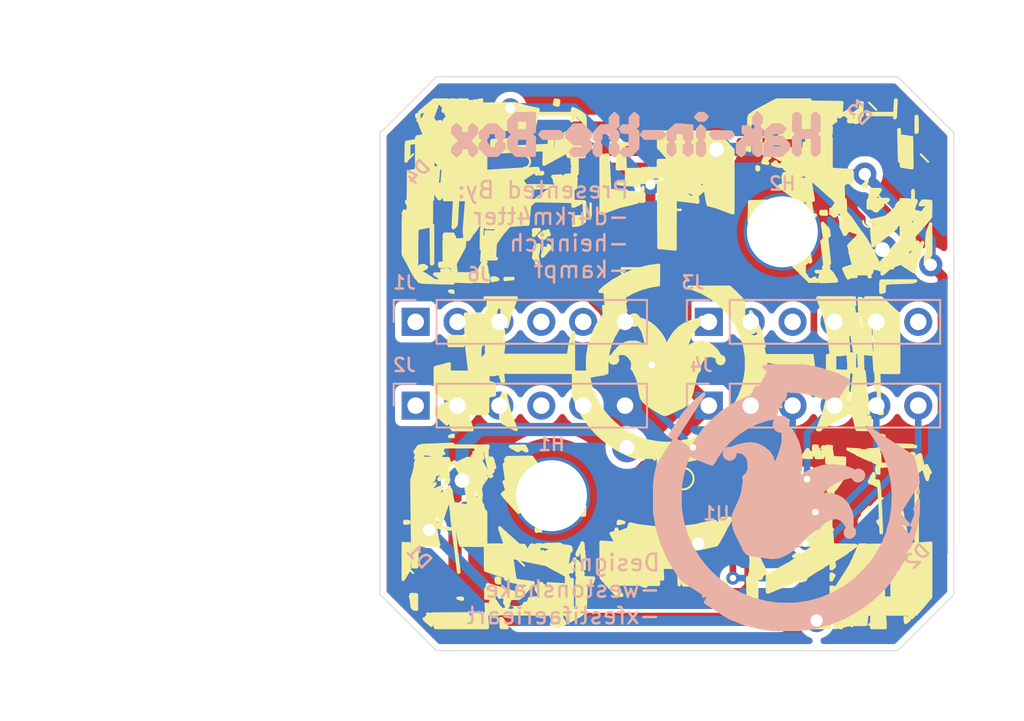
<source format=kicad_pcb>
(kicad_pcb (version 20211014) (generator pcbnew)
  (layers (0 "F.Cu" signal) (31 "B.Cu" signal) (34 "B.Paste" user) (35 "F.Paste" user) (36 "B.SilkS" user "B.Silkscreen") (37 "F.SilkS" user "F.Silkscreen") (38 "B.Mask" user) (39 "F.Mask" user) (44 "Edge.Cuts" user))
  (net 0 "")
  (net 1 "Net-(D1-Pad2)")
  (net 2 "Net-(D2-Pad2)")
  (net 3 "Net-(D3-Pad2)")
  (net 4 "Net-(D4-Pad2)")
  (net 5 "+VBATT")
  (net 6 "GND")
  (net 7 "LED_DIN")
  (net 8 "MOSI_P")
  (net 9 "CLK_P")
  (net 10 "RESET_P")
  (net 11 "CLK")
  (net 27 "a")
  (net 28 "Net-(J6-Pad1)")
  (footprint "Connector_PinHeader_2.54mm:PinHeader_1x03_P2.54mm_Vertical_SMD_Pin1Left" (layer "F.Cu") (at 16.425 10.125 -90)
    (fp_text reference "J5" hide)
    (fp_text value "Conn_01x03_Female")
  )
  (footprint "Connector_Wire:SolderWirePad_1x01_SMD_1x2mm" (layer "F.Cu") (at 8.425 11.925 90)
    (fp_text reference "J6")
    (fp_text value "Conn_01x01_Female")
  )
  (footprint "MountingHole:MountingHole_4.3mm_M4_DIN965_Pad_TopOnly" (layer "F.Cu") (at 24.425 9.425)
    (fp_text reference "H2")
    (fp_text value "MountingHole_Pad")
  )
  (footprint "customstuff:LED_WS2812B_Minimal" (layer "F.Cu") (at 29.675 29.675 45)
    (fp_text reference "D2")
    (fp_text value "WS2812B")
  )
  (footprint "customstuff:LED_WS2812B_Minimal" (layer "F.Cu") (at 5.175 29.675 -45)
    (fp_text reference "D1")
    (fp_text value "WS2812B")
  )
  (footprint "MountingHole:MountingHole_4.3mm_M4_DIN965_Pad_TopOnly" (layer "F.Cu") (at 10.425 25.425)
    (fp_text reference "H1")
    (fp_text value "MountingHole_Pad" hide)
  )
  (footprint "customstuff:LED_WS2812B_Minimal" (layer "F.Cu") (at 29.675 5.175 135)
    (fp_text reference "D3")
    (fp_text value "WS2812B")
  )
  (footprint "customstuff:LED_WS2812B_Minimal" (layer "F.Cu") (at 5.175 5.175 -135)
    (fp_text reference "D4")
    (fp_text value "WS2812B")
  )
  (footprint "Package_SO:SOIJ-8_5.3x5.3mm_P1.27mm" (layer "F.Cu") (at 20.425 26.425)
    (fp_text reference "U1")
    (fp_text value "ATtiny85-20SU")
  )
  (footprint "Connector_PinHeader_2.54mm:PinHeader_1x06_P2.54mm_Vertical" (layer "B.Cu") (at 2.185 19.965 -90)
    (fp_text reference "J2")
    (fp_text value "Conn_01x06_Male" hide)
  )
  (footprint "Connector_PinHeader_2.54mm:PinHeader_1x06_P2.54mm_Vertical" (layer "B.Cu") (at 19.965 19.965 -90)
    (fp_text reference "J4")
    (fp_text value "Conn_01x06_Male" hide)
  )
  (footprint "Connector_PinHeader_2.54mm:PinHeader_1x06_P2.54mm_Vertical" (layer "B.Cu") (at 19.965 14.885 -90)
    (fp_text reference "J3")
    (fp_text value "Conn_01x06_Male" hide)
  )
  (footprint "Connector_PinHeader_2.54mm:PinHeader_1x06_P2.54mm_Vertical" (layer "B.Cu") (at 2.185 14.885 -90)
    (fp_text reference "J1")
    (fp_text value "Conn_01x06_Male" hide)
  )
  (gr_poly (pts (xy 24.062017 20.250818) (xy 24.083876 20.264328) (xy 24.071 20.297882) (xy 24.058124 20.331436) (xy 24.040158 20.331436) (xy 24.040158 20.237308)) (layer "B.SilkS") (width 0.2) (fill solid))
  (gr_poly (pts (xy 11.961207 3.537838) (xy 11.890357 3.566505) (xy 12.063034 3.564375) (xy 12.235711 3.562245) (xy 12.133888 3.535711) (xy 12.133881 3.535705) (xy 12.032058 3.509171)) (layer "B.SilkS") (width 0.2) (fill solid))
  (gr_poly (pts (xy 24.32358 19.756296) (xy 24.336787 19.777664) (xy 24.245873 19.801438) (xy 24.245872 19.79495) (xy 24.245872 19.78846) (xy 24.278123 19.761694) (xy 24.310374 19.734928)) (layer "B.SilkS") (width 0.2) (fill solid))
  (gr_poly (pts (xy 26.0973 17.631072) (xy 26.4973 17.707852) (xy 26.657299 17.74745) (xy 26.817299 17.787047) (xy 27.240157 17.924686) (xy 27.663014 18.062324) (xy 27.925871 18.182013) (xy 28.188729 18.301701) (xy 28.308729 18.369674) (xy 28.428728 18.437647) (xy 28.428728 18.453467) (xy 28.048741 19.043879) (xy 27.668753 19.634292) (xy 27.625564 19.695413) (xy 27.582374 19.756534) (xy 27.323387 19.634373) (xy 27.064399 19.512212) (xy 26.86085 19.451587) (xy 26.657301 19.390961) (xy 26.463015 19.324249) (xy 26.26873 19.257537) (xy 25.898048 19.18931) (xy 25.527367 19.121083) (xy 25.105482 19.094267) (xy 24.683597 19.067451) (xy 24.596978 19.108554) (xy 24.510359 19.149657) (xy 24.557954 19.167264) (xy 24.605549 19.18487) (xy 24.616931 19.244412) (xy 24.628313 19.303954) (xy 24.608521 19.316186) (xy 24.588729 19.328418) (xy 24.588729 19.257148) (xy 24.543015 19.257148) (xy 24.543015 19.323022) (xy 24.517603 19.338728) (xy 24.49219 19.354434) (xy 24.47506 19.326716) (xy 24.45793 19.298998) (xy 24.44547 19.346645) (xy 24.433009 19.394291) (xy 24.383015 19.394291) (xy 24.383015 19.348577) (xy 24.431427 19.348577) (xy 24.399545 19.296993) (xy 24.381922 19.3285) (xy 24.364298 19.360007) (xy 24.376321 19.422864) (xy 24.388343 19.485721) (xy 24.428728 19.485721) (xy 24.428728 19.536327) (xy 24.394444 19.523169) (xy 24.360158 19.510012) (xy 24.360158 19.554292) (xy 24.296478 19.554292) (xy 24.283602 19.587846) (xy 24.270726 19.6214) (xy 24.292958 19.63514) (xy 24.315189 19.64888) (xy 24.3022 19.669896) (xy 24.289212 19.690912) (xy 24.324685 19.6773) (xy 24.360158 19.663686) (xy 24.360158 19.714292) (xy 24.290152 19.714292) (xy 24.26339 19.644554) (xy 24.233132 19.669666) (xy 24.202874 19.694778) (xy 24.215389 19.727393) (xy 24.227904 19.760008) (xy 24.151743 19.760008) (xy 24.177583 19.801818) (xy 24.120155 19.82497) (xy 24.177297 19.82857) (xy 24.177297 19.904226) (xy 24.219097 19.866398) (xy 24.260897 19.82857) (xy 24.294901 19.82857) (xy 24.247531 19.888803) (xy 24.200158 19.949028) (xy 24.200158 20.011434) (xy 24.154444 20.011434) (xy 24.154444 20.06204) (xy 24.194444 20.047865) (xy 24.234444 20.03369) (xy 24.177671 20.078121) (xy 24.120898 20.122551) (xy 24.1091 20.106993) (xy 24.097302 20.091435) (xy 24.045873 20.089625) (xy 23.994444 20.087815) (xy 23.994444 20.148587) (xy 24.045756 20.148587) (xy 24.021395 20.17794) (xy 23.997034 20.207294) (xy 24.016313 20.292775) (xy 24.035592 20.378256) (xy 24.025153 20.418175) (xy 24.014714 20.458094) (xy 24.036535 20.555212) (xy 24.058356 20.65233) (xy 23.983016 20.692278) (xy 23.731587 20.742836) (xy 23.480158 20.793402) (xy 23.159832 20.902398) (xy 22.839506 21.011394) (xy 22.558039 21.15249) (xy 22.276571 21.293585) (xy 22.009793 21.467864) (xy 21.743015 21.642142) (xy 21.480158 21.866503) (xy 21.217301 22.090864) (xy 20.998768 22.336864) (xy 20.780236 22.582863) (xy 20.625635 22.80572) (xy 20.471034 23.028577) (xy 20.437913 23.028577) (xy 20.408856 23.108933) (xy 20.379799 23.189288) (xy 20.355018 23.173973) (xy 20.330237 23.158657) (xy 20.342514 23.179332) (xy 20.35479 23.200007) (xy 20.334389 23.254042) (xy 20.313988 23.308077) (xy 20.268898 23.296286) (xy 20.223808 23.284495) (xy 20.270338 23.371437) (xy 20.220317 23.371437) (xy 20.234444 23.394294) (xy 20.24857 23.417151) (xy 20.198683 23.417151) (xy 20.157339 23.520009) (xy 20.154439 23.417151) (xy 20.060316 23.417151) (xy 20.074444 23.440006) (xy 20.08857 23.462863) (xy 20.040158 23.462863) (xy 20.040158 23.399183) (xy 20.027411 23.394292) (xy 20.131587 23.394292) (xy 20.177301 23.394292) (xy 20.177301 23.348577) (xy 20.131587 23.348577) (xy 20.131587 23.394292) (xy 20.027411 23.394292) (xy 19.967848 23.371435) (xy 19.927308 23.371435) (xy 19.940465 23.405721) (xy 19.953622 23.440007) (xy 19.903016 23.440007) (xy 19.903016 23.394293) (xy 19.831936 23.394293) (xy 19.724619 23.344015) (xy 19.631022 23.300165) (xy 19.880158 23.300165) (xy 19.880158 23.348578) (xy 19.925872 23.348578) (xy 19.925872 23.338498) (xy 19.925872 23.328418) (xy 19.903015 23.314292) (xy 19.880158 23.300165) (xy 19.631022 23.300165) (xy 19.617301 23.293737) (xy 19.605872 23.291947) (xy 19.594443 23.290157) (xy 19.568592 23.280705) (xy 20.074444 23.280705) (xy 20.10873 23.302862) (xy 20.143016 23.325019) (xy 20.148726 23.325369) (xy 20.154436 23.325719) (xy 20.154436 23.302862) (xy 20.154444 23.302863) (xy 20.154444 23.280006) (xy 20.074444 23.280705) (xy 19.568592 23.280705) (xy 19.474443 23.246282) (xy 19.354443 23.202407) (xy 19.354443 23.165723) (xy 19.287423 23.165723) (xy 19.212362 23.133696) (xy 19.137301 23.101671) (xy 18.968634 23.030841) (xy 18.799967 22.960011) (xy 18.744971 22.960011) (xy 18.695669 23.108583) (xy 18.461247 23.748583) (xy 18.381743 24.09144) (xy 18.302239 24.434298) (xy 18.259555 24.708583) (xy 18.223015 25.097155) (xy 18.227955 26.217156) (xy 18.299601 26.631055) (xy 18.371247 27.044954) (xy 18.488469 27.431055) (xy 18.605691 27.817156) (xy 18.774041 28.191576) (xy 18.942391 28.565995) (xy 19.151899 28.911576) (xy 19.361407 29.257156) (xy 19.573179 29.520014) (xy 19.784952 29.782871) (xy 19.929702 29.935945) (xy 20.074453 30.089017) (xy 20.337311 30.334011) (xy 20.600168 30.579003) (xy 20.874453 30.784182) (xy 21.148739 30.989359) (xy 21.456695 31.160358) (xy 21.764651 31.331357) (xy 21.810981 31.361367) (xy 21.857311 31.391378) (xy 22.264583 31.552291) (xy 22.671855 31.713203) (xy 23.45731 31.916091) (xy 23.832298 31.965181) (xy 24.207286 32.014272) (xy 24.706995 32.012372) (xy 25.206704 32.010472) (xy 25.600579 31.954462) (xy 25.994453 31.898452) (xy 26.371596 31.796006) (xy 26.748739 31.693562) (xy 27.125882 31.540504) (xy 27.503024 31.387447) (xy 27.864648 31.182896) (xy 28.226271 30.978344) (xy 28.538933 30.742744) (xy 28.851596 30.507145) (xy 29.183812 30.179336) (xy 29.516028 29.851525) (xy 29.575168 29.771525) (xy 29.634308 29.691526) (xy 29.745407 29.577245) (xy 29.882744 29.405816) (xy 30.020081 29.234388) (xy 30.236796 28.868673) (xy 30.453512 28.502959) (xy 30.495092 28.41153) (xy 30.536672 28.3201) (xy 30.66885 28.011528) (xy 30.801028 27.702957) (xy 30.900627 27.291529) (xy 30.954117 27.108671) (xy 31.007607 26.925814) (xy 31.065626 26.548671) (xy 31.123646 26.171528) (xy 31.138306 25.828671) (xy 31.152966 25.485813) (xy 31.161266 25.431425) (xy 31.169566 25.377038) (xy 31.148535 25.202854) (xy 31.127505 25.02867) (xy 31.080405 24.474613) (xy 30.987404 24.077356) (xy 30.894404 23.6801) (xy 30.745603 23.280099) (xy 30.596801 22.880099) (xy 30.401431 22.514298) (xy 30.206004 22.148577) (xy 29.966294 21.80572) (xy 29.726585 21.462863) (xy 29.631945 21.362402) (xy 29.537305 21.261941) (xy 29.571596 21.273982) (xy 29.605875 21.286024) (xy 30.965602 22.166586) (xy 32.325329 23.047148) (xy 32.363389 23.157863) (xy 32.40145 23.268578) (xy 32.631613 24.274293) (xy 32.662073 24.666717) (xy 32.191114 25.402542) (xy 31.720158 26.138367) (xy 31.720158 26.156347) (xy 31.605872 26.322246) (xy 31.491586 26.488144) (xy 31.491586 26.528336) (xy 31.780152 26.847984) (xy 32.068716 27.167634) (xy 32.058357 27.177989) (xy 32.048006 27.188344) (xy 31.732257 27.119331) (xy 31.416508 27.050319) (xy 31.405058 27.061772) (xy 31.393608 27.073226) (xy 31.550969 27.2509) (xy 31.70833 27.428576) (xy 31.71996 27.440004) (xy 31.73159 27.451432) (xy 31.891589 27.634229) (xy 32.051589 27.817026) (xy 32.098879 27.869537) (xy 32.146169 27.922047) (xy 32.171379 27.866716) (xy 32.19659 27.811386) (xy 32.28859 27.574262) (xy 32.38059 27.337138) (xy 32.38749 27.304876) (xy 32.394389 27.272615) (xy 32.337249 27.257139) (xy 32.280109 27.241664) (xy 32.286808 27.209402) (xy 32.293508 27.17714) (xy 32.463992 26.748506) (xy 32.634476 26.319871) (xy 32.634476 26.280128) (xy 32.544596 26.265755) (xy 32.454716 26.251382) (xy 32.546426 26.028547) (xy 32.638136 25.805713) (xy 32.659136 25.759998) (xy 32.680127 25.714284) (xy 32.671426 26.125713) (xy 32.662726 26.537141) (xy 32.521645 27.359998) (xy 32.41667 27.714284) (xy 32.311695 28.068569) (xy 32.294646 28.085869) (xy 32.277596 28.103169) (xy 32.226786 28.034438) (xy 32.175976 27.965708) (xy 32.135296 27.965708) (xy 32.097336 28.079994) (xy 32.059376 28.194281) (xy 31.988575 28.194281) (xy 31.831529 28.137633) (xy 31.674478 28.080983) (xy 31.674478 28.106134) (xy 31.838517 28.298782) (xy 32.002556 28.491429) (xy 32.034077 28.491429) (xy 32.079217 28.372644) (xy 32.124358 28.253857) (xy 32.146068 28.246657) (xy 32.167778 28.239456) (xy 32.248339 28.298357) (xy 32.175889 28.453187) (xy 32.10344 28.608018) (xy 32.025179 28.537198) (xy 31.903625 28.850859) (xy 31.782071 29.164518) (xy 31.776971 29.210868) (xy 31.771871 29.257218) (xy 31.768971 29.281557) (xy 31.766071 29.305907) (xy 31.62112 29.532992) (xy 31.476168 29.760076) (xy 31.185794 30.214418) (xy 30.895419 30.668759) (xy 30.775658 30.809927) (xy 30.655897 30.951095) (xy 30.286319 31.312067) (xy 29.916741 31.67304) (xy 29.509977 31.977635) (xy 29.103213 32.28223) (xy 28.657499 32.537608) (xy 28.211785 32.792986) (xy 27.880355 32.925634) (xy 27.548927 33.058284) (xy 27.411785 33.119564) (xy 27.274641 33.180844) (xy 27.171785 33.198764) (xy 27.068927 33.216683) (xy 26.670841 33.32402) (xy 26.272754 33.431357) (xy 25.872886 33.487138) (xy 25.47282 33.542863) (xy 24.659346 33.540263) (xy 23.845872 33.537663) (xy 23.525872 33.495568) (xy 23.205872 33.453558) (xy 22.954443 33.394318) (xy 22.703015 33.335077) (xy 22.223015 33.221438) (xy 21.727177 33.02637) (xy 21.231339 32.831292) (xy 21.052891 32.722589) (xy 20.874444 32.613886) (xy 20.321597 32.254526) (xy 19.768751 31.895167) (xy 19.835865 31.753301) (xy 19.902979 31.611435) (xy 19.902997 31.572995) (xy 19.903007 31.551899) (xy 19.990229 31.551899) (xy 20.006344 31.577979) (xy 20.022459 31.604049) (xy 20.039617 31.584919) (xy 20.056775 31.565779) (xy 20.082856 31.487728) (xy 20.108935 31.409739) (xy 20.096275 31.397139) (xy 20.043252 31.474519) (xy 19.990229 31.551899) (xy 19.903007 31.551899) (xy 19.903015 31.534556) (xy 19.770243 31.440016) (xy 19.695865 31.440016) (xy 19.682708 31.474306) (xy 19.669551 31.508597) (xy 19.633415 31.508597) (xy 19.636785 31.436044) (xy 19.640158 31.363468) (xy 19.072524 30.994493) (xy 18.504891 30.625518) (xy 18.43207 30.567413) (xy 18.359249 30.509308) (xy 18.225386 30.339251) (xy 18.091523 30.169195) (xy 17.825407 29.736029) (xy 17.559292 29.302863) (xy 17.349126 28.834292) (xy 17.138961 28.36572) (xy 16.989466 27.874292) (xy 16.839971 27.382863) (xy 16.760064 26.908786) (xy 16.680158 26.43471) (xy 16.680158 24.747707) (xy 16.704264 24.510999) (xy 16.728371 24.274292) (xy 16.805167 23.930635) (xy 16.881963 23.58698) (xy 17.347941 22.85635) (xy 17.813919 22.12572) (xy 17.854448 22.064287) (xy 17.894977 22.002855) (xy 17.743568 21.907231) (xy 17.592159 21.811607) (xy 17.599016 21.7831) (xy 17.605873 21.754592) (xy 18.005873 21.132237) (xy 18.405873 20.509882) (xy 18.576727 20.312087) (xy 18.747581 20.114292) (xy 18.865257 19.988577) (xy 18.982933 19.862863) (xy 19.03726 19.805586) (xy 19.091587 19.748309) (xy 19.331813 19.542729) (xy 19.572039 19.337149) (xy 19.616201 19.302863) (xy 19.660362 19.268577) (xy 19.64063 19.302863) (xy 19.620898 19.337149) (xy 18.900769 20.457149) (xy 18.180641 21.577149) (xy 18.048257 21.782762) (xy 17.915873 21.988374) (xy 17.94373 22.015002) (xy 17.971587 22.041629) (xy 18.438186 22.34134) (xy 18.904785 22.641051) (xy 19.014749 22.4291) (xy 19.124712 22.217149) (xy 19.153864 22.167201) (xy 19.183015 22.117252) (xy 19.39166 21.812915) (xy 19.600304 21.508577) (xy 19.883088 21.194408) (xy 20.165872 20.88024) (xy 20.463015 20.625906) (xy 20.760158 20.371573) (xy 21.103015 20.142564) (xy 21.306666 20.006536) (xy 23.988719 20.006536) (xy 24.019999 20.057148) (xy 24.059277 20.057148) (xy 24.096015 20.043051) (xy 24.132754 20.028953) (xy 24.106515 19.997337) (xy 24.080276 19.96572) (xy 24.109189 19.930882) (xy 24.138102 19.896044) (xy 24.112434 19.870376) (xy 24.085965 19.919834) (xy 24.059495 19.969292) (xy 24.085585 20.03728) (xy 24.037152 20.021908) (xy 23.988719 20.006536) (xy 21.306666 20.006536) (xy 21.445872 19.913554) (xy 21.764493 19.760006) (xy 24.03746 19.760006) (xy 24.051586 19.782863) (xy 24.065713 19.80572) (xy 24.085873 19.80572) (xy 24.085873 19.760006) (xy 24.03746 19.760006) (xy 21.764493 19.760006) (xy 21.838467 19.724357) (xy 22.23106 19.53516) (xy 22.393715 19.482774) (xy 22.556369 19.430388) (xy 22.677765 19.191797) (xy 24.485873 19.191797) (xy 24.5773 19.231086) (xy 24.583011 19.232696) (xy 24.588721 19.234306) (xy 24.588729 19.211434) (xy 24.588729 19.188577) (xy 24.537301 19.190187) (xy 24.485873 19.191797) (xy 22.677765 19.191797) (xy 22.778256 18.994292) (xy 22.863016 18.84601) (xy 22.877879 18.845866) (xy 22.892742 18.845721) (xy 22.920159 18.960007) (xy 22.947576 19.074292) (xy 22.977302 19.073832) (xy 23.005364 19.020638) (xy 26.063015 19.020638) (xy 26.074444 19.034092) (xy 26.085873 19.047546) (xy 26.187992 19.128324) (xy 26.290112 19.209102) (xy 26.311724 19.18749) (xy 26.278797 19.157271) (xy 26.245873 19.127054) (xy 26.063015 19.020638) (xy 23.005364 19.020638) (xy 23.142982 18.759777) (xy 23.308661 18.445721) (xy 23.471889 18.148578) (xy 23.541699 18.022864) (xy 23.611509 17.89715) (xy 23.621359 17.886383) (xy 23.631209 17.875616) (xy 23.652473 17.90924) (xy 23.673737 17.942864) (xy 23.675697 18.022864) (xy 23.677657 18.102864) (xy 23.694464 18.145634) (xy 23.711271 18.188403) (xy 23.746749 18.134205) (xy 23.782227 18.080007) (xy 23.842621 17.960767) (xy 23.903015 17.841526) (xy 23.903015 17.838222) (xy 23.948729 17.838222) (xy 24.160158 17.994217) (xy 24.371587 18.150211) (xy 24.485872 18.234415) (xy 24.600158 18.318618) (xy 24.617301 18.319312) (xy 24.634444 18.320006) (xy 24.637873 18.240006) (xy 24.641302 18.160006) (xy 24.643773 18.130709) (xy 24.66873 18.130709) (xy 24.703016 18.167066) (xy 24.737301 18.203423) (xy 25.468729 18.752604) (xy 25.525872 18.754292) (xy 25.525523 18.72572) (xy 25.525173 18.697149) (xy 25.508379 18.672228) (xy 25.491587 18.647308) (xy 25.114444 18.407484) (xy 24.737301 18.167661) (xy 24.703016 18.149185) (xy 24.66873 18.130709) (xy 24.643773 18.130709) (xy 24.645882 18.105708) (xy 24.327594 17.904801) (xy 24.009315 17.703893) (xy 23.948729 17.754175) (xy 23.948729 17.838222) (xy 23.903015 17.838222) (xy 23.903015 17.818591) (xy 23.653539 17.634292) (xy 23.62284 17.634292) (xy 23.638 17.748577) (xy 23.653161 17.862863) (xy 23.607401 17.862863) (xy 23.459458 17.75557) (xy 23.311515 17.648277) (xy 23.321267 17.632497) (xy 23.331019 17.616718) (xy 23.485588 17.585505) (xy 23.640158 17.554292) (xy 25.6973 17.554292)) (layer "B.SilkS") (width 0.2) (fill solid))
  (gr_poly (pts (xy 25.224856 2.289899) (xy 25.128952 2.35017) (xy 25.111973 2.799516) (xy 25.094994 3.248861) (xy 25.310723 3.469786) (xy 25.52645 3.690711) (xy 26.227993 3.690711) (xy 26.441131 3.472437) (xy 26.65427 3.254163) (xy 26.65427 2.442252) (xy 26.540231 2.339048) (xy 26.426193 2.235844) (xy 26.338775 2.308395) (xy 26.251357 2.380946) (xy 26.251357 3.287797) (xy 25.503087 3.287797) (xy 25.503087 2.380946) (xy 25.411923 2.305287) (xy 25.32076 2.229628)) (layer "B.SilkS") (width 0.2) (fill solid))
  (gr_poly (pts (xy 13.041547 4.134127) (xy 13.023637 4.377145) (xy 13.005727 4.620163) (xy 13.073856 4.702248) (xy 13.141976 4.784333) (xy 13.277535 4.784333) (xy 13.346595 4.715263) (xy 13.415665 4.646192) (xy 13.415665 4.165279) (xy 13.324506 4.08962) (xy 13.233346 4.013961)) (layer "B.SilkS") (width 0.2) (fill solid))
  (gr_poly (pts (xy 17.734548 3.15592) (xy 17.502366 3.369399) (xy 17.502366 3.787987) (xy 17.608142 3.883713) (xy 17.713917 3.979438) (xy 17.90528 3.767985) (xy 17.90528 3.402915) (xy 18.480872 3.402915) (xy 18.480872 3.722655) (xy 18.570474 3.850581) (xy 18.660077 3.978506) (xy 18.750825 3.978506) (xy 18.842487 3.877221) (xy 18.934149 3.775935) (xy 18.934149 3.015648) (xy 18.233748 2.942442) (xy 17.966731 2.942442)) (layer "B.SilkS") (width 0.2) (fill solid))
  (gr_poly (pts (xy 24.588729 19.428145) (xy 24.588729 19.462863) (xy 24.571586 19.461063) (xy 24.554444 19.459263) (xy 24.525873 19.447734) (xy 24.525873 19.447725) (xy 24.497301 19.436196) (xy 24.497301 19.371047)) (layer "B.SilkS") (width 0.2) (fill solid))
  (gr_poly (pts (xy 15.94737 3.432775) (xy 15.87482 3.520193) (xy 15.978023 3.634232) (xy 16.081227 3.74827) (xy 17.081607 3.74827) (xy 17.177336 3.642494) (xy 17.273056 3.536719) (xy 17.167329 3.441038) (xy 17.061603 3.345357) (xy 16.01992 3.345357)) (layer "B.SilkS") (width 0.2) (fill solid))
  (gr_poly (pts (xy 6.352459 3.184663) (xy 6.105653 3.426884) (xy 6.105653 3.672869) (xy 6.226265 3.782018) (xy 6.346872 3.891167) (xy 6.460315 3.751073) (xy 6.573757 3.610978) (xy 6.519356 3.402915) (xy 7.084162 3.402915) (xy 7.084162 3.672869) (xy 7.189422 3.768128) (xy 7.294683 3.863388) (xy 7.354124 3.863388) (xy 7.449375 3.758127) (xy 7.544635 3.652867) (xy 7.544635 3.426884) (xy 7.297828 3.184663) (xy 7.051023 2.942442) (xy 6.599264 2.942442)) (layer "B.SilkS") (width 0.2) (fill solid))
  (gr_poly (pts (xy 6.226259 4.002317) (xy 6.105652 4.111466) (xy 6.105652 4.358057) (xy 6.323929 4.571196) (xy 6.542204 4.784334) (xy 7.118356 4.784334) (xy 7.331497 4.566061) (xy 7.544634 4.347787) (xy 7.544634 4.111466) (xy 7.424024 4.002317) (xy 7.303417 3.893168) (xy 7.076534 4.173357) (xy 7.103744 4.277389) (xy 7.130945 4.38142) (xy 6.51935 4.38142) (xy 6.54655 4.277389) (xy 6.573751 4.173357) (xy 6.46031 4.033262) (xy 6.346868 3.893168)) (layer "B.SilkS") (width 0.2) (fill solid))
  (gr_poly (pts (xy 8.055038 2.46758) (xy 7.832531 2.683426) (xy 7.832479 2.976691) (xy 7.832428 3.269955) (xy 7.937689 3.365215) (xy 8.042949 3.460475) (xy 8.10239 3.460475) (xy 8.197643 3.355213) (xy 8.292904 3.249953) (xy 8.292904 2.654646) (xy 8.96577 2.654646) (xy 9.0615 2.54887) (xy 9.157221 2.443095) (xy 9.051494 2.347414) (xy 8.945768 2.251733) (xy 8.277544 2.251733)) (layer "B.SilkS") (width 0.2) (fill solid))
  (gr_poly (pts (xy 24.5 19.6) (xy 24.47008 19.600312) (xy 24.440159 19.600624) (xy 24.38567 19.615206) (xy 24.33118 19.629789) (xy 24.341837 19.597752) (xy 24.341837 19.597758) (xy 24.352494 19.56572) (xy 24.475946 19.56108)) (layer "B.SilkS") (width 0.2) (fill solid))
  (gr_poly (pts (xy 20.150835 3.430795) (xy 20.076642 3.520193) (xy 20.179844 3.634231) (xy 20.283047 3.74827) (xy 21.287174 3.74827) (xy 21.362834 3.657106) (xy 21.438493 3.565944) (xy 21.378164 3.470039) (xy 21.317835 3.374135) (xy 20.771431 3.357766) (xy 20.225029 3.341397)) (layer "B.SilkS") (width 0.2) (fill solid))
  (gr_poly (pts (xy 11.572182 3.187068) (xy 11.344974 3.431695) (xy 11.344255 3.549521) (xy 11.34354 3.667348) (xy 11.561813 3.880486) (xy 11.780087 4.093625) (xy 12.350825 4.093625) (xy 12.350825 4.381421) (xy 11.764295 4.381421) (xy 11.572836 4.592972) (xy 11.678563 4.688653) (xy 11.78429 4.784334) (xy 12.356239 4.784334) (xy 12.569378 4.566061) (xy 12.782516 4.347787) (xy 12.782516 4.111466) (xy 12.666505 4.006478) (xy 12.550493 3.901489) (xy 12.666505 3.778) (xy 12.748509 3.690711) (xy 12.322043 3.690711) (xy 11.746452 3.690711) (xy 11.746452 3.402915) (xy 12.322043 3.402915) (xy 12.322043 3.690711) (xy 12.748509 3.690711) (xy 12.782516 3.654512) (xy 12.782516 3.426884) (xy 12.535711 3.184663) (xy 12.288906 2.942442) (xy 11.799392 2.942442)) (layer "B.SilkS") (width 0.2) (fill solid))
  (gr_poly (pts (xy 19.38238 3.104795) (xy 19.286699 3.210522) (xy 19.286699 3.652866) (xy 19.381959 3.758126) (xy 19.477219 3.863387) (xy 19.381959 3.968648) (xy 19.286699 4.073908) (xy 19.286699 4.646191) (xy 19.35577 4.715262) (xy 19.424841 4.784333) (xy 19.551471 4.784333) (xy 19.620542 4.715263) (xy 19.689613 4.646192) (xy 19.689613 4.07391) (xy 19.594354 3.968649) (xy 19.499094 3.863388) (xy 19.594354 3.758127) (xy 19.689614 3.652867) (xy 19.689614 3.19052) (xy 19.583838 3.094794) (xy 19.478062 2.999068)) (layer "B.SilkS") (width 0.2) (fill solid))
  (gr_poly (pts (xy 23.605581 3.15592) (xy 23.373399 3.369399) (xy 23.373399 3.672869) (xy 23.489411 3.777857) (xy 23.605422 3.882846) (xy 23.49462 4.002625) (xy 23.383817 4.122404) (xy 23.380777 4.453369) (xy 23.377737 4.784334) (xy 24.3861 4.784334) (xy 24.599239 4.566061) (xy 24.779535 4.38142) (xy 24.351904 4.38142) (xy 23.776313 4.38142) (xy 23.776313 4.093625) (xy 24.351904 4.093625) (xy 24.351904 4.38142) (xy 24.779535 4.38142) (xy 24.812377 4.347787) (xy 24.812377 4.116988) (xy 24.594104 3.903849) (xy 24.37583 3.690711) (xy 23.776313 3.690711) (xy 23.776313 3.402915) (xy 24.391622 3.402915) (xy 24.486795 3.297749) (xy 24.581969 3.192583) (xy 24.448837 3.067513) (xy 24.315705 2.942442) (xy 23.837763 2.942442)) (layer "B.SilkS") (width 0.2) (fill solid))
  (gr_poly (pts (xy 32.679813 25.182863) (xy 32.680162 25.24572) (xy 32.634443 25.24572) (xy 32.634793 25.217149) (xy 32.634794 25.217149) (xy 32.635144 25.188578) (xy 32.657303 25.154292) (xy 32.679463 25.120006)) (layer "B.SilkS") (width 0.2) (fill solid))
  (gr_poly (pts (xy 4.65905 4.136794) (xy 4.436544 4.35264) (xy 4.436493 4.473228) (xy 4.436441 4.593815) (xy 4.551559 4.697995) (xy 4.666677 4.802176) (xy 4.781795 4.697995) (xy 4.896913 4.593815) (xy 4.896913 4.323861) (xy 5.472505 4.323861) (xy 5.472505 4.646192) (xy 5.541576 4.715263) (xy 5.610647 4.784334) (xy 5.684908 4.784334) (xy 5.780159 4.679073) (xy 5.875419 4.573813) (xy 5.875419 4.347224) (xy 5.657146 4.134085) (xy 5.438873 3.920947) (xy 4.881557 3.920947)) (layer "B.SilkS") (width 0.2) (fill solid))
  (gr_poly (pts (xy 22.792317 2.359337) (xy 22.682689 2.494722) (xy 22.682689 2.791125) (xy 22.793544 2.909953) (xy 22.904398 3.028781) (xy 22.771001 3.183027) (xy 22.637603 3.337273) (xy 22.506215 3.197417) (xy 22.374827 3.05756) (xy 22.049539 3.05756) (xy 22.049539 3.367836) (xy 22.204205 3.529273) (xy 22.358872 3.690711) (xy 22.13046 3.690711) (xy 21.917322 3.908984) (xy 21.704184 4.127258) (xy 21.704184 4.593815) (xy 21.932261 4.800222) (xy 22.019679 4.727671) (xy 22.107098 4.65512) (xy 22.107098 4.151184) (xy 22.682689 4.151184) (xy 22.682689 4.593815) (xy 22.893211 4.784335) (xy 23.00502 4.784335) (xy 23.074091 4.715263) (xy 23.143162 4.646192) (xy 23.143162 4.111466) (xy 23.027151 4.006478) (xy 22.911139 3.901489) (xy 23.027151 3.778) (xy 23.143162 3.654512) (xy 23.143162 3.210522) (xy 23.047902 3.105262) (xy 22.952642 3.000001) (xy 23.143162 2.78948) (xy 23.143162 2.442252) (xy 23.022554 2.333102) (xy 22.901945 2.223953)) (layer "B.SilkS") (width 0.2) (fill solid))
  (gr_poly (pts (xy 24.474445 19.462871) (xy 24.498911 19.508585) (xy 24.451588 19.508585) (xy 24.451587 19.476196) (xy 24.451587 19.443815) (xy 24.423015 19.432286) (xy 24.394444 19.420757) (xy 24.449979 19.417157)) (layer "B.SilkS") (width 0.2) (fill solid))
  (gr_poly (pts (xy 24.610187 20.747262) (xy 24.751802 20.959996) (xy 24.745312 21.097139) (xy 24.738822 21.234282) (xy 24.935579 21.439996) (xy 25.038673 21.596031) (xy 25.141767 21.752066) (xy 25.25142 21.984603) (xy 25.361074 22.217139) (xy 25.419538 22.445711) (xy 25.478003 22.674282) (xy 25.516158 22.93714) (xy 25.554313 23.199997) (xy 25.542352 23.519997) (xy 25.530391 23.839997) (xy 25.474253 24.022854) (xy 25.418115 24.205711) (xy 25.356664 24.340136) (xy 25.295214 24.474562) (xy 25.404825 24.383136) (xy 25.514432 24.291698) (xy 25.690858 24.176806) (xy 25.867284 24.061914) (xy 26.080901 23.957307) (xy 26.294519 23.8527) (xy 26.568014 23.761258) (xy 26.841508 23.669817) (xy 27.000828 23.646793) (xy 27.160147 23.623768) (xy 27.388718 23.623762) (xy 27.61729 23.623756) (xy 28.11511 23.690007) (xy 28.323342 23.749244) (xy 28.531576 23.808481) (xy 28.684916 23.8842) (xy 28.838257 23.959919) (xy 28.879207 23.932002) (xy 28.920147 23.904085) (xy 29.071568 23.874866) (xy 29.144438 23.90765) (xy 29.217298 23.940434) (xy 29.301559 24.008162) (xy 29.330639 24.092754) (xy 29.35972 24.177345) (xy 29.322559 24.342863) (xy 29.243509 24.415478) (xy 29.164459 24.488093) (xy 29.082299 24.510779) (xy 29.000139 24.533464) (xy 28.924158 24.512484) (xy 28.848178 24.491504) (xy 28.799968 24.440041) (xy 28.751758 24.388578) (xy 28.726968 24.323138) (xy 28.702168 24.257699) (xy 28.571156 24.273123) (xy 28.440143 24.288546) (xy 28.268714 24.335527) (xy 28.097287 24.382507) (xy 27.87368 24.480785) (xy 27.650075 24.579064) (xy 27.476863 24.687021) (xy 27.303652 24.794979) (xy 27.12904 24.933283) (xy 26.954429 25.071588) (xy 26.823 25.196419) (xy 26.691573 25.32125) (xy 26.691573 25.351927) (xy 27.028715 25.35163) (xy 27.365857 25.351333) (xy 27.75443 25.479662) (xy 27.891573 25.548507) (xy 28.028715 25.617352) (xy 28.192982 25.783893) (xy 28.357249 25.950434) (xy 28.460184 26.16379) (xy 28.563121 26.377146) (xy 28.603462 26.525717) (xy 28.643802 26.674288) (xy 28.644802 27.026268) (xy 28.645803 27.378248) (xy 28.722943 27.455407) (xy 28.800083 27.532566) (xy 28.789052 27.647352) (xy 28.778022 27.762139) (xy 28.714942 27.827979) (xy 28.651862 27.893819) (xy 28.584063 27.921899) (xy 28.516263 27.949979) (xy 28.433223 27.929269) (xy 28.350193 27.908559) (xy 28.295964 27.828559) (xy 28.241723 27.748559) (xy 28.251724 27.641287) (xy 28.261724 27.534015) (xy 28.305204 27.472366) (xy 28.348684 27.410718) (xy 28.369994 27.381909) (xy 28.391303 27.353099) (xy 28.31285 27.223221) (xy 28.2344 27.093339) (xy 28.122458 26.978175) (xy 28.010517 26.863011) (xy 27.911007 26.818993) (xy 27.811497 26.774975) (xy 27.59256 26.749045) (xy 27.456336 26.776878) (xy 27.320114 26.80471) (xy 26.964116 26.988833) (xy 26.8501 27.091343) (xy 26.736084 27.193853) (xy 26.677282 27.294193) (xy 26.618479 27.394533) (xy 26.497259 27.42124) (xy 26.428688 27.442234) (xy 26.360117 27.463228) (xy 26.231614 27.560182) (xy 26.103111 27.657131) (xy 25.902974 27.833172) (xy 25.461667 28.26519) (xy 25.02036 28.697208) (xy 24.886672 28.787997) (xy 24.752985 28.878787) (xy 24.547054 28.98204) (xy 24.341122 29.085292) (xy 24.207763 29.121222) (xy 24.074403 29.157151) (xy 23.731546 29.175151) (xy 23.468689 29.131131) (xy 23.468729 29.131195) (xy 23.205872 29.087175) (xy 22.874444 29.049456) (xy 22.543015 29.011736) (xy 22.423568 28.967296) (xy 22.30412 28.922855) (xy 22.1387 28.731436) (xy 21.89101 28.228579) (xy 21.64332 27.725721) (xy 21.59497 27.6022) (xy 21.54662 27.478677) (xy 21.49074 27.259342) (xy 21.43486 27.040008) (xy 21.435135 26.788579) (xy 21.501303 26.507997) (xy 21.556976 26.385429) (xy 21.612648 26.262863) (xy 21.754116 25.942863) (xy 21.895584 25.622863) (xy 21.95129 25.457184) (xy 22.006995 25.291504) (xy 22.041275 25.068613) (xy 22.075556 24.84572) (xy 22.101512 24.667966) (xy 22.127468 24.490211) (xy 22.102224 24.407959) (xy 22.07698 24.325707) (xy 22.17966 24.220065) (xy 22.282339 24.114422) (xy 22.344113 23.988643) (xy 22.405872 23.862863) (xy 22.403169 23.600006) (xy 22.400467 23.337149) (xy 22.348226 23.200714) (xy 22.295985 23.06428) (xy 22.1795 22.949286) (xy 22.063015 22.834292) (xy 21.94873 22.794531) (xy 21.834444 22.754771) (xy 21.765873 22.751301) (xy 21.697302 22.747831) (xy 21.528748 22.754292) (xy 21.541329 22.831818) (xy 21.55391 22.909344) (xy 21.526938 22.99107) (xy 21.499966 23.072796) (xy 21.432247 23.129777) (xy 21.364529 23.186759) (xy 21.287542 23.201202) (xy 21.210555 23.215645) (xy 21.105968 23.169381) (xy 21.00138 23.123117) (xy 20.908904 22.971435) (xy 20.908812 22.872105) (xy 20.908721 22.772774) (xy 20.946105 22.709488) (xy 20.983489 22.646202) (xy 21.119075 22.56611) (xy 21.213898 22.56752) (xy 21.30872 22.56893) (xy 21.503006 22.491881) (xy 21.697292 22.414832) (xy 22.085864 22.323664) (xy 22.268721 22.29876) (xy 22.451578 22.273856) (xy 22.554435 22.286671) (xy 22.657292 22.299486) (xy 22.794434 22.317967) (xy 22.897292 22.35379) (xy 23.000149 22.389615) (xy 23.137291 22.459824) (xy 23.274434 22.530032) (xy 23.432973 22.659539) (xy 23.591513 22.789045) (xy 23.686236 22.927462) (xy 23.78096 23.065879) (xy 23.868956 23.333396) (xy 23.956952 23.600912) (xy 23.973256 23.583314) (xy 23.98956 23.565715) (xy 24.105064 23.302858) (xy 24.220568 23.040002) (xy 24.312474 22.754287) (xy 24.404379 22.468573) (xy 24.439068 22.320002) (xy 24.473757 22.17143) (xy 24.474095 21.935837) (xy 24.474433 21.700245) (xy 24.450292 21.604371) (xy 24.426152 21.508497) (xy 24.327 21.504657) (xy 24.227848 21.500817) (xy 24.158873 21.465149) (xy 24.089898 21.429481) (xy 24.043467 21.370453) (xy 23.997036 21.311425) (xy 23.970066 21.229707) (xy 23.943097 21.147989) (xy 23.95676 21.032623) (xy 23.970423 20.917258) (xy 24.034429 20.838176) (xy 24.098435 20.759094) (xy 24.177506 20.716688) (xy 24.256577 20.674282) (xy 24.427793 20.674282)) (layer "B.SilkS") (width 0.2) (fill solid))
  (gr_poly (pts (xy 4.551555 3.028781) (xy 4.436435 3.132962) (xy 4.436538 3.431695) (xy 4.659044 3.647542) (xy 4.881551 3.863388) (xy 5.449136 3.863388) (xy 5.662281 3.645114) (xy 5.875419 3.426841) (xy 5.875419 3.132961) (xy 5.761381 3.029758) (xy 5.647342 2.926554) (xy 5.559923 2.999105) (xy 5.472503 3.071656) (xy 5.472503 3.460474) (xy 4.859291 3.460474) (xy 4.906131 3.141308) (xy 4.786401 3.032954) (xy 4.666673 2.924601)) (layer "B.SilkS") (width 0.2) (fill solid))
  (gr_poly (pts (xy 14.106377 4.122404) (xy 13.991258 4.226585) (xy 13.991258 4.593815) (xy 14.096519 4.689075) (xy 14.20178 4.784335) (xy 14.261221 4.784335) (xy 14.356472 4.679073) (xy 14.451731 4.573813) (xy 14.451731 4.226585) (xy 14.336613 4.122404) (xy 14.221495 4.018224)) (layer "B.SilkS") (width 0.2) (fill solid))
  (gr_poly (pts (xy 24.314444 20.011434) (xy 24.34873 20.033591) (xy 24.303016 20.033591) (xy 24.26873 20.011434) (xy 24.234444 19.989277) (xy 24.280158 19.989277)) (layer "B.SilkS") (width 0.2) (fill solid))
  (gr_poly (pts (xy 18.59599 4.122404) (xy 18.480872 4.226585) (xy 18.480872 4.593815) (xy 18.586133 4.689075) (xy 18.691394 4.784335) (xy 18.750825 4.784335) (xy 18.846085 4.679073) (xy 18.941345 4.573813) (xy 18.941345 4.226585) (xy 18.826226 4.122404) (xy 18.711108 4.018224)) (layer "B.SilkS") (width 0.2) (fill solid))
  (gr_poly (pts (xy 19.266374 2.357508) (xy 19.170648 2.463283) (xy 19.276376 2.558964) (xy 19.382102 2.654645) (xy 19.671771 2.654645) (xy 19.767497 2.54887) (xy 19.863223 2.443095) (xy 19.757496 2.347413) (xy 19.651769 2.251732) (xy 19.3621 2.251732)) (layer "B.SilkS") (width 0.2) (fill solid))
  (gr_poly (pts (xy 9.079334 2.586764) (xy 8.983654 2.69249) (xy 8.983768 3.004533) (xy 8.983883 3.316576) (xy 8.65138 3.297727) (xy 8.318878 3.278879) (xy 8.210663 3.398456) (xy 8.102424 3.518034) (xy 8.206606 3.633152) (xy 8.310787 3.74827) (xy 8.983654 3.74827) (xy 8.983654 4.363579) (xy 9.214821 4.572784) (xy 9.119091 4.678559) (xy 9.023361 4.784335) (xy 9.377035 4.784335) (xy 9.381399 4.240517) (xy 9.381397 4.240517) (xy 9.385797 3.6967) (xy 9.258257 3.607367) (xy 9.130714 3.518034) (xy 9.25864 3.428431) (xy 9.386566 3.338829) (xy 9.386566 2.672489) (xy 9.28079 2.576763) (xy 9.175014 2.481037)) (layer "B.SilkS") (width 0.2) (fill solid))
  (gr_poly (pts (xy 7.947542 3.661931) (xy 7.832424 3.766112) (xy 7.832475 4.059376) (xy 7.832527 4.352641) (xy 8.055034 4.568487) (xy 8.27754 4.784334) (xy 8.96577 4.784334) (xy 9.061498 4.678559) (xy 9.157219 4.572784) (xy 9.051492 4.477103) (xy 8.945766 4.381422) (xy 8.292898 4.381422) (xy 8.292898 3.766112) (xy 8.17778 3.661931) (xy 8.062662 3.557751)) (layer "B.SilkS") (width 0.2) (fill solid))
  (gr_poly (pts (xy 9.18507 2.42441) (xy 9.350506 2.597087) (xy 9.386524 2.597087) (xy 9.386528 2.42441) (xy 9.386528 2.251732) (xy 9.019634 2.251732)) (layer "B.SilkS") (width 0.2) (fill solid))
  (gr_poly (pts (xy 9.788551 3.432775) (xy 9.716001 3.520193) (xy 9.819198 3.634231) (xy 9.922401 3.74827) (xy 10.922783 3.74827) (xy 11.018509 3.642494) (xy 11.114238 3.536719) (xy 11.008512 3.441038) (xy 10.902786 3.345357) (xy 9.861101 3.345357)) (layer "B.SilkS") (width 0.2) (fill solid))
  (gr_poly (pts (xy 26.347038 3.622827) (xy 26.251357 3.728554) (xy 26.251357 4.646192) (xy 26.320428 4.715263) (xy 26.389499 4.784334) (xy 26.463751 4.784334) (xy 26.55901 4.679073) (xy 26.65427 4.573813) (xy 26.65427 3.708552) (xy 26.548494 3.612826) (xy 26.442719 3.5171)) (layer "B.SilkS") (width 0.2) (fill solid))
  (gr_poly (pts (xy 17.59353 4.089615) (xy 17.502367 4.165274) (xy 17.502367 4.593815) (xy 17.608142 4.68954) (xy 17.713917 4.785266) (xy 17.81341 4.675324) (xy 17.912903 4.565385) (xy 17.894702 4.349722) (xy 17.876501 4.134058) (xy 17.684694 4.013956)) (layer "B.SilkS") (width 0.2) (fill solid))
  (gr_poly (pts (xy 25.100174 3.728554) (xy 25.100174 4.593815) (xy 25.205435 4.689075) (xy 25.310696 4.784335) (xy 25.364945 4.784335) (xy 25.434016 4.715263) (xy 25.503087 4.646192) (xy 25.503087 3.708552) (xy 25.291536 3.5171)) (layer "B.SilkS") (width 0.2) (fill solid))
  (gr_poly (pts (xy 15.32507 2.385035) (xy 15.2 2.518167) (xy 15.2 3) (xy 14.753622 3) (xy 14.677962 3.091163) (xy 14.602302 3.182326) (xy 14.662382 3.27823) (xy 14.722461 3.374134) (xy 14.961225 3.391833) (xy 15.199989 3.409532) (xy 15.199989 4.381419) (xy 14.814917 4.381419) (xy 14.719187 4.487194) (xy 14.623467 4.59297) (xy 14.729194 4.688651) (xy 14.834921 4.784332) (xy 15.234194 4.784332) (xy 15.447335 4.566061) (xy 15.660474 4.347787) (xy 15.660474 3.351883) (xy 15.545323 3.27123) (xy 15.430175 3.190576) (xy 15.545324 3.086367) (xy 15.660474 2.982158) (xy 15.660474 2.442252) (xy 15.555307 2.347078) (xy 15.450141 2.251904)) (layer "B.SilkS") (width 0.2) (fill solid))
  (gr_poly (pts (xy 14.11633 2.385035) (xy 13.991259 2.518167) (xy 13.991259 3) (xy 13.439031 3) (xy 13.225894 3.218274) (xy 13.012755 3.436547) (xy 13.012755 3.787986) (xy 13.118531 3.883712) (xy 13.224306 3.979438) (xy 13.415666 3.767985) (xy 13.415666 3.402915) (xy 13.991258 3.402915) (xy 13.991258 3.728203) (xy 14.125427 3.854248) (xy 14.259596 3.980293) (xy 14.355664 3.874139) (xy 14.451731 3.767985) (xy 14.451731 3.439114) (xy 14.33572 3.315625) (xy 14.219708 3.192137) (xy 14.33572 3.087148) (xy 14.451731 2.982159) (xy 14.451731 2.442252) (xy 14.346567 2.347078) (xy 14.2414 2.251904)) (layer "B.SilkS") (width 0.2) (fill solid))
  (gr_poly (pts (xy 30.325716 25.146931) (xy 30.351527 25.699173) (xy 30.377337 26.251416) (xy 30.394127 26.634322) (xy 30.410918 27.017229) (xy 30.422367 27.344826) (xy 30.433817 27.672425) (xy 30.417216 27.672425) (xy 30.405508 27.45592) (xy 30.393938 27.239352) (xy 30.368889 27.225331) (xy 30.34384 27.21131) (xy 30.34384 27.127909) (xy 30.313771 27.127909) (xy 30.304371 27.09216) (xy 30.295071 27.05642) (xy 30.276982 27.067601) (xy 30.258892 27.078781) (xy 30.238863 27.034811) (xy 30.218834 26.990841) (xy 30.241284 26.970032) (xy 30.263745 26.949223) (xy 30.249464 26.974743) (xy 30.235194 27.000264) (xy 30.262564 26.978094) (xy 30.289935 26.955914) (xy 30.297934 26.986594) (xy 30.305834 27.017273) (xy 30.307835 26.977972) (xy 30.309836 26.938671) (xy 30.344775 26.96027) (xy 30.340075 26.987) (xy 30.335375 27.013729) (xy 30.380934 27.02953) (xy 30.361933 26.285405) (xy 30.352534 26.123734) (xy 30.343134 25.962061) (xy 30.326525 25.669157) (xy 30.309916 25.376254) (xy 30.309916 25.131131)) (layer "F.SilkS") (width 0.2) (fill solid))
  (gr_poly (pts (xy 15.974699 6.818428) (xy 15.9672 6.922032) (xy 15.9415 6.971727) (xy 15.9158 7.021422) (xy 15.9099 7.054768) (xy 15.904 7.088114) (xy 15.95505 7.097284) (xy 16.0061 7.106454) (xy 16.02062 7.324408) (xy 16.035139 7.542363) (xy 16.027739 7.549723) (xy 16.020339 7.557083) (xy 15.942689 7.567728) (xy 15.865039 7.578374) (xy 15.855339 7.512429) (xy 15.845539 7.446554) (xy 15.83436 7.262916) (xy 15.82318 7.079279) (xy 15.838029 7.081999) (xy 15.852869 7.084719) (xy 15.867719 7.082719) (xy 15.882559 7.080719) (xy 15.862489 7.056532) (xy 15.842419 7.032345) (xy 15.912309 6.873585) (xy 15.982199 6.714825)) (layer "F.SilkS") (width 0.2) (fill solid))
  (gr_poly (pts (xy 25.970862 22.711506) (xy 26.056992 22.762566) (xy 26.143122 22.813616) (xy 26.157063 22.830635) (xy 26.171004 22.847655) (xy 26.183215 22.979546) (xy 26.195425 23.111435) (xy 26.078553 23.108136) (xy 25.961682 23.104836) (xy 25.797179 23.095335) (xy 25.79716 23.095564) (xy 25.632656 23.086064) (xy 25.788651 22.860665) (xy 25.944643 22.635268) (xy 25.957413 22.635096) (xy 25.970183 22.634926)) (layer "F.SilkS") (width 0.2) (fill solid))
  (gr_poly (pts (xy 30.162527 18.02471) (xy 30.187407 18.060219) (xy 30.178406 18.530993) (xy 30.169405 19.001768) (xy 30.162905 19.008868) (xy 30.156405 19.015967) (xy 30.154787 18.898238) (xy 30.152987 18.780529) (xy 30.139496 18.678419) (xy 30.126006 18.576311) (xy 30.130206 18.784783) (xy 30.134406 18.993254) (xy 30.112627 18.993254) (xy 30.083558 18.809245) (xy 30.054497 18.625233) (xy 30.054497 18.567814) (xy 30.125317 18.567814) (xy 30.100838 17.989201) (xy 30.137658 17.989201)) (layer "F.SilkS") (width 0.2) (fill solid))
  (gr_poly (pts (xy 7.656253 19.414406) (xy 7.708739 19.631224) (xy 7.7948 19.98773) (xy 7.880861 20.344239) (xy 8.076106 20.870669) (xy 8.271352 21.397097) (xy 8.271352 21.409499) (xy 8.258586 21.408919) (xy 8.24582 21.408339) (xy 7.859506 21.20241) (xy 7.859499 21.202727) (xy 7.473186 20.996798) (xy 7.463827 20.948038) (xy 7.454467 20.899279) (xy 7.444381 20.847199) (xy 7.434295 20.795128) (xy 7.357332 20.76587) (xy 7.345638 20.651741) (xy 7.333944 20.537613) (xy 7.344302 20.526993) (xy 7.35466 20.516373) (xy 7.582091 20.445591) (xy 7.576971 20.41425) (xy 7.531492 20.014326) (xy 7.486012 19.614403) (xy 7.460209 19.478241) (xy 7.419544 19.559842) (xy 7.378879 19.641442) (xy 7.354755 19.580342) (xy 7.353555 19.523892) (xy 7.352355 19.467442) (xy 7.471181 19.342083) (xy 7.471333 19.286234) (xy 7.471487 19.230385) (xy 7.492763 19.223786) (xy 7.514039 19.217186) (xy 7.603767 19.197586)) (layer "F.SilkS") (width 0.2) (fill solid))
  (gr_poly (pts (xy 7.079595 12.253905) (xy 7.145831 12.287694) (xy 7.155432 12.303224) (xy 7.165032 12.318754) (xy 7.050228 12.338144) (xy 6.935423 12.357534) (xy 6.824804 12.377134) (xy 6.824796 12.298585) (xy 6.824796 12.220115) (xy 7.013351 12.220115)) (layer "F.SilkS") (width 0.2) (fill solid))
  (gr_poly (pts (xy 4.499375 9.680169) (xy 4.556924 9.795041) (xy 4.56881 9.83333) (xy 4.580696 9.871619) (xy 4.542352 9.871619) (xy 4.563388 9.837576) (xy 4.508311 9.837576) (xy 4.51798 9.853221) (xy 4.52765 9.868866) (xy 4.31461 9.887286) (xy 4.125013 9.895955) (xy 3.935416 9.904625) (xy 3.923922 9.827911) (xy 3.912412 9.751173) (xy 3.924026 9.658235) (xy 3.93564 9.565297) (xy 4.441834 9.565297)) (layer "F.SilkS") (width 0.2) (fill solid))
  (gr_poly (pts (xy 9.363851 26.759484) (xy 9.607217 26.837344) (xy 9.717835 26.871853) (xy 9.828453 26.906353) (xy 9.905031 26.906796) (xy 9.903678 26.949356) (xy 9.82926 27.030196) (xy 9.754842 27.111035) (xy 9.732078 27.109734) (xy 9.709314 27.108433) (xy 9.607205 27.059492) (xy 9.607259 27.059336) (xy 9.505151 27.010395) (xy 9.373772 26.948855) (xy 9.242394 26.887314) (xy 9.174399 26.791464) (xy 9.106404 26.695614) (xy 9.113444 26.688614) (xy 9.120484 26.681614)) (layer "F.SilkS") (width 0.2) (fill solid))
  (gr_poly (pts (xy 30.940327 13.918319) (xy 31.475897 14.408259) (xy 31.480196 16.183203) (xy 31.484496 17.958147) (xy 30.893036 17.952847) (xy 30.301579 17.947546) (xy 30.183596 17.938647) (xy 30.065617 17.929747) (xy 30.042076 17.841128) (xy 30.012566 17.387144) (xy 29.983055 16.933163) (xy 29.983809 16.930294) (xy 30.273045 16.930294) (xy 30.285084 17.310818) (xy 30.297123 17.691342) (xy 30.314164 17.712733) (xy 30.331204 17.734124) (xy 30.375824 17.757723) (xy 30.420445 17.781323) (xy 30.433215 17.783123) (xy 30.445975 17.784924) (xy 30.445805 17.397763) (xy 30.445765 17.397814) (xy 30.445593 17.010655) (xy 30.373444 16.977675) (xy 30.301295 16.944695) (xy 30.287175 16.937495) (xy 30.273045 16.930294) (xy 29.983809 16.930294) (xy 30.000256 16.867665) (xy 29.929726 16.859465) (xy 29.859196 16.851265) (xy 29.663489 16.831595) (xy 29.46778 16.811915) (xy 29.36567 16.796564) (xy 29.263562 16.781214) (xy 29.082863 16.780943) (xy 29.092062 16.795763) (xy 29.101262 16.810584) (xy 29.150702 16.820483) (xy 29.200142 16.830382) (xy 29.206942 16.950789) (xy 29.213742 17.071196) (xy 29.200142 17.177096) (xy 29.186543 17.282996) (xy 29.177843 17.55103) (xy 29.169144 17.819064) (xy 29.201462 17.819064) (xy 29.224381 17.714663) (xy 29.21838 17.265974) (xy 29.22921 17.104304) (xy 29.24004 16.942631) (xy 29.259041 16.857552) (xy 29.285 16.925614) (xy 29.287001 17.155358) (xy 29.289002 17.3851) (xy 29.300023 17.644625) (xy 29.311043 17.90415) (xy 29.387822 17.90415) (xy 29.388298 17.95946) (xy 29.388758 18.014769) (xy 29.517626 19.219851) (xy 29.646496 20.424933) (xy 29.646496 20.439734) (xy 29.219345 20.439734) (xy 29.224446 20.537585) (xy 29.229546 20.635436) (xy 29.416745 20.646035) (xy 29.603945 20.656634) (xy 29.666005 20.658833) (xy 29.728064 20.661032) (xy 29.768164 20.958849) (xy 29.800864 21.163065) (xy 29.833554 21.367281) (xy 29.833554 21.418841) (xy 29.395338 21.412941) (xy 28.957121 21.407042) (xy 28.946722 21.396643) (xy 28.896462 21.172213) (xy 28.846201 20.947783) (xy 28.778302 20.700957) (xy 28.710402 20.454131) (xy 28.710402 20.439932) (xy 28.535965 20.439677) (xy 28.361531 20.439421) (xy 28.38279 20.425921) (xy 28.404049 20.412421) (xy 28.455099 20.192185) (xy 28.50615 19.971947) (xy 28.565461 19.708168) (xy 28.624771 19.444388) (xy 28.641091 19.299735) (xy 28.65741 19.155081) (xy 28.718649 18.6456) (xy 28.779889 18.136114) (xy 28.774889 18.025778) (xy 28.76989 17.915442) (xy 28.642252 17.919342) (xy 28.514616 17.923243) (xy 28.438036 17.941843) (xy 28.43768 18.054871) (xy 28.437321 18.167899) (xy 28.412972 18.533787) (xy 28.388611 18.899674) (xy 28.36932 19.197489) (xy 28.350029 19.495304) (xy 28.316679 19.782412) (xy 28.283329 20.069519) (xy 28.30193 20.08812) (xy 28.30193 20.050358) (xy 28.33808 19.989098) (xy 28.37422 19.927838) (xy 28.379919 19.933537) (xy 28.385619 19.939236) (xy 28.361058 20.183968) (xy 28.336508 20.4287) (xy 28.326909 20.459019) (xy 28.317309 20.489338) (xy 28.118233 20.59961) (xy 27.919159 20.709879) (xy 27.604325 20.87913) (xy 27.289488 21.04838) (xy 27.051236 21.177273) (xy 26.812983 21.306162) (xy 26.782572 21.324553) (xy 26.752161 21.342944) (xy 26.736731 21.383534) (xy 26.721291 21.424124) (xy 26.566201 21.424124) (xy 26.566201 21.417824) (xy 26.56581 21.417708) (xy 26.56581 21.411408) (xy 26.59907 21.333229) (xy 26.784426 20.831198) (xy 26.96978 20.329167) (xy 27.06226 19.937752) (xy 27.130101 19.656954) (xy 27.197941 19.376156) (xy 27.222411 19.299576) (xy 27.246891 19.222996) (xy 27.395852 17.963662) (xy 27.380831 17.947571) (xy 27.365811 17.931481) (xy 27.293412 17.927981) (xy 27.221013 17.924481) (xy 27.190972 17.922781) (xy 27.160942 17.921082) (xy 27.161481 17.861529) (xy 27.595414 17.861529) (xy 27.969811 17.873579) (xy 28.344208 17.88563) (xy 28.395258 17.890629) (xy 28.446309 17.895628) (xy 28.451508 17.665884) (xy 28.456707 17.436139) (xy 28.438727 17.248005) (xy 28.420786 17.059904) (xy 28.420786 16.852904) (xy 28.327406 16.841235) (xy 28.234026 16.829565) (xy 28.10298 16.849425) (xy 27.971934 16.869284) (xy 27.783673 16.871884) (xy 27.595414 16.874483) (xy 27.595414 17.861529) (xy 27.161481 17.861529) (xy 27.169941 16.925526) (xy 27.276305 16.920527) (xy 27.382666 16.915528) (xy 27.382666 16.837647) (xy 27.314255 16.260491) (xy 27.245844 15.683335) (xy 27.211224 15.521663) (xy 27.176604 15.359992) (xy 27.121426 15.132214) (xy 28.335555 15.132214) (xy 28.368773 15.445059) (xy 28.395934 15.87051) (xy 28.423083 16.295962) (xy 28.435913 16.534214) (xy 28.448744 16.772467) (xy 28.420065 16.830908) (xy 28.611817 16.835709) (xy 28.80357 16.84051) (xy 28.799771 16.8904) (xy 28.795971 16.940291) (xy 28.812001 16.95961) (xy 28.828041 16.97893) (xy 28.812981 17.037369) (xy 28.797921 17.095808) (xy 28.800721 17.42766) (xy 28.803521 17.759512) (xy 28.88414 17.757212) (xy 28.96476 17.754912) (xy 28.95546 17.769951) (xy 28.94616 17.785002) (xy 29.101941 17.785002) (xy 29.092341 17.602059) (xy 29.092476 17.60203) (xy 29.082877 17.419087) (xy 29.068167 17.117422) (xy 29.053467 16.815758) (xy 29.062666 16.780608) (xy 29.071865 16.745469) (xy 29.144104 16.755467) (xy 29.147705 16.653466) (xy 29.129076 16.623635) (xy 29.110436 16.593804) (xy 29.065566 16.593804) (xy 29.074765 16.578984) (xy 29.083964 16.564164) (xy 29.011984 16.554364) (xy 28.940005 16.544663) (xy 28.928606 16.576802) (xy 28.877966 16.576802) (xy 28.856547 16.598231) (xy 28.835118 16.61966) (xy 28.842118 16.64078) (xy 28.849118 16.6619) (xy 28.910698 16.6619) (xy 28.921429 16.68986) (xy 28.93216 16.71782) (xy 28.91576 16.734219) (xy 28.861081 16.713238) (xy 28.87304 16.693888) (xy 28.884999 16.674538) (xy 28.837719 16.691739) (xy 28.841919 16.710888) (xy 28.846119 16.730038) (xy 28.818921 16.730038) (xy 28.778042 16.616997) (xy 28.778042 16.593876) (xy 28.829083 16.593876) (xy 28.829083 16.562336) (xy 28.858862 16.554537) (xy 28.888642 16.546738) (xy 28.835152 16.544737) (xy 28.781662 16.542736) (xy 28.770962 16.514847) (xy 28.760262 16.486958) (xy 28.841471 16.498988) (xy 28.92268 16.511027) (xy 29.118388 16.535036) (xy 29.314097 16.559046) (xy 29.343876 16.559403) (xy 29.373656 16.55976) (xy 29.373656 16.525721) (xy 29.336365 16.525721) (xy 29.291195 16.49453) (xy 29.246016 16.463339) (xy 29.001696 16.431799) (xy 28.757376 16.400259) (xy 28.743117 16.365139) (xy 28.728857 16.330019) (xy 28.694388 16.036009) (xy 28.659918 15.742) (xy 28.608347 15.66705) (xy 28.556776 15.5921) (xy 28.556776 15.56945) (xy 28.521357 15.51971) (xy 28.485937 15.46997) (xy 28.411427 15.253303) (xy 28.336916 15.036635) (xy 28.336235 15.084424) (xy 28.335555 15.132214) (xy 27.121426 15.132214) (xy 27.074068 14.93672) (xy 26.971533 14.513449) (xy 26.855473 14.196436) (xy 26.828395 14.122476) (xy 27.94427 14.122476) (xy 27.94427 14.156017) (xy 27.99107 14.173817) (xy 28.037871 14.191627) (xy 28.31016 14.205877) (xy 28.582449 14.220127) (xy 28.59779 14.213127) (xy 28.613131 14.206127) (xy 28.585299 14.185635) (xy 28.557469 14.165275) (xy 28.275658 14.153375) (xy 27.993849 14.141475) (xy 27.969059 14.131976) (xy 27.94427 14.122476) (xy 26.828395 14.122476) (xy 26.739409 13.879423) (xy 26.661108 13.670151) (xy 26.582808 13.460879) (xy 26.582808 13.428449) (xy 28.624981 13.428449) (xy 28.624981 13.459649) (xy 28.604111 13.466649) (xy 28.583241 13.473649) (xy 28.587641 13.531649) (xy 28.592041 13.589659) (xy 28.608092 13.605709) (xy 28.624142 13.62176) (xy 28.709603 13.42854) (xy 28.797524 13.42854) (xy 28.793225 13.543412) (xy 28.788926 13.658284) (xy 28.802006 13.751884) (xy 28.815087 13.845484) (xy 28.774968 13.880334) (xy 28.734848 13.915174) (xy 28.768708 14.16538) (xy 28.802567 14.415587) (xy 29.031422 14.415587) (xy 29.040223 14.487917) (xy 29.049023 14.560237) (xy 29.058623 14.696381) (xy 29.068222 14.832526) (xy 29.109202 15.249466) (xy 29.150181 15.666408) (xy 29.180111 15.968479) (xy 29.210041 16.270548) (xy 29.219641 16.270556) (xy 29.229241 16.270564) (xy 29.225241 15.883396) (xy 29.221241 15.496228) (xy 29.253022 15.564288) (xy 29.307192 15.887631) (xy 29.361363 16.210974) (xy 29.381974 16.321591) (xy 29.402584 16.432208) (xy 29.410084 16.304572) (xy 29.417685 16.176936) (xy 29.405165 16.139765) (xy 29.392645 16.102595) (xy 29.349955 15.527117) (xy 29.307265 14.951641) (xy 29.295494 14.723352) (xy 29.283724 14.495063) (xy 29.316063 14.507833) (xy 29.348393 14.520603) (xy 29.586647 14.583003) (xy 29.654728 14.605684) (xy 29.722809 14.628364) (xy 29.733759 14.858072) (xy 29.744709 15.08778) (xy 29.765429 15.663659) (xy 29.786148 16.239537) (xy 29.750569 16.275116) (xy 29.77406 16.311116) (xy 29.79756 16.347105) (xy 29.816401 16.542813) (xy 29.835242 16.73852) (xy 29.842642 16.77459) (xy 29.850043 16.81066) (xy 29.937853 16.82231) (xy 30.025664 16.83396) (xy 30.053034 16.80659) (xy 30.020344 16.057803) (xy 29.987654 15.309017) (xy 29.970944 15.181381) (xy 29.954234 15.053746) (xy 29.925133 14.744706) (xy 29.896033 14.435667) (xy 29.843483 14.429568) (xy 29.790934 14.423468) (xy 29.761155 14.429268) (xy 29.731375 14.435069) (xy 29.731375 14.515669) (xy 29.718605 14.523269) (xy 29.705836 14.530869) (xy 29.58671 14.499179) (xy 29.467583 14.467499) (xy 29.405182 14.467052) (xy 29.342781 14.466604) (xy 29.336882 14.448763) (xy 29.330983 14.430923) (xy 29.235922 14.421123) (xy 29.140862 14.411323) (xy 29.121622 14.22199) (xy 29.102383 14.032658) (xy 29.091933 13.844538) (xy 29.081482 13.656419) (xy 29.121422 13.63634) (xy 29.161362 13.61626) (xy 29.127331 13.62026) (xy 29.0933 13.624259) (xy 29.0859 13.466619) (xy 29.14061 13.471218) (xy 29.195321 13.475818) (xy 29.204621 13.477618) (xy 29.213921 13.479417) (xy 29.236521 13.543237) (xy 29.259121 13.607057) (xy 29.27606 13.628337) (xy 29.293 13.649618) (xy 29.320141 13.649618) (xy 29.401362 13.539001) (xy 29.482582 13.428383) (xy 29.881398 13.428383) (xy 29.890898 13.568782) (xy 29.900399 13.709181) (xy 29.910609 14.049502) (xy 29.920819 14.389822) (xy 29.942929 14.415392) (xy 29.965039 14.440953) (xy 29.98404 14.628153) (xy 30.019749 14.951497) (xy 30.055458 15.27484) (xy 30.097939 15.666253) (xy 30.140419 16.057669) (xy 30.181 16.457592) (xy 30.221581 16.857516) (xy 30.182339 16.882517) (xy 30.216378 16.882517) (xy 30.235377 16.870016) (xy 30.254376 16.857516) (xy 30.239605 16.168286) (xy 30.224835 15.479055) (xy 30.208704 14.951496) (xy 30.192574 14.423936) (xy 30.176175 14.372886) (xy 30.159775 14.321836) (xy 30.158375 14.368636) (xy 30.156975 14.415435) (xy 30.125237 14.415435) (xy 30.114426 14.381385) (xy 30.103615 14.347335) (xy 30.138806 14.297925) (xy 30.173985 14.248516) (xy 30.173985 13.9049) (xy 30.146763 13.9049) (xy 30.126343 13.92532) (xy 30.105923 13.94574) (xy 30.103524 14.08358) (xy 30.091154 14.11502) (xy 30.078785 14.14646) (xy 30.041035 13.825709) (xy 30.003285 13.504959) (xy 30.00383 13.428378) (xy 30.404757 13.428378)) (layer "F.SilkS") (width 0.2) (fill solid))
  (gr_poly (pts (xy 17.711689 24.157849) (xy 17.895016 24.221848) (xy 17.908375 24.234059) (xy 17.921734 24.24627) (xy 17.920895 26.435532) (xy 17.916495 26.439932) (xy 17.912094 26.444333) (xy 17.829945 25.931015) (xy 17.829949 25.93089) (xy 17.747799 25.417572) (xy 17.707449 25.204846) (xy 17.667099 24.992121) (xy 17.58873 24.551979) (xy 17.510361 24.11184) (xy 17.519362 24.102839) (xy 17.528363 24.093838)) (layer "F.SilkS") (width 0.2) (fill solid))
  (gr_poly (pts (xy 29.509947 6.706245) (xy 29.480168 6.704725) (xy 29.450388 6.703205) (xy 29.394278 6.687032) (xy 29.394267 6.687019) (xy 29.338156 6.670838) (xy 29.327446 6.642931) (xy 29.316737 6.615024) (xy 29.392067 6.550068) (xy 29.467387 6.485112) (xy 29.488667 6.485061) (xy 29.509947 6.485011)) (layer "F.SilkS") (width 0.2) (fill solid))
  (gr_poly (pts (xy 28.659037 2.741065) (xy 28.456828 2.741065) (xy 28.445706 2.72308) (xy 28.434586 2.705095) (xy 28.455468 2.621939) (xy 28.659037 2.621939)) (layer "F.SilkS") (width 0.2) (fill solid))
  (gr_poly (pts (xy 32.262293 3.71472) (xy 32.274874 4.624428) (xy 32.287455 5.534135) (xy 32.275454 5.543035) (xy 31.960619 5.490302) (xy 31.960547 5.490293) (xy 31.645712 5.43756) (xy 31.641312 4.531781) (xy 31.636912 3.626001) (xy 31.666842 3.625745) (xy 31.696772 3.62549)) (layer "F.SilkS") (width 0.2) (fill solid))
  (gr_poly (pts (xy 29.972784 24.1223) (xy 29.988125 24.14971) (xy 29.976574 24.25182) (xy 29.965023 24.35393) (xy 29.928923 24.351929) (xy 29.892832 24.349928) (xy 29.863062 24.342213) (xy 29.833283 24.334414) (xy 29.833283 24.316914) (xy 29.895363 24.205897) (xy 29.957444 24.09488)) (layer "F.SilkS") (width 0.2) (fill solid))
  (gr_poly (pts (xy 10.237072 9.458727) (xy 10.267542 9.556794) (xy 10.276042 9.579981) (xy 10.284542 9.603169) (xy 10.185662 9.581444) (xy 10.095131 9.68429) (xy 10.004602 9.787136) (xy 9.938478 9.820874) (xy 9.872354 9.854611) (xy 9.861314 9.854611) (xy 9.768298 9.75994) (xy 9.768347 9.759932) (xy 9.67533 9.665257) (xy 9.768929 9.581784) (xy 9.862528 9.49831) (xy 9.873982 9.497768) (xy 9.885435 9.497227) (xy 9.936865 9.453955) (xy 9.988287 9.410683) (xy 10.020465 9.430783) (xy 10.052643 9.450882) (xy 10.129623 9.405772) (xy 10.206602 9.36066)) (layer "F.SilkS") (width 0.2) (fill solid))
  (gr_poly (pts (xy 22.928183 5.490622) (xy 22.966473 5.502572) (xy 22.991475 5.540531) (xy 22.988675 5.591585) (xy 22.977604 5.625621) (xy 22.966534 5.659657) (xy 22.928244 5.654217) (xy 22.928183 5.654219) (xy 22.889893 5.648778) (xy 22.889893 5.478672)) (layer "F.SilkS") (width 0.2) (fill solid))
  (gr_poly (pts (xy 27.076489 8.303197) (xy 27.086819 8.330112) (xy 27.097149 8.357026) (xy 26.863762 8.351907) (xy 26.818898 8.345027) (xy 26.774168 8.338148) (xy 26.764269 8.276856) (xy 26.75437 8.215564) (xy 26.76327 8.201208) (xy 26.772169 8.186851) (xy 27.076489 8.186851)) (layer "F.SilkS") (width 0.2) (fill solid))
  (gr_poly (pts (xy 23.114523 3.277132) (xy 23.118023 3.723775) (xy 23.121523 4.170417) (xy 23.110213 4.152114) (xy 23.098902 4.133811) (xy 23.068612 4.224522) (xy 23.038321 4.315234) (xy 23.033322 4.400086) (xy 23.028323 4.484938) (xy 23.017903 4.540485) (xy 23.007483 4.596032) (xy 22.946223 4.596032) (xy 22.918063 4.564911) (xy 22.918057 4.564907) (xy 22.889897 4.533787) (xy 22.889897 3.222738) (xy 22.976937 3.194626) (xy 23.063986 3.166514) (xy 23.111124 3.166514)) (layer "F.SilkS") (width 0.2) (fill solid))
  (gr_poly (pts (xy 27.008109 9.057201) (xy 27.151272 9.216554) (xy 27.183333 9.253211) (xy 27.215393 9.289869) (xy 27.262532 9.642009) (xy 27.224772 9.673811) (xy 27.187012 9.705605) (xy 27.108513 9.767544) (xy 27.262215 11.122576) (xy 27.273356 11.226618) (xy 27.284497 11.33066) (xy 27.246077 11.35757) (xy 27.207657 11.38448) (xy 27.218857 11.493753) (xy 27.230057 11.603027) (xy 27.204287 11.624417) (xy 27.178517 11.645807) (xy 27.178517 11.719386) (xy 27.232546 11.751296) (xy 27.286576 11.783206) (xy 27.378336 11.878347) (xy 27.470097 11.973487) (xy 27.577258 12.152735) (xy 27.684418 12.331981) (xy 27.695918 12.368231) (xy 27.707417 12.404481) (xy 27.506779 12.414281) (xy 27.306139 12.424081) (xy 27.022873 12.434481) (xy 26.739605 12.444881) (xy 26.721325 12.413411) (xy 26.721274 12.41321) (xy 26.702994 12.38174) (xy 26.702485 12.40302) (xy 26.701975 12.424301) (xy 26.650916 12.424301) (xy 26.650916 12.3238) (xy 26.670885 12.279971) (xy 26.690855 12.236141) (xy 26.704686 12.257901) (xy 26.718516 12.279661) (xy 26.713316 12.13202) (xy 26.730566 12.12074) (xy 26.747807 12.10946) (xy 26.759436 12.06197) (xy 26.771065 12.01448) (xy 26.785746 12.02358) (xy 26.800427 12.03268) (xy 26.808028 11.97751) (xy 26.815628 11.92234) (xy 26.822628 11.896819) (xy 26.829628 11.871299) (xy 26.663901 11.861599) (xy 26.498173 11.8519) (xy 26.486634 11.840359) (xy 26.475094 11.828819) (xy 26.686402 11.828558) (xy 26.897711 11.828297) (xy 26.921582 11.813187) (xy 26.945452 11.798077) (xy 26.934363 11.678716) (xy 26.923273 11.559354) (xy 26.965264 11.528164) (xy 27.007254 11.496974) (xy 26.964314 11.139596) (xy 26.921374 10.782217) (xy 26.871954 10.390803) (xy 26.822535 9.999388) (xy 26.898554 9.931313) (xy 26.974585 9.863238) (xy 26.974413 9.817807) (xy 26.974244 9.772375) (xy 26.913794 9.352469) (xy 26.853344 8.932561) (xy 26.859145 8.915204) (xy 26.864945 8.897848)) (layer "F.SilkS") (width 0.2) (fill solid))
  (gr_poly (pts (xy 31.996279 32.859255) (xy 32.120425 32.908816) (xy 32.124323 32.924258) (xy 32.128123 32.9397) (xy 32.023701 33.02479) (xy 31.919278 33.109881) (xy 31.897816 33.119479) (xy 31.879712 32.96992) (xy 31.861531 32.820498) (xy 31.872132 32.809695)) (layer "F.SilkS") (width 0.2) (fill solid))
  (gr_poly (pts (xy 32.581053 2.433698) (xy 32.593172 2.453305) (xy 32.604571 3.243098) (xy 32.593081 3.309772) (xy 32.581591 3.376446) (xy 32.560381 3.383516) (xy 32.539172 3.390586) (xy 32.539427 2.925426) (xy 32.53942 2.925427) (xy 32.539675 2.460267) (xy 32.554305 2.437179) (xy 32.568934 2.41409)) (layer "F.SilkS") (width 0.2) (fill solid))
  (gr_poly (pts (xy 14.654766 27.009203) (xy 14.797779 27.045704) (xy 14.808978 27.056904) (xy 14.718289 27.074725) (xy 14.627589 27.092535) (xy 14.544038 27.104065) (xy 14.460488 27.115595) (xy 14.471718 27.086335) (xy 14.47172 27.086316) (xy 14.482951 27.057055) (xy 14.483211 27.037175) (xy 14.483472 27.017294) (xy 14.497612 26.994994) (xy 14.511753 26.972693)) (layer "F.SilkS") (width 0.2) (fill solid))
  (gr_poly (pts (xy 4.127207 1.459022) (xy 4.147931 1.487366) (xy 4.289617 1.430678) (xy 4.438182 1.432918) (xy 4.586746 1.435157) (xy 4.493146 1.452124) (xy 4.399547 1.469092) (xy 4.28893 1.49883) (xy 4.178312 1.528567) (xy 4.181432 1.597756) (xy 4.184552 1.666946) (xy 4.202869 1.701164) (xy 4.221178 1.735382) (xy 4.28483 1.711732) (xy 4.348483 1.688082) (xy 4.450591 1.645736) (xy 4.552697 1.603391) (xy 4.658883 1.517038) (xy 4.765069 1.430684) (xy 5.323051 1.430684) (xy 5.333273 1.468974) (xy 5.343495 1.507264) (xy 5.258775 1.569794) (xy 5.275276 1.596516) (xy 5.373469 1.56393) (xy 5.471662 1.531344) (xy 5.573771 1.525914) (xy 5.67588 1.520484) (xy 5.760448 1.500206) (xy 5.845015 1.479928) (xy 5.882464 1.489328) (xy 5.919913 1.498728) (xy 5.999274 1.464711) (xy 6.078635 1.430693) (xy 6.197781 1.430693) (xy 6.190741 1.451966) (xy 6.183701 1.473239) (xy 6.143109 1.493645) (xy 6.102517 1.514051) (xy 6.133471 1.525928) (xy 6.164425 1.537805) (xy 6.143773 1.666943) (xy 6.352286 1.672203) (xy 6.560799 1.677463) (xy 7.36916 1.662546) (xy 8.177519 1.647629) (xy 8.4413 1.725171) (xy 8.705081 1.802713) (xy 9.045444 1.879564) (xy 9.385806 1.956415) (xy 9.496423 1.979029) (xy 9.607041 2.001643) (xy 9.604161 2.085895) (xy 9.57767 2.247567) (xy 11.69178 2.247567) (xy 11.691883 2.158222) (xy 11.691985 2.068877) (xy 11.708994 2.007649) (xy 11.725995 1.946421) (xy 11.908854 2.039452) (xy 12.091714 2.132482) (xy 12.244817 2.238098) (xy 12.39792 2.343713) (xy 12.42945 2.42753) (xy 12.46099 2.511347) (xy 12.47079 3.311195) (xy 12.48916 3.557956) (xy 12.50753 3.804718) (xy 12.54409 4.298242) (xy 12.55549 4.442896) (xy 12.508609 4.442896) (xy 12.508609 4.156344) (xy 12.498319 4.129523) (xy 12.488029 4.102702) (xy 12.475068 4.110711) (xy 12.462099 4.118721) (xy 12.475169 4.046794) (xy 12.488239 3.974867) (xy 12.475338 3.830214) (xy 12.462438 3.685561) (xy 12.456938 3.813196) (xy 12.451438 3.940831) (xy 12.454238 4.144963) (xy 12.457038 4.349095) (xy 12.491578 4.360616) (xy 12.491578 4.385398) (xy 12.453288 4.426457) (xy 12.414998 4.467516) (xy 12.406498 4.663665) (xy 12.397998 4.859813) (xy 12.189526 4.864583) (xy 11.981054 4.869363) (xy 11.981054 5.889397) (xy 11.949314 5.889397) (xy 11.939094 5.921599) (xy 11.928874 5.953801) (xy 11.897654 5.961971) (xy 11.866434 5.970141) (xy 11.859434 6.019124) (xy 11.852434 6.068107) (xy 11.859734 6.153197) (xy 11.867034 6.238286) (xy 11.890074 6.187232) (xy 11.913114 6.136178) (xy 11.905214 6.374431) (xy 11.897313 6.612684) (xy 11.886243 6.690805) (xy 11.875173 6.768926) (xy 11.737253 6.774366) (xy 11.727353 6.784236) (xy 11.717452 6.794096) (xy 11.723253 7.179912) (xy 11.729053 7.565726) (xy 11.732553 7.569326) (xy 11.736053 7.572926) (xy 12.031728 7.586317) (xy 12.327403 7.599706) (xy 12.074427 7.724174) (xy 11.821452 7.848642) (xy 11.773712 7.858192) (xy 11.725952 7.867742) (xy 11.725952 7.594475) (xy 11.551516 7.584605) (xy 11.377081 7.574735) (xy 10.407049 7.555242) (xy 9.437016 7.53575) (xy 9.419997 7.51973) (xy 9.482001 7.466124) (xy 9.544006 7.412518) (xy 10.026583 7.076179) (xy 10.509159 6.73984) (xy 10.551699 6.704935) (xy 10.594239 6.67003) (xy 10.475112 6.680229) (xy 10.355984 6.690427) (xy 10.143258 6.714478) (xy 9.930532 6.738529) (xy 9.649733 6.756366) (xy 9.368934 6.774203) (xy 9.203007 6.785297) (xy 9.03708 6.796391) (xy 9.03708 6.829185) (xy 9.179181 6.998905) (xy 9.135398 7.455119) (xy 9.132998 7.484873) (xy 9.130678 7.514627) (xy 9.273939 7.523137) (xy 9.4172 7.531648) (xy 9.273939 7.659283) (xy 9.130678 7.786918) (xy 9.111968 7.810817) (xy 9.09326 7.834716) (xy 9.056267 8.227762) (xy 9.019274 8.620807) (xy 9.001475 8.85906) (xy 8.984694 8.968561) (xy 8.938559 8.959391) (xy 8.892424 8.950221) (xy 8.449953 8.985598) (xy 8.007482 9.020975) (xy 7.937615 9.030034) (xy 7.867748 9.039094) (xy 7.654287 9.280902) (xy 7.440822 9.522735) (xy 7.243774 9.799691) (xy 7.046725 10.076645) (xy 7.030816 10.106366) (xy 7.014907 10.136086) (xy 7.004861 10.305915) (xy 6.994815 10.475744) (xy 6.985195 10.637414) (xy 6.975574 10.799086) (xy 6.960854 10.974427) (xy 7.022548 11.010826) (xy 7.084239 11.047226) (xy 7.06984 11.061627) (xy 6.664342 11.065227) (xy 6.258845 11.068827) (xy 6.234418 11.127297) (xy 6.209991 11.185767) (xy 6.192871 11.168566) (xy 6.228144 10.696997) (xy 6.231664 10.598677) (xy 6.235184 10.500357) (xy 6.200702 10.476207) (xy 6.166228 10.452057) (xy 6.171908 9.885295) (xy 6.177588 9.318531) (xy 6.19461 9.224932) (xy 6.211631 9.131333) (xy 6.218671 9.049217) (xy 6.225711 8.967101) (xy 6.245835 8.946976) (xy 6.245716 8.971083) (xy 6.245597 8.99519) (xy 6.22041 9.301515) (xy 6.195223 9.607839) (xy 6.194995 9.671659) (xy 6.194782 9.735479) (xy 6.450054 9.735479) (xy 6.450054 9.423885) (xy 6.754688 9.433907) (xy 7.059323 9.443929) (xy 7.069293 9.40676) (xy 7.079263 9.369591) (xy 7.079496 9.308411) (xy 7.079728 9.247231) (xy 7.043967 9.214813) (xy 7.008206 9.182395) (xy 6.738479 9.173309) (xy 6.468752 9.164222) (xy 6.455146 9.150625) (xy 6.441542 9.137027) (xy 6.435461 8.806591) (xy 6.429381 8.476154) (xy 6.405625 8.476154) (xy 6.352275 8.531463) (xy 6.298925 8.586772) (xy 6.260149 8.68888) (xy 6.260816 8.791058) (xy 6.261483 8.893235) (xy 6.24539 8.918694) (xy 6.229298 8.944153) (xy 6.229038 8.905864) (xy 6.228777 8.867575) (xy 6.171219 8.867575) (xy 6.19707 8.846299) (xy 6.22292 8.825022) (xy 6.21308 8.775559) (xy 6.20324 8.726104) (xy 6.177741 8.775559) (xy 6.152243 8.825022) (xy 6.142883 8.833532) (xy 6.133523 8.842041) (xy 6.092651 8.901606) (xy 6.051779 8.961171) (xy 6.03331 8.972737) (xy 6.014841 8.984303) (xy 5.95414 9.074848) (xy 5.893439 9.165391) (xy 5.81459 9.284518) (xy 5.735742 9.403644) (xy 5.688694 9.457906) (xy 5.641647 9.51216) (xy 5.390618 9.517439) (xy 5.139588 9.522719) (xy 5.139601 9.393538) (xy 5.139614 9.264357) (xy 5.182085 8.695799) (xy 5.202028 8.428835) (xy 6.462077 8.428835) (xy 6.681727 8.417165) (xy 6.901379 8.405495) (xy 6.929367 8.397652) (xy 6.957354 8.389892) (xy 6.965274 8.326656) (xy 6.973194 8.263412) (xy 6.968874 8.258132) (xy 6.964554 8.252853) (xy 6.775615 8.264811) (xy 6.586677 8.276769) (xy 6.524377 8.352802) (xy 6.462077 8.428835) (xy 5.202028 8.428835) (xy 5.224557 8.127241) (xy 5.250152 7.841366) (xy 5.275755 7.555491) (xy 5.275755 7.472053) (xy 4.7353 7.472053) (xy 4.724502 7.620961) (xy 4.713704 7.769868) (xy 4.688501 8.271901) (xy 4.663299 8.773933) (xy 4.647778 8.987249) (xy 4.614345 9.033752) (xy 4.580918 9.080255) (xy 4.530175 9.128454) (xy 4.479433 9.176645) (xy 4.468194 9.158456) (xy 4.456956 9.140267) (xy 4.475424 8.778407) (xy 4.493885 8.416549) (xy 4.518832 8.007023) (xy 4.543779 7.597499) (xy 4.543779 7.472052) (xy 3.927167 7.472052) (xy 3.937229 7.365688) (xy 3.947291 7.259325) (xy 3.969543 6.842384) (xy 3.954594 6.842644) (xy 3.939645 6.842904) (xy 3.917761 6.85679) (xy 3.895877 6.870675) (xy 3.881816 7.037371) (xy 3.867755 7.204067) (xy 3.750537 7.311692) (xy 3.633318 7.419318) (xy 3.616297 7.414599) (xy 3.599276 7.40988) (xy 3.49154 7.250022) (xy 3.383804 7.090166) (xy 3.394449 6.889209) (xy 3.642392 6.889209) (xy 3.687576 6.98918) (xy 3.732752 7.08915) (xy 3.745438 7.046606) (xy 3.758124 7.004063) (xy 3.759804 6.940243) (xy 3.759843 6.940228) (xy 3.761522 6.876408) (xy 3.642392 6.876408) (xy 3.642392 6.889209) (xy 3.394449 6.889209) (xy 3.396001 6.859906) (xy 3.4082 6.629646) (xy 3.408216 6.595612) (xy 3.408234 6.561579) (xy 3.395463 6.493504) (xy 3.493105 6.493504) (xy 3.507038 6.508518) (xy 3.52097 6.523531) (xy 3.637 6.544391) (xy 3.75303 6.565251) (xy 3.770051 6.562051) (xy 3.787072 6.558851) (xy 3.792068 6.458125) (xy 3.797108 6.357362) (xy 3.82887 5.948928) (xy 3.860632 5.540496) (xy 3.854712 5.534486) (xy 3.848792 5.528476) (xy 3.71582 5.552188) (xy 3.582848 5.575899) (xy 3.541464 5.999982) (xy 3.517284 6.246744) (xy 3.493105 6.493504) (xy 3.395463 6.493504) (xy 3.380127 6.411757) (xy 3.35202 6.261934) (xy 3.292487 6.143722) (xy 3.232954 6.025511) (xy 3.213874 6.025511) (xy 3.224288 6.352512) (xy 3.234702 6.679513) (xy 3.251723 6.690031) (xy 3.268736 6.70055) (xy 3.24874 6.750188) (xy 3.228744 6.799834) (xy 3.220394 7.13548) (xy 3.212044 7.471125) (xy 3.18017 7.481243) (xy 3.148296 7.491361) (xy 3.146936 8.00501) (xy 3.145576 8.518659) (xy 3.130216 9.03771) (xy 3.216296 9.03771) (xy 3.216296 11.330978) (xy 3.190357 11.352497) (xy 3.164418 11.374017) (xy 3.156818 11.366417) (xy 3.149218 11.358817) (xy 3.137852 10.211008) (xy 3.126494 9.063199) (xy 3.123374 9.0592) (xy 3.120254 9.0552) (xy 2.69598 9.139881) (xy 2.271705 9.224561) (xy 2.269945 9.224732) (xy 2.268185 9.224902) (xy 2.255723 9.790752) (xy 2.243253 10.356602) (xy 2.245893 10.841616) (xy 2.248533 11.32663) (xy 2.212139 11.42227) (xy 2.194966 11.411661) (xy 2.177793 11.401051) (xy 2.166667 11.430041) (xy 2.155541 11.459041) (xy 2.132753 11.427871) (xy 2.109965 11.396701) (xy 2.109965 11.432161) (xy 2.127586 11.482721) (xy 2.145215 11.533281) (xy 2.194558 11.52598) (xy 2.243901 11.51868) (xy 2.265049 11.632841) (xy 2.259129 11.791431) (xy 2.253209 11.95002) (xy 2.275957 11.96402) (xy 2.343529 11.91507) (xy 2.4111 11.86613) (xy 2.422114 11.749462) (xy 2.433128 11.632792) (xy 2.433249 11.570182) (xy 2.43337 11.507573) (xy 2.525844 11.488372) (xy 2.618318 11.469172) (xy 2.649223 11.466872) (xy 2.680129 11.464571) (xy 2.760965 11.511991) (xy 2.841802 11.55941) (xy 2.841385 11.570561) (xy 2.840968 11.581711) (xy 2.653608 11.705549) (xy 2.466248 11.829386) (xy 2.522134 11.896696) (xy 2.57802 11.964007) (xy 2.630698 11.964314) (xy 2.683376 11.96462) (xy 3.015457 12.177345) (xy 3.347538 12.39007) (xy 3.950469 12.39007) (xy 3.939269 12.332011) (xy 3.87129 12.317991) (xy 3.803311 12.303971) (xy 3.569817 12.14798) (xy 3.336325 11.991991) (xy 3.340485 11.987791) (xy 3.344644 11.983591) (xy 3.563313 11.980091) (xy 3.781981 11.976591) (xy 3.797706 12.004701) (xy 3.813439 12.032811) (xy 3.838955 12.032811) (xy 3.831835 11.968991) (xy 3.824715 11.905171) (xy 3.797759 11.87113) (xy 3.785649 11.806341) (xy 3.773539 11.741551) (xy 3.813908 11.746251) (xy 3.854277 11.75095) (xy 3.976487 11.73709) (xy 4.098696 11.723231) (xy 4.148471 11.734161) (xy 4.198246 11.745091) (xy 4.217714 11.81007) (xy 4.237182 11.87505) (xy 4.237182 11.96469) (xy 4.241422 11.965103) (xy 4.245662 11.965516) (xy 4.334791 11.975517) (xy 4.42392 11.985517) (xy 4.447308 11.976517) (xy 4.470696 11.967517) (xy 4.425496 11.742921) (xy 4.380296 11.518325) (xy 4.021784 11.521125) (xy 3.663271 11.523925) (xy 3.652585 11.459245) (xy 3.641899 11.394576) (xy 3.641712 11.365486) (xy 3.641525 11.336396) (xy 3.780613 11.331396) (xy 3.919701 11.326395) (xy 3.91546 10.651749) (xy 3.91122 9.977103) (xy 4.010369 9.966657) (xy 4.109517 9.956211) (xy 4.517952 9.930889) (xy 4.926386 9.905566) (xy 5.03908 9.895456) (xy 5.151773 9.885353) (xy 5.160273 9.766517) (xy 5.168773 9.647681) (xy 5.183722 9.633452) (xy 5.198671 9.619223) (xy 5.381615 9.607113) (xy 5.56456 9.595004) (xy 5.56456 9.625046) (xy 5.502676 9.718419) (xy 5.440792 9.811792) (xy 5.406111 9.850081) (xy 5.37143 9.88837) (xy 5.172087 9.88837) (xy 5.164487 9.909646) (xy 5.156887 9.930923) (xy 5.142634 10.136146) (xy 5.128381 10.34137) (xy 5.016992 10.544579) (xy 4.905604 10.747788) (xy 4.740711 11.049584) (xy 4.575817 11.351378) (xy 4.594141 11.526088) (xy 4.612466 11.700799) (xy 4.639949 11.832292) (xy 4.667432 11.963783) (xy 5.947547 11.979583) (xy 6.022069 11.981183) (xy 6.096591 11.982784) (xy 6.102191 11.977184) (xy 6.107791 11.971584) (xy 6.08358 11.870182) (xy 6.059369 11.768782) (xy 6.058763 11.727632) (xy 6.058157 11.686482) (xy 6.17006 11.480872) (xy 6.281962 11.275259) (xy 6.314244 11.24217) (xy 6.346526 11.20908) (xy 6.458089 11.26458) (xy 6.391629 11.26568) (xy 6.325177 11.266779) (xy 6.351852 11.29656) (xy 6.378528 11.32634) (xy 6.465648 11.524161) (xy 6.491642 11.650026) (xy 6.517637 11.775893) (xy 6.517637 11.9863) (xy 6.542144 12.00519) (xy 6.566652 12.024081) (xy 6.584889 12.158611) (xy 6.603126 12.293141) (xy 6.595847 12.300441) (xy 6.588567 12.307742) (xy 6.513124 12.267361) (xy 6.525274 12.332121) (xy 6.537424 12.396881) (xy 6.565795 12.418991) (xy 6.594166 12.441112) (xy 6.279331 12.432312) (xy 5.964496 12.423513) (xy 5.791623 12.414812) (xy 5.618752 12.406112) (xy 5.612272 12.425482) (xy 5.605791 12.444842) (xy 5.087377 12.429101) (xy 4.568963 12.413361) (xy 4.517908 12.423541) (xy 4.466854 12.433722) (xy 4.456134 12.526102) (xy 4.146684 12.523002) (xy 3.837233 12.519902) (xy 3.744521 12.515272) (xy 3.650921 12.510472) (xy 3.106342 12.492052) (xy 2.561762 12.473631) (xy 2.476671 12.446891) (xy 2.39158 12.420142) (xy 2.375415 12.405221) (xy 2.35925 12.390301) (xy 2.43498 12.390182) (xy 2.51071 12.390062) (xy 2.459656 12.356212) (xy 2.408601 12.322362) (xy 2.349036 12.303122) (xy 2.289471 12.283882) (xy 2.257621 12.256252) (xy 2.225771 12.228631) (xy 2.162159 12.135031) (xy 2.098547 12.041431) (xy 1.928236 11.718081) (xy 1.757924 11.394738) (xy 1.593528 11.090196) (xy 1.429132 10.785654) (xy 1.431533 9.703226) (xy 1.433199 8.951548) (xy 1.617272 8.951548) (xy 1.642795 8.941748) (xy 1.668318 8.931948) (xy 1.668318 8.983633) (xy 1.694017 8.979873) (xy 1.719716 8.976113) (xy 1.73863 8.957173) (xy 1.757546 8.938257) (xy 1.780998 8.947256) (xy 1.80445 8.956256) (xy 1.80445 8.933828) (xy 1.752356 8.915663) (xy 1.700262 8.897499) (xy 1.708742 8.875407) (xy 1.717222 8.853315) (xy 1.692771 8.843934) (xy 1.668319 8.834554) (xy 1.668319 8.869532) (xy 1.634677 8.848736) (xy 1.644811 8.875147) (xy 1.654945 8.901558) (xy 1.617272 8.901558) (xy 1.617272 8.951548) (xy 1.433199 8.951548) (xy 1.433763 8.697343) (xy 1.838519 8.697343) (xy 1.879519 8.688863) (xy 1.882399 8.71014) (xy 1.885279 8.731416) (xy 1.887439 8.739926) (xy 1.889599 8.748435) (xy 1.949155 8.747915) (xy 1.923582 8.731377) (xy 1.898059 8.714876) (xy 1.919008 8.714615) (xy 1.939956 8.714355) (xy 1.949006 8.676066) (xy 1.958056 8.637777) (xy 1.926494 8.535669) (xy 1.923613 8.600505) (xy 1.892627 8.57247) (xy 1.86165 8.544427) (xy 1.867569 8.663301) (xy 1.838519 8.663301) (xy 1.838519 8.697343) (xy 1.433763 8.697343) (xy 1.433933 8.620799) (xy 1.442373 8.556979) (xy 1.450813 8.493159) (xy 1.480055 8.493159) (xy 1.470925 8.516961) (xy 1.461795 8.540765) (xy 1.482599 8.553626) (xy 1.503403 8.566489) (xy 1.491989 8.548021) (xy 1.480575 8.529552) (xy 1.497868 8.518866) (xy 1.515161 8.50818) (xy 1.517161 8.547477) (xy 1.519161 8.586774) (xy 1.517001 8.600044) (xy 1.514841 8.613305) (xy 1.557553 8.585318) (xy 1.600265 8.557331) (xy 1.600265 8.596476) (xy 1.630043 8.580535) (xy 1.659821 8.564595) (xy 1.672587 8.562914) (xy 1.685353 8.561234) (xy 1.710885 8.560713) (xy 1.685362 8.542837) (xy 1.659831 8.524968) (xy 1.744919 8.548884) (xy 1.767059 8.557214) (xy 1.789199 8.565545) (xy 1.781199 8.516593) (xy 1.773199 8.467642) (xy 1.771839 8.428345) (xy 1.770399 8.389048) (xy 1.736357 8.410084) (xy 1.736357 8.357018) (xy 1.697043 8.357018) (xy 1.727845 8.322984) (xy 1.758647 8.28895) (xy 1.712831 8.28895) (xy 1.745865 8.263379) (xy 1.778899 8.237809) (xy 1.722045 8.257508) (xy 1.731805 8.168995) (xy 1.71708 8.159895) (xy 1.702355 8.150795) (xy 1.702355 8.107432) (xy 1.754873 8.107432) (xy 1.746803 8.128468) (xy 1.738733 8.149504) (xy 1.762553 8.180938) (xy 1.786373 8.212372) (xy 1.787493 8.246405) (xy 1.788613 8.280439) (xy 1.8136 8.313473) (xy 1.838587 8.346507) (xy 1.839128 8.321985) (xy 1.83967 8.297461) (xy 1.866945 8.331495) (xy 1.89422 8.365528) (xy 1.88351 8.334598) (xy 1.872808 8.303667) (xy 1.835231 8.172928) (xy 1.797654 8.042191) (xy 1.767068 8.019956) (xy 1.736474 7.99772) (xy 1.737077 7.968902) (xy 1.73768 7.940083) (xy 1.763779 7.982627) (xy 1.789878 8.025172) (xy 1.781558 7.997561) (xy 1.773238 7.96995) (xy 1.738029 7.852908) (xy 1.70282 7.735865) (xy 1.668706 7.684811) (xy 1.634592 7.633757) (xy 1.634479 7.603547) (xy 1.634367 7.573337) (xy 1.685422 7.563123) (xy 1.736477 7.552917) (xy 1.737837 7.363591) (xy 1.739197 7.174265) (xy 1.746637 6.485586) (xy 1.754077 5.796905) (xy 1.779001 5.772621) (xy 2.008746 5.732565) (xy 2.23849 5.692508) (xy 2.239137 5.569139) (xy 3.220504 5.569139) (xy 3.274014 5.559499) (xy 3.327524 5.549859) (xy 3.455159 5.530523) (xy 3.455213 5.530515) (xy 3.582848 5.51118) (xy 3.59535 5.491802) (xy 3.607852 5.472424) (xy 3.608112 5.410314) (xy 3.608373 5.348204) (xy 3.511445 5.259618) (xy 3.414517 5.171032) (xy 3.379556 5.148384) (xy 3.344594 5.125736) (xy 3.225464 5.150522) (xy 3.222984 5.359831) (xy 3.220504 5.569139) (xy 2.239137 5.569139) (xy 2.24289 4.853706) (xy 2.243974 4.647062) (xy 3.926883 4.647062) (xy 3.959389 4.647062) (xy 3.996638 4.612363) (xy 3.996583 4.61235) (xy 4.033832 4.577651) (xy 4.033918 4.548532) (xy 4.034003 4.519414) (xy 4.069564 3.958978) (xy 4.074444 3.954118) (xy 4.079324 3.949258) (xy 4.333151 3.932391) (xy 4.586979 3.915524) (xy 5.019083 3.89035) (xy 5.451188 3.865176) (xy 5.466633 3.874726) (xy 5.482078 3.884276) (xy 5.462146 3.908288) (xy 5.442214 3.9323) (xy 5.533765 3.9323) (xy 5.522956 3.898265) (xy 5.522534 3.896936) (xy 6.144102 3.896936) (xy 6.284501 3.901876) (xy 6.4249 3.906816) (xy 6.4293 4.839575) (xy 6.4337 5.772334) (xy 6.505879 5.762644) (xy 6.578057 5.752954) (xy 7.080094 5.71972) (xy 7.582128 5.686487) (xy 8.033108 5.660199) (xy 8.484088 5.633911) (xy 8.986123 5.608555) (xy 9.488157 5.583199) (xy 9.544609 5.583148) (xy 9.601062 5.583097) (xy 9.590825 5.61534) (xy 9.580594 5.647582) (xy 9.607917 5.674902) (xy 9.63524 5.702222) (xy 9.600782 5.702222) (xy 9.592512 5.688842) (xy 9.584241 5.675462) (xy 9.544704 5.677312) (xy 9.505166 5.679162) (xy 9.467045 5.699712) (xy 9.428924 5.720262) (xy 9.433004 5.738968) (xy 9.437084 5.757676) (xy 9.353723 5.765036) (xy 9.347163 5.784648) (xy 9.340602 5.80426) (xy 9.294822 5.80426) (xy 9.268275 5.830807) (xy 9.241727 5.857354) (xy 9.160694 5.911792) (xy 9.07966 5.96623) (xy 9.014216 6.004759) (xy 8.948772 6.043288) (xy 8.779807 6.163086) (xy 8.610844 6.282885) (xy 8.649541 6.334635) (xy 8.688239 6.386385) (xy 8.722281 6.442311) (xy 8.76908 6.504387) (xy 8.815878 6.566463) (xy 8.815878 6.604103) (xy 8.777589 6.606103) (xy 8.7393 6.608103) (xy 8.726534 6.606103) (xy 8.713768 6.604103) (xy 8.713768 6.659549) (xy 8.892458 6.629635) (xy 9.317912 6.631075) (xy 9.743365 6.632515) (xy 10.066708 6.637875) (xy 10.390053 6.643235) (xy 10.492161 6.654153) (xy 10.59427 6.665071) (xy 10.65809 6.634293) (xy 10.72191 6.603516) (xy 10.72191 6.580895) (xy 10.721946 6.580811) (xy 10.721946 6.558191) (xy 10.716211 6.549659) (xy 11.094083 6.549659) (xy 11.115183 6.6875) (xy 11.136283 6.825342) (xy 11.161653 6.825342) (xy 11.188552 6.815027) (xy 11.215473 6.804701) (xy 11.215473 6.758357) (xy 11.167833 6.776637) (xy 11.132093 6.663683) (xy 11.120693 6.599071) (xy 11.109283 6.534459) (xy 11.101683 6.542059) (xy 11.094083 6.549659) (xy 10.716211 6.549659) (xy 10.671606 6.483301) (xy 10.621276 6.408411) (xy 10.610126 6.319366) (xy 10.598976 6.23032) (xy 10.548975 6.151471) (xy 10.498975 6.072622) (xy 10.505576 6.066062) (xy 10.512176 6.059503) (xy 10.754678 6.046609) (xy 10.99718 6.033715) (xy 11.011151 6.042355) (xy 11.025121 6.050995) (xy 11.031021 6.226205) (xy 11.036922 6.401416) (xy 11.062452 6.394056) (xy 11.087972 6.386696) (xy 11.117752 6.374434) (xy 11.147533 6.362172) (xy 11.149332 6.419305) (xy 11.151132 6.476438) (xy 11.170612 6.416873) (xy 11.190102 6.357308) (xy 11.206102 6.332426) (xy 11.222102 6.307543) (xy 11.213702 6.187133) (xy 11.224872 6.105212) (xy 11.236042 6.023291) (xy 11.272592 6.00943) (xy 11.309142 5.995569) (xy 11.49634 5.986159) (xy 11.68354 5.976749) (xy 11.68774 5.975549) (xy 11.69194 5.974349) (xy 11.69194 5.566057) (xy 11.777019 5.566057) (xy 11.777019 5.513872) (xy 11.730409 5.425093) (xy 11.683789 5.336314) (xy 11.675089 5.098061) (xy 11.666389 4.859809) (xy 11.56165 4.854786) (xy 11.45691 4.849763) (xy 11.40116 4.722897) (xy 11.3454 4.596032) (xy 11.318421 4.596032) (xy 10.991213 4.774145) (xy 10.664006 4.952257) (xy 10.657806 4.946067) (xy 10.651606 4.939877) (xy 10.687776 4.414835) (xy 10.723946 3.889793) (xy 10.731346 3.867342) (xy 10.738745 3.844891) (xy 10.955808 3.847491) (xy 11.172871 3.850091) (xy 11.192111 3.848671) (xy 11.211352 3.847251) (xy 11.233252 3.650789) (xy 11.255152 3.454328) (xy 11.267043 3.446978) (xy 11.278933 3.439628) (xy 11.304583 3.613661) (xy 11.330233 3.787695) (xy 11.332433 3.619784) (xy 11.334633 3.451873) (xy 11.372923 3.462197) (xy 11.411213 3.472522) (xy 11.555868 3.491321) (xy 11.700523 3.51012) (xy 11.813899 3.526813) (xy 11.927277 3.543507) (xy 11.957707 3.565762) (xy 11.988137 3.588018) (xy 11.991436 3.713385) (xy 11.994736 3.838751) (xy 11.998336 3.864278) (xy 12.001936 3.889805) (xy 11.989326 3.987659) (xy 11.976726 4.085514) (xy 12.015766 4.085514) (xy 12.040535 4.055733) (xy 12.065305 4.025951) (xy 12.117535 3.952963) (xy 12.169765 3.879975) (xy 12.232994 3.892073) (xy 12.296235 3.904172) (xy 12.321764 3.906282) (xy 12.347285 3.908392) (xy 12.351485 3.920372) (xy 12.355685 3.932351) (xy 12.355685 3.985414) (xy 12.336045 3.973272) (xy 12.316394 3.961129) (xy 12.329714 3.982679) (xy 12.343034 4.004229) (xy 12.328094 4.015089) (xy 12.313154 4.02595) (xy 12.245973 4.162094) (xy 12.234773 4.184732) (xy 12.265493 4.193412) (xy 12.296213 4.202092) (xy 12.406833 4.224355) (xy 12.406833 2.745103) (xy 12.343013 2.697174) (xy 12.279193 2.649246) (xy 12.181943 2.565488) (xy 12.084683 2.48173) (xy 12.070403 2.411434) (xy 12.056113 2.341138) (xy 12.001723 2.343648) (xy 11.947333 2.346158) (xy 11.947333 2.318448) (xy 11.967412 2.311758) (xy 11.987492 2.305068) (xy 11.976672 2.276876) (xy 11.965851 2.248685) (xy 11.7346 2.267425) (xy 11.71332 2.273966) (xy 11.69204 2.280506) (xy 11.69204 2.315609) (xy 11.896257 2.315609) (xy 11.896257 2.370717) (xy 11.800066 2.522449) (xy 11.703876 2.674181) (xy 11.687666 2.684196) (xy 11.671466 2.694211) (xy 11.683465 2.32412) (xy 9.556514 2.32412) (xy 9.535174 2.40921) (xy 9.513833 2.4943) (xy 9.431226 2.851678) (xy 9.348618 3.209057) (xy 7.886747 3.217567) (xy 6.424875 3.226077) (xy 6.415594 3.8132) (xy 6.38196 3.81533) (xy 6.348326 3.81746) (xy 6.331305 3.82172) (xy 6.314284 3.82598) (xy 6.229193 3.82811) (xy 6.144102 3.83024) (xy 6.144102 3.896936) (xy 5.522534 3.896936) (xy 5.51215 3.864229) (xy 5.568603 3.863626) (xy 5.625057 3.863024) (xy 5.661922 3.842354) (xy 5.698787 3.821684) (xy 5.734548 3.776074) (xy 5.770317 3.730464) (xy 5.754832 3.720894) (xy 5.739339 3.711324) (xy 5.52053 3.727407) (xy 5.30172 3.74349) (xy 5.046448 3.761227) (xy 4.791176 3.778964) (xy 4.408268 3.805344) (xy 4.025361 3.831724) (xy 4.00714 3.837764) (xy 3.988919 3.843804) (xy 3.968107 4.130562) (xy 3.947295 4.417319) (xy 3.937089 4.532191) (xy 3.926883 4.647062) (xy 2.243974 4.647062) (xy 2.24729 4.014904) (xy 2.216 3.9068) (xy 2.21448 3.943026) (xy 2.21296 3.979252) (xy 2.166161 3.997) (xy 2.119362 4.014748) (xy 2.025763 4.024967) (xy 1.932164 4.035186) (xy 1.861249 4.045036) (xy 1.790334 4.054886) (xy 1.781164 4.091456) (xy 1.771994 4.128026) (xy 1.769594 4.434351) (xy 1.767194 4.740675) (xy 1.73656 4.910856) (xy 1.716604 4.949146) (xy 1.696648 4.987436) (xy 1.651344 4.987436) (xy 1.650138 5.046999) (xy 1.625447 5.089544) (xy 1.600756 5.13209) (xy 1.608596 4.664094) (xy 1.616436 4.196098) (xy 1.627042 4.092488) (xy 1.637648 3.988877) (xy 1.938032 3.940802) (xy 2.238415 3.892726) (xy 2.245695 3.886796) (xy 2.252975 3.880866) (xy 2.249295 3.800116) (xy 2.245615 3.719366) (xy 2.267539 3.690593) (xy 2.289463 3.66182) (xy 2.470338 3.635395) (xy 2.651212 3.608969) (xy 2.666049 3.608708) (xy 2.680886 3.608448) (xy 2.703906 3.593859) (xy 2.726926 3.57927) (xy 2.582217 3.215481) (xy 2.503494 3.017569) (xy 3.795573 3.017569) (xy 3.902945 2.996095) (xy 3.923207 2.979283) (xy 4.014414 2.979283) (xy 4.065827 2.979283) (xy 4.076373 2.962263) (xy 4.086892 2.945244) (xy 4.120934 2.945244) (xy 4.110592 2.961982) (xy 4.10025 2.97872) (xy 4.343589 2.96977) (xy 4.586929 2.96082) (xy 4.67728 2.95168) (xy 4.767632 2.94254) (xy 4.762352 2.907572) (xy 4.757072 2.872604) (xy 4.399692 2.881264) (xy 4.212492 2.891983) (xy 4.025294 2.902703) (xy 4.019854 2.940993) (xy 4.014414 2.979283) (xy 3.923207 2.979283) (xy 3.928108 2.975217) (xy 3.953271 2.954336) (xy 3.895858 2.942593) (xy 3.838445 2.930851) (xy 3.817009 2.94864) (xy 3.795573 2.966429) (xy 3.795573 3.017569) (xy 2.503494 3.017569) (xy 2.437509 2.85168) (xy 2.419072 2.783888) (xy 2.400635 2.716096) (xy 2.323497 2.657844) (xy 2.391572 2.62907) (xy 2.459647 2.600296) (xy 2.629829 2.590816) (xy 2.691682 2.459243) (xy 2.753542 2.32767) (xy 2.785288 2.310623) (xy 2.817034 2.293576) (xy 2.833054 2.279715) (xy 2.812474 2.266998) (xy 2.791902 2.254281) (xy 2.81245 2.199851) (xy 2.832998 2.145421) (xy 2.87267 2.145421) (xy 2.900153 2.187367) (xy 2.927636 2.229313) (xy 2.927636 2.264547) (xy 2.87659 2.264547) (xy 2.87659 2.298583) (xy 2.944242 2.298583) (xy 2.984115 2.362401) (xy 3.023988 2.426218) (xy 3.072163 2.528326) (xy 3.120346 2.630434) (xy 3.169369 2.732542) (xy 3.218392 2.83465) (xy 3.210952 2.730597) (xy 3.203512 2.626543) (xy 3.231314 2.581569) (xy 3.257205 2.603055) (xy 3.283096 2.624541) (xy 3.302628 2.718643) (xy 3.32216 2.812745) (xy 3.367376 2.802455) (xy 3.412592 2.792165) (xy 3.52321 2.767207) (xy 3.633828 2.742249) (xy 3.663918 2.741651) (xy 3.694008 2.741053) (xy 3.689448 2.811064) (xy 3.684888 2.881075) (xy 3.744453 2.889485) (xy 3.804018 2.897895) (xy 3.837292 2.900315) (xy 3.870566 2.902735) (xy 3.883148 2.830744) (xy 3.89573 2.758753) (xy 3.965446 2.601167) (xy 4.006718 2.611525) (xy 4.04799 2.621883) (xy 4.069666 2.468748) (xy 4.091342 2.315614) (xy 5.425621 2.315614) (xy 5.445221 2.26456) (xy 4.120885 2.26456) (xy 4.102665 2.235088) (xy 4.016761 2.251508) (xy 4.017167 2.219743) (xy 4.017572 2.187978) (xy 4.047774 2.057862) (xy 4.02801 2.065202) (xy 4.008254 2.072542) (xy 3.94445 2.09538) (xy 3.880646 2.118218) (xy 3.848988 2.08586) (xy 3.866577 2.00077) (xy 3.884166 1.91568) (xy 3.905626 1.822081) (xy 3.927086 1.728482) (xy 3.898868 1.652906) (xy 3.921248 1.63964) (xy 3.943628 1.626374) (xy 3.95521 1.551921) (xy 3.966792 1.477468) (xy 3.927959 1.489434) (xy 3.889126 1.5014) (xy 3.787017 1.530079) (xy 3.684909 1.558758) (xy 3.663633 1.572299) (xy 3.642357 1.58584) (xy 3.640357 1.563563) (xy 3.638357 1.541286) (xy 3.636037 1.517224) (xy 3.633717 1.493162) (xy 3.612441 1.486032) (xy 3.591165 1.478902) (xy 3.591165 1.511804) (xy 3.529529 1.527923) (xy 3.490168 1.679267) (xy 3.450815 1.83061) (xy 3.404032 1.958245) (xy 3.357249 2.085881) (xy 3.328958 2.164586) (xy 3.300667 2.243292) (xy 3.240718 2.253022) (xy 3.180769 2.262752) (xy 3.157377 2.253772) (xy 3.133981 2.244792) (xy 3.104554 2.148318) (xy 3.075127 2.051844) (xy 3.06129 2.023984) (xy 3.047453 1.996124) (xy 2.940661 2.025202) (xy 2.833868 2.05428) (xy 2.791324 2.072698) (xy 2.74878 2.091116) (xy 2.598506 2.136768) (xy 2.44823 2.18242) (xy 2.43213 2.16632) (xy 2.699547 1.938893) (xy 2.966957 1.711475) (xy 3.136528 1.571076) (xy 3.306099 1.430678) (xy 4.106483 1.430678)) (layer "F.SilkS") (width 0.2) (fill solid))
  (gr_poly (pts (xy 31.275574 22.873639) (xy 31.577647 22.873894) (xy 31.596947 22.886395) (xy 31.616248 22.898896) (xy 31.670998 23.001006) (xy 31.725758 23.103112) (xy 31.749598 23.130022) (xy 31.773438 23.156933) (xy 31.762059 23.168312) (xy 31.750679 23.179692) (xy 31.474617 23.179692) (xy 31.432537 23.150982) (xy 31.432516 23.150994) (xy 31.390437 23.122284) (xy 31.311497 23.052235) (xy 31.232546 22.982195) (xy 31.126915 22.962555) (xy 31.021283 22.942906) (xy 30.997393 22.923075) (xy 30.973503 22.903244) (xy 30.973503 22.873383)) (layer "F.SilkS") (width 0.2) (fill solid))
  (gr_poly (pts (xy 26.109312 1.494498) (xy 26.114613 1.558316) (xy 27.442028 1.57896) (xy 27.738112 1.5814) (xy 28.034195 1.58384) (xy 28.012177 1.864637) (xy 28.001057 2.05609) (xy 27.989928 2.247543) (xy 28.151648 2.247543) (xy 28.264838 2.185938) (xy 28.378027 2.124333) (xy 28.407807 2.09821) (xy 28.437586 2.072087) (xy 28.437586 2.107242) (xy 28.412056 2.168337) (xy 28.386536 2.229432) (xy 28.386536 2.247552) (xy 28.436818 2.247552) (xy 28.431019 2.375186) (xy 28.4446 2.404967) (xy 28.45818 2.434749) (xy 28.353981 2.434749) (xy 28.342701 2.374612) (xy 28.331421 2.314475) (xy 28.159186 2.319305) (xy 27.986952 2.324135) (xy 27.980652 2.358171) (xy 27.974352 2.392207) (xy 27.957083 2.413479) (xy 27.939814 2.434752) (xy 27.552941 2.434752) (xy 27.552941 2.452453) (xy 27.640759 2.591573) (xy 27.650158 2.64931) (xy 27.659558 2.707047) (xy 27.627341 2.707047) (xy 27.58668 2.634722) (xy 27.546021 2.562396) (xy 27.522339 2.647486) (xy 27.52064 2.727175) (xy 27.51894 2.806864) (xy 27.485751 2.817399) (xy 27.452561 2.827934) (xy 26.630593 2.819374) (xy 25.808623 2.810814) (xy 25.051316 2.79929) (xy 24.294011 2.787766) (xy 24.055756 2.816763) (xy 23.817503 2.84576) (xy 23.803523 2.859309) (xy 23.789542 2.872858) (xy 23.831162 2.917776) (xy 23.872792 2.962694) (xy 24.164233 2.973698) (xy 24.455672 2.984701) (xy 24.455672 2.911907) (xy 24.499463 2.900916) (xy 24.543253 2.889925) (xy 24.562434 2.909101) (xy 24.581623 2.928276) (xy 24.555363 2.928276) (xy 24.581164 2.954071) (xy 24.606953 2.979866) (xy 25.390137 2.990782) (xy 26.173323 3.001698) (xy 26.189713 2.958592) (xy 26.206103 2.915486) (xy 26.296673 2.905299) (xy 26.387244 2.895112) (xy 26.655095 2.874836) (xy 26.922945 2.85456) (xy 27.139887 2.875595) (xy 27.356829 2.896629) (xy 27.362929 2.902679) (xy 27.369028 2.908729) (xy 27.380209 3.041877) (xy 27.39139 3.175025) (xy 27.382891 3.345205) (xy 27.374392 3.515385) (xy 27.036597 3.509095) (xy 26.6988 3.502805) (xy 26.717509 3.537758) (xy 26.736218 3.572711) (xy 26.736218 3.626003) (xy 26.327782 3.626003) (xy 26.327782 3.694075) (xy 26.510725 3.694126) (xy 26.693671 3.694177) (xy 27.038287 3.705343) (xy 27.382904 3.716508) (xy 27.382904 5.629251) (xy 27.514796 5.6396) (xy 27.646685 5.649949) (xy 28.137638 5.679399) (xy 28.62859 5.70885) (xy 28.641461 5.743823) (xy 28.654332 5.7788) (xy 28.665131 6.062095) (xy 28.67593 6.34539) (xy 28.106175 6.32845) (xy 28.143944 6.356301) (xy 28.181725 6.384152) (xy 28.305624 6.395054) (xy 28.429526 6.405956) (xy 28.501856 6.403716) (xy 28.574187 6.401475) (xy 28.574187 6.453401) (xy 28.378477 6.441347) (xy 28.18277 6.429293) (xy 28.18277 6.536025) (xy 28.155548 6.536025) (xy 28.135409 6.515885) (xy 28.115269 6.495745) (xy 28.106369 6.504675) (xy 28.09747 6.513606) (xy 28.11521 6.946012) (xy 28.13295 7.378418) (xy 28.13665 7.42029) (xy 28.140351 7.462162) (xy 28.18289 7.472052) (xy 28.22543 7.481943) (xy 28.236029 7.668434) (xy 28.246628 7.854927) (xy 28.248827 8.0364) (xy 28.251027 8.217875) (xy 28.314846 8.295044) (xy 28.378666 8.372214) (xy 28.498934 8.513495) (xy 28.619198 8.654776) (xy 28.658219 8.722851) (xy 28.697228 8.790926) (xy 28.936297 9.131287) (xy 29.175364 9.471648) (xy 29.215083 9.50569) (xy 29.523909 9.948159) (xy 29.691594 10.254321) (xy 29.859276 10.560481) (xy 29.910305 10.569281) (xy 29.961335 10.578081) (xy 29.970734 10.68009) (xy 29.980133 10.782101) (xy 30.019404 10.867191) (xy 30.058665 10.95228) (xy 30.080655 10.99482) (xy 30.102644 11.03736) (xy 30.175414 11.186695) (xy 30.248183 11.336029) (xy 30.293181 11.373389) (xy 30.293181 11.417539) (xy 30.204211 11.516769) (xy 30.11524 11.615989) (xy 30.211701 11.526649) (xy 30.308161 11.437299) (xy 30.369761 11.439498) (xy 30.462481 11.469768) (xy 30.555201 11.500038) (xy 30.566801 11.534677) (xy 30.519362 11.553707) (xy 30.471922 11.572736) (xy 30.369814 11.599206) (xy 30.267704 11.625677) (xy 30.163912 11.635786) (xy 30.06012 11.645896) (xy 30.05032 11.596877) (xy 30.04052 11.547857) (xy 30.02281 11.501387) (xy 30.005091 11.454917) (xy 29.979931 11.464617) (xy 29.954771 11.474317) (xy 29.912241 11.604734) (xy 29.869711 11.735152) (xy 29.851321 11.806702) (xy 29.83293 11.878262) (xy 29.78932 11.930092) (xy 29.745711 11.981923) (xy 29.697691 11.981923) (xy 29.697691 12.051682) (xy 29.749613 12.152102) (xy 29.701323 12.152102) (xy 29.690993 12.125192) (xy 29.680663 12.098272) (xy 29.680663 12.002992) (xy 29.659163 11.985152) (xy 29.637654 11.967311) (xy 29.289013 11.966542) (xy 28.940371 11.965773) (xy 28.908621 11.989873) (xy 28.876872 12.013983) (xy 28.883871 12.074483) (xy 28.890871 12.134983) (xy 28.590248 12.134983) (xy 28.506289 12.177523) (xy 28.422329 12.220063) (xy 28.40773 12.220063) (xy 28.352131 12.105192) (xy 28.296532 11.99032) (xy 28.252852 11.896465) (xy 29.162362 11.896465) (xy 29.229781 11.892265) (xy 29.2972 11.888065) (xy 29.305899 11.876615) (xy 29.314598 11.865165) (xy 29.373969 11.879125) (xy 29.433339 11.893085) (xy 29.3993 11.901885) (xy 29.569481 11.925226) (xy 29.614479 11.930425) (xy 29.602446 11.832915) (xy 29.590395 11.735065) (xy 29.579945 11.707745) (xy 29.574969 11.694736) (xy 29.680109 11.694736) (xy 29.6995 11.730955) (xy 29.71889 11.767175) (xy 29.75903 11.717075) (xy 29.79917 11.666974) (xy 29.77044 11.645717) (xy 29.741679 11.624437) (xy 29.680109 11.624437) (xy 29.680109 11.694736) (xy 29.574969 11.694736) (xy 29.569495 11.680425) (xy 29.441859 11.744745) (xy 29.314221 11.809064) (xy 29.274231 11.827594) (xy 29.234242 11.846124) (xy 29.198302 11.871294) (xy 29.162362 11.896465) (xy 28.252852 11.896465) (xy 28.222712 11.831702) (xy 28.148901 11.673084) (xy 28.148901 11.663083) (xy 28.348864 11.594043) (xy 28.548827 11.525003) (xy 28.612646 11.514383) (xy 28.676466 11.503763) (xy 28.676466 11.471282) (xy 28.731245 11.471282) (xy 28.723446 11.415972) (xy 28.715647 11.360662) (xy 28.625616 11.02881) (xy 28.535586 10.696958) (xy 28.530686 10.598788) (xy 28.525786 10.500608) (xy 28.488486 10.38852) (xy 28.451186 10.276431) (xy 28.482956 10.236261) (xy 28.514727 10.196081) (xy 28.825915 9.873607) (xy 29.137101 9.551134) (xy 29.04715 9.518076) (xy 28.957199 9.485018) (xy 28.769999 9.420446) (xy 28.5828 9.355873) (xy 28.553021 9.330286) (xy 28.523241 9.304699) (xy 28.523241 9.256085) (xy 28.480681 9.269844) (xy 28.353043 9.424537) (xy 28.225409 9.579229) (xy 28.209118 9.575309) (xy 28.192828 9.57139) (xy 28.085738 9.336367) (xy 27.978646 9.101345) (xy 27.978476 9.082269) (xy 27.978304 9.063193) (xy 28.085143 8.975369) (xy 28.047793 8.644885) (xy 28.010443 8.314402) (xy 27.993243 8.254349) (xy 27.977303 8.264199) (xy 27.961373 8.274048) (xy 27.946164 8.234663) (xy 27.930954 8.195279) (xy 27.963084 8.169748) (xy 27.995213 8.144225) (xy 27.984324 8.052784) (xy 27.973435 7.961346) (xy 27.933794 7.916643) (xy 27.894154 7.871939) (xy 27.903155 7.922993) (xy 27.912156 7.974047) (xy 27.915556 8.067646) (xy 27.918957 8.161246) (xy 27.863648 8.177531) (xy 27.808339 8.193816) (xy 27.808339 8.223601) (xy 27.751028 8.294539) (xy 27.693718 8.365478) (xy 27.673958 8.403567) (xy 27.654198 8.441656) (xy 27.611918 8.45227) (xy 27.569638 8.462884) (xy 27.475869 8.385691) (xy 27.3821 8.308498) (xy 27.36497 8.302818) (xy 27.34784 8.297138) (xy 27.35929 8.174003) (xy 27.370739 8.050867) (xy 27.392689 8.080573) (xy 27.414639 8.110272) (xy 27.44534 8.076229) (xy 27.575632 7.867087) (xy 27.705925 7.657943) (xy 27.589531 7.514062) (xy 27.473139 7.370181) (xy 27.323321 7.255244) (xy 26.787251 6.777855) (xy 26.251179 6.300466) (xy 26.187579 6.371484) (xy 26.123978 6.442503) (xy 26.132378 6.476537) (xy 26.140778 6.51057) (xy 26.200219 6.876458) (xy 26.259659 7.242346) (xy 26.27673 7.334528) (xy 26.293801 7.426711) (xy 26.293801 7.506119) (xy 26.125521 7.506119) (xy 26.111323 7.531651) (xy 26.150143 7.769903) (xy 26.188963 8.008155) (xy 26.227253 8.212372) (xy 26.265543 8.416588) (xy 26.287321 8.442566) (xy 26.341191 8.423787) (xy 26.39506 8.405007) (xy 26.41586 8.411967) (xy 26.436659 8.418927) (xy 26.33898 8.518184) (xy 26.241301 8.617442) (xy 26.2512 8.695731) (xy 26.261099 8.77402) (xy 26.269099 8.82665) (xy 26.277098 8.87928) (xy 26.225518 8.944196) (xy 26.173937 9.009104) (xy 26.138728 9.066069) (xy 26.103527 9.123034) (xy 26.130618 9.297397) (xy 26.157708 9.47176) (xy 26.174557 9.606692) (xy 26.191407 9.741623) (xy 26.155457 10.023633) (xy 26.119507 10.305644) (xy 26.128607 10.416261) (xy 26.137707 10.526879) (xy 26.084057 10.582798) (xy 26.030407 10.638718) (xy 26.088097 10.919847) (xy 26.145787 11.200975) (xy 26.118887 11.227875) (xy 26.091988 11.254775) (xy 26.050408 11.209916) (xy 26.008828 11.165056) (xy 25.976109 11.165056) (xy 25.936739 11.206955) (xy 25.89737 11.248855) (xy 25.87797 11.287785) (xy 25.858561 11.326715) (xy 25.808972 11.326715) (xy 25.803471 11.292685) (xy 25.79797 11.258655) (xy 25.78752 11.233135) (xy 25.77706 11.207605) (xy 25.764479 11.292694) (xy 25.751898 11.377784) (xy 25.750399 11.651679) (xy 25.7489 11.925575) (xy 25.910572 12.169124) (xy 26.072245 12.412672) (xy 26.072619 12.363222) (xy 26.072995 12.313773) (xy 26.105585 12.356193) (xy 26.138176 12.398613) (xy 26.186047 12.360624) (xy 26.233918 12.322634) (xy 26.308707 12.276864) (xy 26.383498 12.231084) (xy 26.432698 12.289454) (xy 26.481898 12.347824) (xy 26.506817 12.374784) (xy 26.531737 12.401734) (xy 26.531737 12.424393) (xy 26.297738 12.423888) (xy 26.06374 12.423381) (xy 25.43166 11.798476) (xy 25.431693 11.798375) (xy 24.799614 11.173466) (xy 24.219975 10.589951) (xy 24.396002 10.589951) (xy 24.532147 10.620291) (xy 24.668291 10.650621) (xy 24.689572 10.65242) (xy 24.710852 10.65422) (xy 24.710833 10.640802) (xy 24.710833 10.627192) (xy 24.669993 10.586352) (xy 24.532998 10.588151) (xy 24.396002 10.589951) (xy 24.219975 10.589951) (xy 23.607811 9.973694) (xy 22.416012 8.773922) (xy 22.427462 8.1868) (xy 22.438912 7.599677) (xy 22.762257 7.588695) (xy 23.0856 7.577713) (xy 24.064141 7.558661) (xy 24.581345 7.548592) (xy 25.462733 7.548592) (xy 25.737564 7.791587) (xy 26.012394 8.034583) (xy 26.016194 8.021328) (xy 26.019993 8.008075) (xy 25.973093 7.769858) (xy 25.926033 7.531606) (xy 25.706973 7.526806) (xy 25.487914 7.522006) (xy 25.475323 7.535299) (xy 25.462733 7.548592) (xy 24.581345 7.548592) (xy 25.042683 7.539609) (xy 25.227568 7.529364) (xy 25.412455 7.519118) (xy 25.314974 7.42496) (xy 24.771746 7.044956) (xy 24.228518 6.664951) (xy 24.361956 6.605011) (xy 24.436747 6.604566) (xy 24.511538 6.604119) (xy 24.500208 6.489248) (xy 24.488879 6.374376) (xy 24.478148 6.208145) (xy 24.467417 6.041913) (xy 24.499787 5.974518) (xy 24.532156 5.907123) (xy 24.555746 5.897883) (xy 24.579337 5.888643) (xy 24.640837 5.959694) (xy 24.702338 6.030745) (xy 24.715937 6.053653) (xy 24.729548 6.076553) (xy 24.489603 6.076553) (xy 24.489603 6.14462) (xy 24.558504 6.14462) (xy 25.285614 6.204057) (xy 26.012722 6.263493) (xy 26.072071 6.267814) (xy 26.131421 6.272134) (xy 26.140419 6.221231) (xy 25.87295 6.034033) (xy 25.605481 5.846835) (xy 25.59046 5.840595) (xy 25.57544 5.834355) (xy 25.612778 5.904133) (xy 25.612778 6.006937) (xy 25.548958 6.016983) (xy 25.485138 6.027021) (xy 25.442599 6.035081) (xy 25.400059 6.043141) (xy 25.357109 6.051751) (xy 25.31416 6.06036) (xy 25.246489 6.06918) (xy 25.178818 6.078) (xy 24.99009 6.08749) (xy 24.801363 6.09698) (xy 24.759074 6.056981) (xy 24.716793 6.016981) (xy 24.693653 5.954273) (xy 24.725304 5.945993) (xy 24.756964 5.937713) (xy 24.767865 5.790148) (xy 24.778765 5.642584) (xy 24.789336 5.580163) (xy 24.799906 5.517742) (xy 24.728306 5.503581) (xy 24.656706 5.48942) (xy 24.659006 5.472402) (xy 24.661307 5.455384) (xy 24.729586 5.460064) (xy 24.797877 5.464744) (xy 24.841687 5.430283) (xy 24.885497 5.395822) (xy 24.931965 5.395822) (xy 24.931965 5.361787) (xy 24.898596 5.361787) (xy 24.805987 5.302547) (xy 24.713377 5.243307) (xy 24.673758 5.264278) (xy 24.634139 5.28525) (xy 24.553299 5.341354) (xy 24.47247 5.397458) (xy 24.47247 5.446878) (xy 24.200175 5.446878) (xy 24.200175 5.416485) (xy 24.225766 5.406665) (xy 24.251357 5.396845) (xy 24.412962 5.291036) (xy 24.57457 5.185226) (xy 24.57457 5.162025) (xy 24.417126 5.083843) (xy 24.259709 5.00566) (xy 23.904208 4.809334) (xy 23.548705 4.613007) (xy 23.506384 4.613007) (xy 23.489386 4.67802) (xy 23.572047 4.777404) (xy 23.654707 4.876787) (xy 23.655558 4.919333) (xy 23.612997 4.917638) (xy 23.476836 4.749634) (xy 23.455555 4.749392) (xy 23.434296 4.749152) (xy 23.434296 4.810316) (xy 23.570458 4.943258) (xy 23.570458 4.986032) (xy 23.434296 5.111996) (xy 23.434296 5.147454) (xy 23.488436 5.203318) (xy 23.542586 5.259181) (xy 23.534186 5.267571) (xy 23.525786 5.275961) (xy 23.377921 5.247455) (xy 23.230053 5.218951) (xy 23.230053 5.193091) (xy 23.398014 4.825735) (xy 23.409655 4.778222) (xy 23.421305 4.730708) (xy 23.368695 4.710848) (xy 23.316084 4.690988) (xy 23.324385 4.537929) (xy 23.332686 4.384871) (xy 23.349726 4.321561) (xy 23.366766 4.258251) (xy 23.359467 4.183902) (xy 23.352168 4.109553) (xy 23.392937 4.025176) (xy 23.433707 3.940799) (xy 23.463116 3.872727) (xy 23.492525 3.804655) (xy 23.503825 3.991853) (xy 23.515124 4.179052) (xy 23.497122 4.327062) (xy 23.519913 4.341148) (xy 23.542714 4.355234) (xy 23.892609 4.356734) (xy 24.242503 4.358234) (xy 24.62541 4.374092) (xy 25.008318 4.38995) (xy 25.464589 4.400521) (xy 25.920857 4.411093) (xy 25.910256 4.264147) (xy 25.748577 4.253787) (xy 25.748577 4.051451) (xy 25.761347 4.051857) (xy 25.774107 4.052263) (xy 25.899649 4.081431) (xy 25.906948 4.062186) (xy 25.914248 4.042941) (xy 25.905749 3.869175) (xy 25.897599 3.702547) (xy 25.962094 3.702547) (xy 25.964394 3.979375) (xy 25.966694 4.256202) (xy 25.995573 4.300282) (xy 26.024453 4.344362) (xy 26.040293 4.328524) (xy 26.056134 4.312685) (xy 26.073113 4.211833) (xy 26.090153 4.110979) (xy 26.087452 3.949308) (xy 26.084752 3.787637) (xy 26.076252 3.739932) (xy 26.067753 3.692227) (xy 25.962094 3.702547) (xy 25.897599 3.702547) (xy 25.89725 3.695409) (xy 25.554875 3.690479) (xy 25.212502 3.685559) (xy 24.927878 3.705339) (xy 24.64325 3.725119) (xy 24.379042 3.737402) (xy 24.114832 3.749684) (xy 24.114832 3.733484) (xy 24.293658 3.583846) (xy 24.472348 3.434207) (xy 24.472348 3.389453) (xy 24.408528 3.303523) (xy 24.39292 3.282509) (xy 25.286946 3.282509) (xy 25.313496 3.330856) (xy 25.340056 3.379203) (xy 25.388667 3.434945) (xy 25.437287 3.490686) (xy 25.508587 3.464292) (xy 25.769154 3.477746) (xy 26.029723 3.4912) (xy 26.063753 3.505413) (xy 26.097784 3.519625) (xy 26.104084 3.513965) (xy 26.110384 3.508304) (xy 26.101452 3.484674) (xy 26.092352 3.46104) (xy 25.958918 3.448096) (xy 25.825486 3.435152) (xy 25.706902 3.424196) (xy 25.588316 3.41324) (xy 25.655846 3.360263) (xy 25.723376 3.307285) (xy 25.833994 3.250693) (xy 25.833994 3.217531) (xy 25.345745 3.217531) (xy 25.316346 3.250019) (xy 25.286946 3.282509) (xy 24.39292 3.282509) (xy 24.344708 3.217593) (xy 24.002644 3.217559) (xy 23.982945 3.237259) (xy 23.963246 3.256959) (xy 23.936396 3.234675) (xy 23.909546 3.212392) (xy 23.707787 3.22324) (xy 23.506026 3.234088) (xy 23.451735 3.153496) (xy 23.397444 3.072904) (xy 23.404444 3.098279) (xy 23.411444 3.123654) (xy 23.390015 3.145079) (xy 23.368586 3.166504) (xy 23.315096 3.166504) (xy 23.315096 3.132313) (xy 23.213356 3.134613) (xy 23.111618 3.136913) (xy 22.920639 3.040281) (xy 22.872639 2.971743) (xy 22.872719 2.942405) (xy 23.349425 2.942405) (xy 23.370705 2.950985) (xy 23.391985 2.959565) (xy 23.472426 2.960905) (xy 23.552866 2.962244) (xy 23.581097 2.919167) (xy 23.58104 2.919186) (xy 23.60927 2.876109) (xy 23.59957 2.866388) (xy 23.589869 2.856668) (xy 23.349425 2.899639) (xy 23.349425 2.942405) (xy 22.872719 2.942405) (xy 22.87315 2.783609) (xy 22.88629 2.762933) (xy 22.89942 2.742257) (xy 22.98798 2.723265) (xy 23.07654 2.704273) (xy 23.091742 2.679683) (xy 23.033991 2.616641) (xy 22.976231 2.553599) (xy 22.96505 2.493981) (xy 22.953869 2.434363) (xy 22.93982 2.425682) (xy 22.92577 2.417002) (xy 22.908221 2.447142) (xy 22.890671 2.477281) (xy 22.890162 2.407791) (xy 22.889651 2.338301) (xy 22.88175 2.330371) (xy 22.87385 2.322441) (xy 22.681826 2.348815) (xy 22.489798 2.375187) (xy 22.468518 2.388955) (xy 22.447237 2.402723) (xy 22.448437 2.559136) (xy 22.449637 2.715548) (xy 22.463507 2.749584) (xy 22.477377 2.78362) (xy 22.489987 2.732566) (xy 22.502587 2.681512) (xy 22.547247 2.609215) (xy 22.591908 2.536919) (xy 22.604668 2.536888) (xy 22.617438 2.536858) (xy 22.617438 2.555078) (xy 22.589959 2.597024) (xy 22.562479 2.63897) (xy 22.5968 2.63897) (xy 22.608281 2.609188) (xy 22.619751 2.579407) (xy 22.636961 2.610076) (xy 22.654181 2.640745) (xy 22.609431 2.69942) (xy 22.56468 2.758095) (xy 22.532381 2.758095) (xy 22.532381 2.824476) (xy 22.510752 2.838085) (xy 22.489123 2.851694) (xy 22.468203 2.899294) (xy 22.447283 2.946895) (xy 22.444884 4.502443) (xy 22.432734 4.471639) (xy 22.420584 4.440834) (xy 22.415385 4.173891) (xy 22.410185 3.906949) (xy 22.396586 3.898369) (xy 22.382975 3.889789) (xy 22.376875 3.566446) (xy 22.370776 3.243103) (xy 22.383105 3.122051) (xy 22.395434 3.000998) (xy 22.406124 2.973143) (xy 22.416804 2.945287) (xy 22.402224 2.945291) (xy 22.387644 2.945295) (xy 22.389445 2.735765) (xy 22.391245 2.526235) (xy 22.419855 2.440104) (xy 22.448466 2.353973) (xy 22.503388 2.316268) (xy 22.889931 2.316268) (xy 23.241652 2.311668) (xy 23.593371 2.307068) (xy 23.600409 2.285795) (xy 23.607508 2.264522) (xy 22.889931 2.264522) (xy 22.889931 2.316268) (xy 22.503388 2.316268) (xy 22.62225 2.234666) (xy 22.796034 2.11536) (xy 22.872624 2.073107) (xy 22.949204 2.030854) (xy 23.868184 1.537369) (xy 24.079941 1.430681) (xy 26.104012 1.430681)) (layer "F.SilkS") (width 0.2) (fill solid))
  (gr_poly (pts (xy 22.800305 2.798916) (xy 22.807305 2.805866) (xy 22.801905 2.859423) (xy 22.796505 2.91298) (xy 22.740267 2.871481) (xy 22.684246 2.829982) (xy 22.793305 2.791966)) (layer "F.SilkS") (width 0.2) (fill solid))
  (gr_poly (pts (xy 23.248972 4.138498) (xy 23.263892 4.16207) (xy 23.264147 4.197151) (xy 23.264403 4.232233) (xy 23.231163 4.267914) (xy 23.197924 4.303596) (xy 23.177843 4.485412) (xy 23.169043 4.557739) (xy 23.160242 4.630066) (xy 23.130301 4.630066) (xy 23.11698 4.608793) (xy 23.116835 4.608793) (xy 23.103514 4.58752) (xy 23.10229 4.536466) (xy 23.12373 4.502898) (xy 23.145171 4.46933) (xy 23.14551 4.349268) (xy 23.170941 4.300523) (xy 23.19636 4.251778) (xy 23.19636 4.185358) (xy 23.215201 4.150142) (xy 23.234042 4.114926)) (layer "F.SilkS") (width 0.2) (fill solid))
  (gr_poly (pts (xy 7.389223 32.883768) (xy 7.409067 32.890368) (xy 7.479381 32.991534) (xy 7.549696 33.092699) (xy 7.646737 33.246626) (xy 7.743777 33.400553) (xy 7.743777 33.424555) (xy 7.392069 33.424555) (xy 7.380721 33.413237) (xy 7.369378 33.401896) (xy 7.369378 32.877169)) (layer "F.SilkS") (width 0.2) (fill solid))
  (gr_poly (pts (xy 3.319065 24.344305) (xy 3.264227 24.487906) (xy 3.240591 24.497006) (xy 3.216955 24.506106) (xy 3.216956 24.471692) (xy 3.216956 24.437342) (xy 3.24136 24.390152) (xy 3.265763 24.342963) (xy 3.319065 24.298724)) (layer "F.SilkS") (width 0.2) (fill solid))
  (gr_poly (pts (xy 33.424403 10.784525) (xy 33.26935 11.072611) (xy 33.114302 11.360698) (xy 33.081961 11.394739) (xy 33.091643 11.284116) (xy 33.101344 11.173499) (xy 33.134833 10.679977) (xy 33.168322 10.186454) (xy 33.17832 10.024783) (xy 33.188219 9.863111) (xy 33.213091 9.651855) (xy 33.237963 9.440598) (xy 33.281535 9.320003) (xy 33.325106 9.199407) (xy 33.370356 9.071772) (xy 33.415606 8.944136)) (layer "F.SilkS") (width 0.2) (fill solid))
  (gr_poly (pts (xy 28.44636 22.611515) (xy 28.49741 22.622656) (xy 28.659083 22.628056) (xy 28.820755 22.633456) (xy 28.869145 22.634255) (xy 28.917534 22.635054) (xy 28.926134 22.667914) (xy 28.934735 22.700774) (xy 28.958584 22.709973) (xy 28.982434 22.719073) (xy 28.982434 22.667084) (xy 28.965414 22.677605) (xy 28.948395 22.688126) (xy 28.948395 22.652245) (xy 29.040295 22.654345) (xy 29.132195 22.656445) (xy 29.152344 22.668894) (xy 29.172493 22.681343) (xy 29.145533 22.691683) (xy 29.118582 22.702023) (xy 29.118582 22.739045) (xy 29.169432 22.785494) (xy 29.220282 22.831944) (xy 28.863652 22.831944) (xy 28.811772 22.805113) (xy 28.81172 22.805056) (xy 28.75985 22.778225) (xy 28.77184 22.766236) (xy 28.783829 22.754246) (xy 28.70765 22.754246) (xy 28.656289 22.702885) (xy 28.636389 22.714054) (xy 28.61649 22.725214) (xy 28.633509 22.707034) (xy 28.650528 22.688853) (xy 28.710089 22.671543) (xy 28.76965 22.654234) (xy 28.690449 22.657435) (xy 28.611248 22.660635) (xy 28.619149 22.673405) (xy 28.627049 22.686165) (xy 28.579209 22.686165) (xy 28.529799 22.663365) (xy 28.480389 22.640564) (xy 28.437849 22.620474) (xy 28.39531 22.600375)) (layer "F.SilkS") (width 0.2) (fill solid))
  (gr_poly (pts (xy 4.442266 13.087921) (xy 4.42099 13.086721) (xy 4.399714 13.085521) (xy 4.332918 13.061051) (xy 4.332929 13.061131) (xy 4.266134 13.036661) (xy 4.257764 13.028261) (xy 4.249394 13.019861) (xy 4.442266 13.019861)) (layer "F.SilkS") (width 0.2) (fill solid))
  (gr_poly (pts (xy 29.543969 5.965981) (xy 29.554999 6.157434) (xy 29.566029 6.348887) (xy 29.513409 6.348887) (xy 29.503079 6.321964) (xy 29.503249 6.321968) (xy 29.492918 6.295053) (xy 29.492918 5.685183) (xy 29.543969 5.685183)) (layer "F.SilkS") (width 0.2) (fill solid))
  (gr_poly (pts (xy 3.689404 27.303807) (xy 3.735939 27.313706) (xy 4.023929 27.374075) (xy 4.31192 27.434435) (xy 4.32874 27.451235) (xy 4.287612 27.448836) (xy 4.246484 27.446436) (xy 3.941758 27.406426) (xy 3.636961 27.366387) (xy 3.621121 27.350586) (xy 3.631991 27.322247) (xy 3.642869 27.293908)) (layer "F.SilkS") (width 0.2) (fill solid))
  (gr_poly (pts (xy 31.510432 3.221252) (xy 31.519732 3.230602) (xy 31.565752 5.098074) (xy 31.538851 5.14666) (xy 31.528531 4.935155) (xy 31.5182 4.723664) (xy 31.50136 3.976043) (xy 31.48453 3.228422) (xy 31.492831 3.220162) (xy 31.501131 3.211902)) (layer "F.SilkS") (width 0.2) (fill solid))
  (gr_poly (pts (xy 23.648486 3.61978) (xy 23.673415 3.65153) (xy 23.726275 3.748292) (xy 23.708674 3.765912) (xy 23.485533 3.783832) (xy 23.485772 3.760229) (xy 23.485758 3.760223) (xy 23.485995 3.73662) (xy 23.496214 3.698522) (xy 23.506424 3.660424) (xy 23.564995 3.624227) (xy 23.623555 3.58803)) (layer "F.SilkS") (width 0.2) (fill solid))
  (gr_poly (pts (xy 9.525885 11.160766) (xy 9.533485 11.182046) (xy 9.615741 11.182046) (xy 9.615282 11.194816) (xy 9.614825 11.207576) (xy 9.566209 11.266216) (xy 9.517594 11.324855) (xy 9.510125 11.240646) (xy 9.502605 11.156486) (xy 9.510445 11.147986) (xy 9.518285 11.139486)) (layer "F.SilkS") (width 0.2) (fill solid))
  (gr_poly (pts (xy 12.421883 7.617869) (xy 12.441363 7.636025) (xy 12.436563 8.094377) (xy 12.431763 8.55273) (xy 12.427662 8.348506) (xy 12.423663 8.144289) (xy 12.413033 7.872001) (xy 12.402403 7.599712)) (layer "F.SilkS") (width 0.2) (fill solid))
  (gr_poly (pts (xy 30.471478 21.769793) (xy 30.531039 21.791253) (xy 30.590609 21.812712) (xy 30.599108 22.057938) (xy 30.607607 22.303162) (xy 30.837351 22.322352) (xy 31.067097 22.341532) (xy 31.679749 22.361733) (xy 32.292403 22.381934) (xy 32.398764 22.416323) (xy 32.505129 22.450713) (xy 32.505114 22.453612) (xy 32.505103 22.456511) (xy 31.468729 22.461911) (xy 30.432358 22.46731) (xy 30.421229 22.449311) (xy 30.421229 22.449244) (xy 30.410099 22.431235) (xy 30.399498 21.767191)) (layer "F.SilkS") (width 0.2) (fill solid))
  (gr_poly (pts (xy 8.86122 22.547211) (xy 8.935086 22.672131) (xy 8.925516 22.687611) (xy 8.915945 22.703091) (xy 8.895677 22.702132) (xy 8.875409 22.701172) (xy 8.73854 22.625903) (xy 8.738612 22.626006) (xy 8.601743 22.550736) (xy 8.41599 22.685055) (xy 8.397273 22.685601) (xy 8.378557 22.686146) (xy 8.218585 22.598896) (xy 8.058614 22.511647) (xy 7.994058 22.477667) (xy 7.929502 22.443688) (xy 7.934462 22.439389) (xy 7.939422 22.435089) (xy 8.363388 22.42869) (xy 8.787354 22.422291)) (layer "F.SilkS") (width 0.2) (fill solid))
  (gr_poly (pts (xy 4.997816 31.644852) (xy 5.020884 31.653752) (xy 5.020884 31.705872) (xy 4.991105 31.704173) (xy 4.961327 31.702473) (xy 4.859218 31.674384) (xy 4.859207 31.674342) (xy 4.757098 31.646252) (xy 4.865923 31.641152) (xy 4.974748 31.636052)) (layer "F.SilkS") (width 0.2) (fill solid))
  (gr_poly (pts (xy 1.546346 26.984957) (xy 1.566206 26.986657) (xy 1.66633 26.989256) (xy 1.766453 26.991856) (xy 1.784233 27.059895) (xy 1.771675 27.067694) (xy 1.759125 27.075493) (xy 1.647951 27.086884) (xy 1.536776 27.098275) (xy 1.528116 27.083216) (xy 1.519446 27.068337) (xy 1.522966 27.025797) (xy 1.526486 26.983258)) (layer "F.SilkS") (width 0.2) (fill solid))
  (gr_poly (pts (xy 8.082688 12.260945) (xy 8.075568 12.267744) (xy 7.879859 12.287014) (xy 7.684151 12.306284) (xy 7.607573 12.322884) (xy 7.607628 12.288505) (xy 7.607628 12.254145) (xy 8.089808 12.254145)) (layer "F.SilkS") (width 0.2) (fill solid))
  (gr_poly (pts (xy 28.221251 26.133194) (xy 28.25058 26.144444) (xy 28.25058 26.204125) (xy 28.23976 26.283076) (xy 28.228939 26.362027) (xy 28.218489 26.360327) (xy 28.208039 26.358628) (xy 28.165499 26.335389) (xy 28.165507 26.335497) (xy 28.122967 26.312268) (xy 28.090376 26.290377) (xy 28.057785 26.268486) (xy 28.026555 26.238707) (xy 27.995324 26.208928) (xy 27.995324 26.174607) (xy 28.072253 26.177506) (xy 28.149182 26.180405) (xy 28.170552 26.151175) (xy 28.191922 26.121945)) (layer "F.SilkS") (width 0.2) (fill solid))
  (gr_poly (pts (xy 31.327702 1.43918) (xy 31.298321 1.966739) (xy 31.288422 2.220393) (xy 31.278523 2.474046) (xy 31.269623 2.488426) (xy 31.260724 2.502807) (xy 31.234402 2.502807) (xy 31.242236 2.409214) (xy 31.250035 2.315615) (xy 29.578049 2.315615) (xy 29.578049 2.288381) (xy 29.618889 2.247537) (xy 31.245819 2.247537) (xy 31.24692 2.234774) (xy 31.248021 2.222011) (xy 31.268721 1.835745) (xy 31.289421 1.44948) (xy 31.301661 1.43724) (xy 31.3139 1.425)) (layer "F.SilkS") (width 0.2) (fill solid))
  (gr_poly (pts (xy 25.82379 30.497536) (xy 25.80658 30.514737) (xy 25.78937 30.531947) (xy 25.676028 30.563376) (xy 25.562685 30.594805) (xy 25.571741 30.580199) (xy 25.580742 30.565598) (xy 25.624501 30.565598) (xy 25.653901 30.533118) (xy 25.683291 30.500637) (xy 25.734061 30.479607) (xy 25.78483 30.458577)) (layer "F.SilkS") (width 0.2) (fill solid))
  (gr_poly (pts (xy 32.636942 10.0796) (xy 32.626822 10.105959) (xy 32.655013 10.1462) (xy 32.683203 10.18644) (xy 32.679305 10.19064) (xy 32.675406 10.19484) (xy 32.675661 10.20761) (xy 32.675917 10.22037) (xy 32.692679 10.194849) (xy 32.709441 10.169329) (xy 32.725329 10.194049) (xy 32.741217 10.218769) (xy 32.730566 10.236599) (xy 32.719916 10.254429) (xy 32.752966 10.229849) (xy 32.786017 10.205269) (xy 32.858347 10.136959) (xy 32.930678 10.06865) (xy 32.930678 10.108019) (xy 32.889647 10.240787) (xy 32.848616 10.373555) (xy 32.743769 10.730934) (xy 32.638926 11.088313) (xy 32.626246 11.130002) (xy 32.613577 11.171692) (xy 32.602236 11.142143) (xy 32.602141 11.142226) (xy 32.5908 11.112676) (xy 32.597998 10.743166) (xy 32.605196 10.373657) (xy 32.605196 10.226438) (xy 32.605025 10.07922) (xy 32.626044 10.06623) (xy 32.647063 10.05324)) (layer "F.SilkS") (width 0.2) (fill solid))
  (gr_poly (pts (xy 12.312896 28.314171) (xy 12.333716 28.344561) (xy 12.345315 28.555285) (xy 12.356915 28.766009) (xy 12.374515 28.798878) (xy 12.392115 28.831747) (xy 12.372875 28.854927) (xy 12.353634 28.878098) (xy 12.380194 28.967537) (xy 12.406754 29.056977) (xy 12.406754 29.867667) (xy 12.372713 29.867667) (xy 12.3727 29.843504) (xy 12.3727 29.819195) (xy 12.34758 29.794075) (xy 12.322461 29.768956) (xy 12.303061 29.621056) (xy 12.296461 29.399823) (xy 12.28986 29.178589) (xy 12.27776 29.00335) (xy 12.26566 28.828112) (xy 12.181879 28.833111) (xy 12.098099 28.83811) (xy 12.075179 28.88065) (xy 12.05226 28.92319) (xy 12.03174 28.978499) (xy 12.011219 29.033808) (xy 11.9813 29.033808) (xy 11.9813 28.929148) (xy 12.062439 28.761645) (xy 12.168468 28.761645) (xy 12.253547 28.761645) (xy 12.252347 28.706335) (xy 12.252377 28.706335) (xy 12.251177 28.651026) (xy 12.237927 28.617106) (xy 12.224687 28.583186) (xy 12.196577 28.637535) (xy 12.168468 28.691885) (xy 12.168468 28.761645) (xy 12.062439 28.761645) (xy 12.106398 28.670895) (xy 12.231497 28.412642) (xy 12.261787 28.348212) (xy 12.292076 28.283781)) (layer "F.SilkS") (width 0.2) (fill solid))
  (gr_poly (pts (xy 20.566805 30.545817) (xy 20.745495 30.601197) (xy 20.924185 30.656577) (xy 20.958216 30.662476) (xy 20.992247 30.668375) (xy 21.012858 30.695935) (xy 21.033469 30.723494) (xy 21.017109 30.754063) (xy 21.00075 30.784632) (xy 21.00075 30.805891) (xy 21.017769 30.79537) (xy 21.034789 30.78485) (xy 21.034789 30.806048) (xy 20.993018 30.851767) (xy 20.951247 30.897477) (xy 20.888127 30.970696) (xy 20.825007 31.043915) (xy 20.793757 31.060645) (xy 20.762507 31.077364) (xy 20.728846 31.059355) (xy 20.695197 31.041346) (xy 20.704897 31.066555) (xy 20.714598 31.091765) (xy 20.674757 31.099865) (xy 20.634917 31.107966) (xy 20.609396 31.106966) (xy 20.583866 31.105967) (xy 20.537066 31.118456) (xy 20.490265 31.130946) (xy 20.489754 31.084704) (xy 20.473254 31.110224) (xy 20.456763 31.135754) (xy 20.453762 31.050663) (xy 20.453885 31.050618) (xy 20.450884 30.965527) (xy 20.454684 30.939997) (xy 20.458483 30.914477) (xy 20.458248 30.887453) (xy 20.521456 30.887453) (xy 20.534226 30.908133) (xy 20.546996 30.928803) (xy 20.563845 30.887602) (xy 20.580695 30.846402) (xy 20.593064 30.897452) (xy 20.605433 30.948502) (xy 20.607632 30.888941) (xy 20.609831 30.82938) (xy 20.625731 30.854531) (xy 20.641631 30.879681) (xy 20.622229 31.0336) (xy 20.676268 30.965538) (xy 20.676814 30.943058) (xy 20.676999 30.943039) (xy 20.677544 30.92055) (xy 20.699124 30.89898) (xy 20.720694 30.8774) (xy 20.745924 30.865969) (xy 20.771145 30.854538) (xy 20.730965 30.862139) (xy 20.690775 30.86974) (xy 20.671915 30.81979) (xy 20.653065 30.769831) (xy 20.627695 30.769831) (xy 20.591936 30.83663) (xy 20.562416 30.826041) (xy 20.532896 30.815451) (xy 20.545506 30.829361) (xy 20.558115 30.843272) (xy 20.539786 30.865363) (xy 20.521456 30.887453) (xy 20.458248 30.887453) (xy 20.458193 30.881226) (xy 20.457903 30.847975) (xy 20.477284 30.824616) (xy 20.496664 30.801266) (xy 20.477724 30.789557) (xy 20.458784 30.777848) (xy 20.454485 30.718518) (xy 20.450186 30.659197) (xy 20.453186 30.578637) (xy 20.456187 30.498076)) (layer "F.SilkS") (width 0.2) (fill solid))
  (gr_poly (pts (xy 9.69192 27.215414) (xy 9.702806 27.226303) (xy 9.736632 27.391898) (xy 9.770458 27.55749) (xy 9.760647 27.56729) (xy 9.750837 27.57709) (xy 9.701318 27.54784) (xy 9.6518 27.518591) (xy 9.595481 27.552931) (xy 9.539164 27.587271) (xy 9.519305 27.587271) (xy 9.507963 27.575932) (xy 9.507986 27.576054) (xy 9.496637 27.564715) (xy 9.496637 27.467173) (xy 9.521152 27.412403) (xy 9.545667 27.357644) (xy 9.61335 27.281084) (xy 9.681034 27.204525)) (layer "F.SilkS") (width 0.2) (fill solid))
  (gr_poly (pts (xy 15.62016 14.533747) (xy 15.655521 14.583397) (xy 15.690871 14.633047) (xy 15.704951 14.671108) (xy 15.719031 14.709168) (xy 15.845462 14.740447) (xy 15.971895 14.771737) (xy 16.176112 14.873824) (xy 16.38033 14.975911) (xy 16.516474 15.084855) (xy 16.652619 15.1938) (xy 16.772347 15.319845) (xy 16.892073 15.445888) (xy 16.995123 15.581574) (xy 17.098175 15.717259) (xy 17.176325 15.853403) (xy 17.254465 15.989547) (xy 17.296885 16.117182) (xy 17.339304 16.244818) (xy 17.361025 16.388361) (xy 17.382746 16.531905) (xy 17.421805 16.380965) (xy 17.476605 16.24482) (xy 17.531405 16.108677) (xy 17.597205 15.989551) (xy 17.663004 15.870424) (xy 17.785866 15.692966) (xy 17.908728 15.515509) (xy 18.047512 15.378133) (xy 18.186297 15.240756) (xy 18.309113 15.158536) (xy 18.431929 15.076316) (xy 18.640252 14.976666) (xy 18.848574 14.877015) (xy 19.150168 14.789615) (xy 19.267964 14.778665) (xy 19.385762 14.767715) (xy 19.434563 14.673335) (xy 19.533944 14.602575) (xy 19.607893 14.602825) (xy 19.681843 14.603075) (xy 19.723874 14.624345) (xy 19.765904 14.645615) (xy 19.804703 14.703185) (xy 19.843502 14.760765) (xy 19.843502 14.864106) (xy 19.807143 14.939216) (xy 19.770783 15.014326) (xy 19.717802 15.046636) (xy 19.664812 15.078946) (xy 19.545681 15.078946) (xy 19.489041 15.044405) (xy 19.432391 15.009865) (xy 19.37571 15.044896) (xy 19.319029 15.079926) (xy 19.217724 15.188221) (xy 19.116419 15.296518) (xy 19.010662 15.454624) (xy 18.904906 15.612728) (xy 18.805544 15.809548) (xy 18.705904 16.060379) (xy 18.663514 16.220658) (xy 18.621123 16.380934) (xy 18.610472 16.444273) (xy 18.599821 16.507613) (xy 18.784171 16.383028) (xy 18.96852 16.258444) (xy 19.103941 16.214184) (xy 19.239363 16.169924) (xy 19.340344 16.152045) (xy 19.441323 16.134165) (xy 19.613762 16.134669) (xy 19.718153 16.159289) (xy 19.822544 16.183909) (xy 19.916834 16.225609) (xy 20.011134 16.26731) (xy 20.11397 16.33714) (xy 20.216805 16.406969) (xy 20.304844 16.494999) (xy 20.392884 16.583029) (xy 20.468903 16.686186) (xy 20.544934 16.789343) (xy 20.643853 16.985045) (xy 20.730133 16.985045) (xy 20.778794 17.010205) (xy 20.827454 17.035365) (xy 20.857054 17.112875) (xy 20.886654 17.190386) (xy 20.865824 17.259896) (xy 20.844994 17.329405) (xy 20.759655 17.408484) (xy 20.722765 17.414383) (xy 20.685885 17.420283) (xy 20.636355 17.407242) (xy 20.586825 17.394202) (xy 20.547495 17.357262) (xy 20.508166 17.320322) (xy 20.488766 17.261513) (xy 20.469357 17.202713) (xy 20.479847 17.137074) (xy 20.490338 17.071434) (xy 20.243393 16.954655) (xy 20.152172 16.933625) (xy 20.060952 16.912594) (xy 19.977761 16.922493) (xy 19.89457 16.932392) (xy 19.817019 16.966692) (xy 19.739468 17.001002) (xy 19.56157 17.183222) (xy 19.499949 17.301123) (xy 19.438328 17.419024) (xy 19.411158 17.511454) (xy 19.383997 17.603884) (xy 19.383997 17.812264) (xy 19.324767 17.869673) (xy 19.265536 17.927073) (xy 19.215895 18.047438) (xy 19.166254 18.167803) (xy 19.131365 18.312457) (xy 19.096476 18.45711) (xy 19.027235 18.754927) (xy 18.957995 19.052742) (xy 18.920685 19.197396) (xy 18.883366 19.342049) (xy 18.802966 19.499979) (xy 18.722565 19.657908) (xy 18.645316 19.766158) (xy 18.568066 19.874411) (xy 18.486765 19.946841) (xy 18.405465 20.01927) (xy 18.243792 20.09548) (xy 18.082119 20.1717) (xy 17.802523 20.306075) (xy 17.522927 20.440451) (xy 17.448807 20.465611) (xy 17.374688 20.490771) (xy 17.311469 20.489972) (xy 17.248249 20.489172) (xy 17.17166 20.459063) (xy 17.171812 20.459137) (xy 17.095232 20.429028) (xy 16.908417 20.321041) (xy 16.721604 20.213055) (xy 16.482966 20.057316) (xy 16.244328 19.901577) (xy 16.138289 19.803257) (xy 16.03225 19.704947) (xy 15.914771 19.544905) (xy 15.87809 19.452025) (xy 15.84141 19.359145) (xy 15.76719 18.915274) (xy 15.692971 18.471407) (xy 15.59219 18.201918) (xy 15.51742 18.040247) (xy 15.44265 17.878575) (xy 15.41388 17.824295) (xy 15.385109 17.770016) (xy 15.34887 17.744637) (xy 15.31263 17.719258) (xy 15.32408 17.662777) (xy 15.33553 17.606297) (xy 15.34473 17.49568) (xy 15.35393 17.385064) (xy 15.28171 17.193005) (xy 15.19649 17.080426) (xy 15.111269 16.967846) (xy 15.02579 16.900286) (xy 14.940319 16.832726) (xy 14.869049 16.812577) (xy 14.797779 16.792437) (xy 14.71154 16.792794) (xy 14.6253 16.793152) (xy 14.53914 16.821772) (xy 14.45298 16.850392) (xy 14.38878 16.905882) (xy 14.32458 16.961373) (xy 14.368599 17.005392) (xy 14.412619 17.049412) (xy 14.424129 17.110772) (xy 14.435639 17.172131) (xy 14.425269 17.213471) (xy 14.414898 17.254811) (xy 14.372589 17.3051) (xy 14.330279 17.355389) (xy 14.257049 17.373829) (xy 14.183809 17.39227) (xy 14.141939 17.381829) (xy 14.100068 17.371388) (xy 14.053008 17.338599) (xy 14.005948 17.305809) (xy 13.980678 17.256939) (xy 13.955408 17.208069) (xy 13.955408 17.092289) (xy 14.031988 16.979191) (xy 14.078497 16.952391) (xy 14.125007 16.925591) (xy 14.194767 16.824992) (xy 14.264528 16.724392) (xy 14.378006 16.59816) (xy 14.491483 16.471928) (xy 14.61469 16.372118) (xy 14.737896 16.272309) (xy 14.844434 16.222298) (xy 14.950972 16.172287) (xy 15.138173 16.126248) (xy 15.34239 16.125996) (xy 15.546607 16.125744) (xy 15.667776 16.163844) (xy 15.788947 16.201954) (xy 15.895243 16.272934) (xy 16.00154 16.343914) (xy 16.101672 16.436613) (xy 16.201804 16.529313) (xy 16.201685 16.514712) (xy 16.201567 16.500111) (xy 16.167828 16.278876) (xy 16.134089 16.05764) (xy 16.107609 15.947024) (xy 16.081139 15.836407) (xy 16.02929 15.658322) (xy 15.977439 15.480237) (xy 15.9341 15.394548) (xy 15.89076 15.308848) (xy 15.82683 15.215248) (xy 15.762901 15.121647) (xy 15.70537 15.055747) (xy 15.64784 14.989848) (xy 15.58208 15.034467) (xy 15.516321 15.079087) (xy 15.366561 15.079087) (xy 15.299191 15.044716) (xy 15.231811 15.010346) (xy 15.140811 14.872826) (xy 15.133811 14.784506) (xy 15.126811 14.696186) (xy 15.167351 14.620496) (xy 15.207891 14.544806) (xy 15.35925 14.467406) (xy 15.42375 14.466926) (xy 15.488241 14.466446)) (layer "F.SilkS") (width 0.2) (fill solid))
  (gr_poly (pts (xy 22.592226 28.338957) (xy 22.619027 28.373238) (xy 22.645827 28.407519) (xy 23.070002 28.393839) (xy 23.494177 28.380169) (xy 23.540978 28.38147) (xy 23.587778 28.382771) (xy 23.743779 28.385071) (xy 23.899777 28.387371) (xy 23.876618 28.41053) (xy 23.922589 28.45851) (xy 23.96856 28.506489) (xy 23.86752 28.508089) (xy 23.766482 28.50969) (xy 23.306994 28.529379) (xy 22.847504 28.549059) (xy 22.975439 28.644659) (xy 23.103373 28.74026) (xy 23.145853 28.79146) (xy 23.092404 28.802151) (xy 23.038954 28.812842) (xy 22.959456 28.812842) (xy 22.863566 28.734732) (xy 22.767676 28.656632) (xy 22.780035 28.696452) (xy 22.792395 28.736271) (xy 22.841225 28.833641) (xy 22.890055 28.931012) (xy 22.890055 28.981453) (xy 23.145327 29.503779) (xy 23.400599 30.026104) (xy 23.400599 30.067505) (xy 23.256344 30.205996) (xy 23.11209 30.344485) (xy 23.145331 30.344485) (xy 23.145331 30.411354) (xy 23.10882 30.430895) (xy 23.07231 30.450436) (xy 22.99053 30.442637) (xy 22.908751 30.434838) (xy 22.897492 30.462038) (xy 22.886221 30.489239) (xy 22.877821 31.23572) (xy 22.869421 31.982201) (xy 22.881071 32.091032) (xy 22.892722 32.199866) (xy 22.916882 32.224024) (xy 22.941042 32.248183) (xy 22.941042 32.280684) (xy 22.910622 32.288584) (xy 22.880202 32.296484) (xy 22.880848 32.439421) (xy 22.881495 32.582358) (xy 23.064438 32.587157) (xy 23.247383 32.591956) (xy 23.247383 32.572356) (xy 23.213004 32.504965) (xy 23.178614 32.437575) (xy 23.126833 32.437575) (xy 23.090023 32.471865) (xy 23.053214 32.506155) (xy 23.035424 32.500254) (xy 23.017634 32.494353) (xy 23.017634 32.395083) (xy 23.057423 32.389483) (xy 23.097203 32.383883) (xy 23.087502 32.345183) (xy 23.077801 32.306483) (xy 23.13015 32.227454) (xy 23.182499 32.148425) (xy 23.196709 32.139624) (xy 23.210919 32.130824) (xy 23.221798 32.165102) (xy 23.232678 32.199381) (xy 23.252798 32.199213) (xy 23.272919 32.199042) (xy 23.330899 32.097144) (xy 23.37122 32.097144) (xy 23.347962 32.324149) (xy 23.332343 32.35105) (xy 23.316723 32.377951) (xy 23.295353 32.322642) (xy 23.273983 32.267332) (xy 23.233162 32.267332) (xy 23.196082 32.327334) (xy 23.159001 32.387335) (xy 23.168101 32.411105) (xy 23.177201 32.434874) (xy 23.243882 32.417471) (xy 23.279662 32.436621) (xy 23.315442 32.455771) (xy 23.315442 32.590727) (xy 23.430313 32.591689) (xy 23.545185 32.59265) (xy 24.983216 32.598952) (xy 26.421246 32.605254) (xy 26.870657 32.606455) (xy 27.320069 32.607657) (xy 27.308609 32.964228) (xy 27.29716 33.320799) (xy 27.286789 33.37266) (xy 27.276419 33.424521) (xy 25.666081 33.423121) (xy 24.055743 33.421721) (xy 24.004692 33.39173) (xy 24.00458 33.391776) (xy 23.95352 33.361784) (xy 23.400433 33.067438) (xy 22.847344 32.773096) (xy 22.745234 32.703318) (xy 22.643126 32.63354) (xy 22.546456 32.568949) (xy 22.449786 32.504359) (xy 22.414715 32.398615) (xy 22.379654 32.292872) (xy 22.345744 31.359064) (xy 22.311833 30.425259) (xy 22.321032 30.410309) (xy 22.330231 30.395359) (xy 22.44735 30.395359) (xy 22.44735 30.159951) (xy 22.482972 30.148152) (xy 22.489972 30.071831) (xy 22.496972 29.995522) (xy 22.515702 29.628722) (xy 22.534422 29.261919) (xy 22.506983 29.135199) (xy 22.479544 29.008477) (xy 22.463004 28.896292) (xy 22.446463 28.784108) (xy 22.451264 28.555933) (xy 22.456065 28.327757)) (layer "F.SilkS") (width 0.2) (fill solid))
  (gr_poly (pts (xy 27.921259 26.269789) (xy 27.9868 26.368479) (xy 28.11018 26.419529) (xy 28.233563 26.47058) (xy 28.233563 26.62061) (xy 28.198372 26.670029) (xy 28.163182 26.719448) (xy 28.134262 26.719448) (xy 27.944006 26.51949) (xy 27.753744 26.319527) (xy 27.828703 26.472706) (xy 27.803563 26.447186) (xy 27.778422 26.421656) (xy 27.685763 26.259978) (xy 27.727202 26.259978) (xy 27.707272 26.235968) (xy 27.687342 26.211958) (xy 27.702551 26.202559) (xy 27.71776 26.193159) (xy 27.855719 26.171099)) (layer "F.SilkS") (width 0.2) (fill solid))
  (gr_poly (pts (xy 4.459284 21.835362) (xy 4.35292 21.833962) (xy 4.246558 21.832562) (xy 4.303675 21.807631) (xy 4.303673 21.807562) (xy 4.36079 21.782643) (xy 4.459284 21.763043)) (layer "F.SilkS") (width 0.2) (fill solid))
  (gr_poly (pts (xy 2.372171 2.356864) (xy 2.400358 2.399885) (xy 2.332523 2.43449) (xy 2.264688 2.469095) (xy 2.254286 2.427738) (xy 2.243904 2.386379) (xy 2.249824 2.355251) (xy 2.255744 2.324123) (xy 2.299864 2.318983) (xy 2.343984 2.313843)) (layer "F.SilkS") (width 0.2) (fill solid))
  (gr_poly (pts (xy 13.059616 4.328567) (xy 13.087447 4.401463) (xy 13.087447 4.459889) (xy 13.019387 4.459889) (xy 13.019388 4.427231) (xy 13.019388 4.394578) (xy 12.959817 4.338397) (xy 12.900257 4.282216) (xy 12.900257 4.255671) (xy 13.031777 4.255671)) (layer "F.SilkS") (width 0.2) (fill solid))
  (gr_poly (pts (xy 9.884749 5.860747) (xy 9.879548 5.896668) (xy 9.819984 5.90953) (xy 9.760419 5.922392) (xy 9.71386 5.903939) (xy 9.667301 5.885486) (xy 9.573223 5.901626) (xy 9.545164 5.913704) (xy 9.517105 5.925782) (xy 9.505868 5.907544) (xy 9.49463 5.889363) (xy 9.546621 5.889363) (xy 9.535855 5.86132) (xy 9.525096 5.833277) (xy 9.57468 5.845515) (xy 9.624263 5.857753) (xy 9.709352 5.867834) (xy 9.734875 5.854939) (xy 9.760406 5.842045) (xy 9.825178 5.833435) (xy 9.889949 5.824826)) (layer "F.SilkS") (width 0.2) (fill solid))
  (gr_poly (pts (xy 14.380839 4.544987) (xy 14.414879 4.544987) (xy 14.414879 3.995771) (xy 14.495719 4.006619) (xy 14.576559 4.017467) (xy 14.84885 4.06424) (xy 15.12114 4.111014) (xy 14.98074 4.115954) (xy 14.840341 4.120894) (xy 14.841083 4.485406) (xy 14.865953 4.944893) (xy 14.890823 5.40438) (xy 14.89096 5.497979) (xy 14.891096 5.591577) (xy 14.65299 5.596197) (xy 14.414884 5.600818) (xy 14.414884 5.106934) (xy 14.414873 5.106934) (xy 14.414873 4.613047) (xy 14.374973 4.613047) (xy 14.230905 4.640043) (xy 14.086837 4.667039) (xy 14.072427 4.644298) (xy 14.058017 4.621558) (xy 14.057687 4.536467) (xy 14.057357 4.451377) (xy 14.046387 4.236305) (xy 14.035417 4.021233) (xy 14.134077 4.002193) (xy 14.257458 3.991065) (xy 14.380839 3.979937)) (layer "F.SilkS") (width 0.2) (fill solid))
  (gr_poly (pts (xy 2.963592 32.610823) (xy 3.019526 32.616225) (xy 3.040602 32.730936) (xy 3.061678 32.845652) (xy 3.071128 32.860941) (xy 3.080578 32.876223) (xy 3.107773 33.001494) (xy 3.134968 33.126765) (xy 3.140168 33.207606) (xy 3.145368 33.288447) (xy 3.136568 33.288447) (xy 2.951228 33.128989) (xy 2.76598 32.969485) (xy 2.73577 32.932597) (xy 2.70556 32.895697) (xy 2.766293 32.870325) (xy 2.827018 32.844954) (xy 2.836608 32.819964) (xy 2.846198 32.794974) (xy 2.889438 32.794974) (xy 2.909498 32.770815) (xy 2.929558 32.746657) (xy 2.931558 32.715517) (xy 2.933558 32.684378) (xy 2.907658 32.605421)) (layer "F.SilkS") (width 0.2) (fill solid))
  (gr_poly (pts (xy 31.442185 23.538214) (xy 31.453406 23.556364) (xy 31.438406 23.571364) (xy 30.946469 23.605204) (xy 30.454529 23.639035) (xy 30.411969 23.639035) (xy 30.411969 23.579474) (xy 30.411898 23.579625) (xy 30.411898 23.520064) (xy 31.430975 23.520064)) (layer "F.SilkS") (width 0.2) (fill solid))
  (gr_poly (pts (xy 6.738108 31.866413) (xy 6.75352 31.875914) (xy 6.945078 32.152445) (xy 7.136636 32.428976) (xy 7.184091 32.471518) (xy 7.231546 32.514059) (xy 7.236666 32.556601) (xy 7.241785 32.599142) (xy 7.122659 32.599944) (xy 7.003532 32.600745) (xy 6.754325 32.595244) (xy 6.754282 32.595381) (xy 6.505076 32.58988) (xy 6.495586 32.535021) (xy 6.486096 32.480162) (xy 6.474362 32.244261) (xy 6.462628 32.008364) (xy 6.612071 32.033183) (xy 6.644857 32.039282) (xy 6.677643 32.045382) (xy 6.689529 32.05855) (xy 6.701415 32.071719) (xy 6.86363 32.438563) (xy 6.87825 32.447562) (xy 6.892871 32.456561) (xy 6.892871 32.522623) (xy 6.932576 32.522623) (xy 6.921826 32.511874) (xy 6.911076 32.501124) (xy 6.946574 32.434824) (xy 6.874643 32.253241) (xy 6.802712 32.071654) (xy 6.762704 31.981804) (xy 6.722695 31.891955) (xy 6.722695 31.856913)) (layer "F.SilkS") (width 0.2) (fill solid))
  (gr_poly (pts (xy 31.870676 7.481052) (xy 32.122382 7.49297) (xy 32.134772 7.504264) (xy 32.147162 7.515558) (xy 32.17663 8.258057) (xy 32.206099 9.000556) (xy 32.252798 9.028143) (xy 32.299498 9.05573) (xy 32.369017 8.965889) (xy 32.438528 8.876048) (xy 32.526152 8.762454) (xy 32.543311 8.779611) (xy 32.560469 8.796768) (xy 32.55847 8.981059) (xy 32.556471 9.16535) (xy 32.545523 9.358185) (xy 32.534583 9.55102) (xy 32.451891 9.649983) (xy 32.3692 9.748947) (xy 32.370291 9.812038) (xy 32.392702 9.841552) (xy 32.415114 9.871066) (xy 32.424113 9.862027) (xy 32.433112 9.852987) (xy 32.443922 9.896067) (xy 32.454733 9.939147) (xy 32.420432 9.973444) (xy 32.38613 10.007742) (xy 32.366927 10.007742) (xy 32.274416 10.050054) (xy 32.181906 10.092364) (xy 32.181906 10.160904) (xy 32.201109 10.160904) (xy 32.313624 10.106644) (xy 32.426138 10.052384) (xy 32.476427 10.051383) (xy 32.526717 10.050383) (xy 32.527075 10.208085) (xy 32.527434 10.365786) (xy 32.515875 10.377346) (xy 32.504317 10.388896) (xy 32.479288 10.392597) (xy 32.45426 10.396297) (xy 32.330874 10.441907) (xy 32.207484 10.487518) (xy 32.153105 10.513668) (xy 32.098734 10.539817) (xy 32.073386 10.530117) (xy 32.048026 10.520418) (xy 32.038924 10.608808) (xy 32.029822 10.697198) (xy 32.019131 10.848267) (xy 32.00844 10.999335) (xy 32.074023 10.952454) (xy 32.276946 10.742069) (xy 32.479868 10.531681) (xy 32.50709 10.484461) (xy 32.539431 10.484461) (xy 32.539736 10.948203) (xy 32.540041 11.411945) (xy 32.484442 11.629086) (xy 32.428831 11.846227) (xy 32.403311 11.836728) (xy 32.377779 11.827228) (xy 32.182074 11.699684) (xy 31.986365 11.572139) (xy 31.81193 11.460423) (xy 31.637494 11.348708) (xy 31.637494 11.303427) (xy 31.620823 11.293127) (xy 31.604153 11.282828) (xy 31.565514 11.303418) (xy 31.526875 11.324007) (xy 31.492836 11.368647) (xy 31.332825 11.424387) (xy 31.172814 11.480128) (xy 31.139704 11.543948) (xy 31.106594 11.607767) (xy 30.931233 11.608765) (xy 30.735526 11.77883) (xy 30.539818 11.948895) (xy 30.511069 11.965585) (xy 30.482319 11.982265) (xy 30.473519 11.968175) (xy 30.47333 11.967864) (xy 30.464631 11.953775) (xy 30.516312 11.755935) (xy 30.569691 11.674455) (xy 30.562991 11.667755) (xy 30.55629 11.661056) (xy 30.456629 11.694706) (xy 30.356968 11.728357) (xy 30.348469 11.719857) (xy 30.33997 11.711357) (xy 30.388741 11.668037) (xy 30.437512 11.624717) (xy 30.474572 11.614577) (xy 30.511631 11.604436) (xy 30.5401 11.620366) (xy 30.56857 11.636297) (xy 31.220353 11.348972) (xy 31.232133 11.337478) (xy 31.398747 11.337478) (xy 31.437037 11.325529) (xy 31.475327 11.313579) (xy 31.502697 11.294599) (xy 31.5029 11.294588) (xy 31.53027 11.275608) (xy 31.57523 11.222099) (xy 31.62019 11.168589) (xy 31.61879 11.068939) (xy 31.61739 10.969288) (xy 31.607689 10.994818) (xy 31.597989 11.020348) (xy 31.524958 11.116998) (xy 31.451928 11.213648) (xy 31.425337 11.265058) (xy 31.398747 11.316478) (xy 31.398747 11.337478) (xy 31.232133 11.337478) (xy 31.236752 11.332971) (xy 30.825848 11.338371) (xy 30.414944 11.34377) (xy 30.402865 11.33175) (xy 30.390786 11.31973) (xy 30.590687 11.088498) (xy 30.609127 11.071478) (xy 30.627568 11.054458) (xy 30.830368 10.800986) (xy 31.033169 10.547513) (xy 31.139925 10.406307) (xy 31.206632 10.318073) (xy 31.737553 10.318073) (xy 31.747254 10.327773) (xy 31.756955 10.337472) (xy 31.880049 10.392892) (xy 32.003144 10.448312) (xy 32.022593 10.449313) (xy 32.042044 10.450313) (xy 32.052096 10.424143) (xy 32.052039 10.424061) (xy 32.062079 10.397891) (xy 32.04109 10.390392) (xy 32.0201 10.382892) (xy 31.878827 10.350482) (xy 31.737553 10.318073) (xy 31.206632 10.318073) (xy 31.24668 10.2651) (xy 31.317509 10.20448) (xy 31.388338 10.143859) (xy 31.512827 10.063719) (xy 31.637316 9.983576) (xy 31.637316 8.848509) (xy 31.616036 8.860859) (xy 31.594756 8.873209) (xy 31.454356 8.981914) (xy 31.313956 9.090618) (xy 31.313956 9.173866) (xy 31.284176 9.200957) (xy 31.254397 9.228048) (xy 31.132561 9.31583) (xy 31.010727 9.403611) (xy 30.834746 9.557344) (xy 30.658762 9.711076) (xy 30.590681 9.76141) (xy 30.522601 9.811744) (xy 30.343911 9.951824) (xy 30.165219 10.091903) (xy 30.056265 10.178274) (xy 29.94731 10.264654) (xy 29.91123 10.228574) (xy 29.914631 10.156454) (xy 29.918032 10.084335) (xy 29.901041 9.9567) (xy 29.884051 9.829064) (xy 29.86076 9.582714) (xy 29.837469 9.336365) (xy 29.845669 9.314977) (xy 29.853869 9.293581) (xy 30.024063 9.14438) (xy 30.19426 8.995179) (xy 30.247839 8.949532) (xy 30.30143 8.903877) (xy 30.2759 8.895276) (xy 30.25038 8.886676) (xy 29.944052 8.849628) (xy 29.854702 8.831855) (xy 29.765362 8.814074) (xy 29.765362 8.764374) (xy 29.786642 8.756454) (xy 29.807923 8.748534) (xy 30.063195 8.68952) (xy 30.318467 8.630507) (xy 30.495612 8.587067) (xy 30.672757 8.543627) (xy 30.777958 8.477576) (xy 30.842226 8.420166) (xy 31.024542 8.420166) (xy 31.079852 8.437908) (xy 31.135161 8.455649) (xy 31.17285 8.457408) (xy 31.210539 8.459168) (xy 31.228766 8.425086) (xy 31.246975 8.391053) (xy 31.024542 8.391053) (xy 31.024542 8.420166) (xy 30.842226 8.420166) (xy 31.040726 8.24285) (xy 31.303494 8.008124) (xy 31.316914 7.95707) (xy 31.330325 7.906016) (xy 31.375544 7.820926) (xy 31.420763 7.735836) (xy 31.490763 7.67072) (xy 31.560772 7.605604) (xy 31.600232 7.578657) (xy 31.639691 7.55171) (xy 31.62933 7.510422) (xy 31.618969 7.469134)) (layer "F.SilkS") (width 0.2) (fill solid))
  (gr_poly (pts (xy 7.91396 31.686793) (xy 7.896939 31.697314) (xy 7.879918 31.707835) (xy 7.879918 31.808394) (xy 7.863809 31.837954) (xy 7.8477 31.867504) (xy 7.820776 31.954195) (xy 7.793853 32.040884) (xy 7.802863 32.064814) (xy 7.811873 32.088744) (xy 7.77228 32.138102) (xy 7.732686 32.18746) (xy 7.69569 32.127558) (xy 7.658688 32.067679) (xy 7.658688 32.000397) (xy 7.622871 31.967978) (xy 7.587054 31.935568) (xy 7.59862 31.8182) (xy 7.610186 31.700831) (xy 7.637286 31.673731) (xy 7.664393 31.646622) (xy 7.789176 31.640322) (xy 7.91396 31.634022)) (layer "F.SilkS") (width 0.2) (fill solid))
  (gr_poly (pts (xy 29.938279 24.4823) (xy 30.062531 24.50844) (xy 30.07893 24.524851) (xy 30.095341 24.541251) (xy 30.239399 24.541251) (xy 30.2484 24.57103) (xy 30.257401 24.600809) (xy 30.27425 24.711426) (xy 30.29109 24.822045) (xy 30.30274 24.970951) (xy 30.314391 25.11986) (xy 30.29579 25.11986) (xy 30.283665 24.973751) (xy 30.271506 24.82775) (xy 30.252356 24.822649) (xy 30.233206 24.817549) (xy 30.156617 24.795128) (xy 30.080027 24.772707) (xy 30.020466 24.736168) (xy 29.960905 24.699629) (xy 29.841784 24.663428) (xy 29.750563 24.643309) (xy 29.724022 24.616768) (xy 29.697482 24.590239) (xy 29.765883 24.45616) (xy 29.814024 24.45616)) (layer "F.SilkS") (width 0.2) (fill solid))
  (gr_poly (pts (xy 14.3985 27.503884) (xy 14.4203 27.556504) (xy 14.39631 27.571694) (xy 14.372321 27.586884) (xy 14.32976 27.587395) (xy 14.329992 27.557616) (xy 14.330017 27.557614) (xy 14.33025 27.527834) (xy 14.34051 27.489544) (xy 14.350769 27.451254) (xy 14.3767 27.451254)) (layer "F.SilkS") (width 0.2) (fill solid))
  (gr_poly (pts (xy 13.849026 4.782677) (xy 13.872746 5.28526) (xy 13.921196 6.25255) (xy 13.969656 7.219838) (xy 13.977557 7.227758) (xy 13.985457 7.235678) (xy 14.073087 7.073118) (xy 14.160717 6.910556) (xy 14.195298 6.910556) (xy 14.220178 6.970121) (xy 14.245068 7.029686) (xy 14.37673 7.028934) (xy 14.508393 7.028181) (xy 14.440313 6.990644) (xy 14.372242 6.953107) (xy 14.658827 6.948467) (xy 14.945411 6.943827) (xy 15.004032 6.995296) (xy 15.062652 7.046766) (xy 15.554992 7.046766) (xy 15.554992 7.080809) (xy 15.620773 7.080809) (xy 15.637973 7.140365) (xy 15.651264 7.35309) (xy 15.664554 7.565816) (xy 15.665034 7.581917) (xy 15.665512 7.598018) (xy 15.503842 7.644464) (xy 15.34217 7.690911) (xy 14.933735 7.788233) (xy 14.5253 7.885555) (xy 14.006249 8.077234) (xy 13.487196 8.268913) (xy 13.457416 8.280815) (xy 13.427636 8.292716) (xy 13.427636 6.555058) (xy 13.427823 6.554924) (xy 13.427823 4.817264) (xy 13.436223 4.816991) (xy 13.629145 4.791504) (xy 13.822066 4.766017)) (layer "F.SilkS") (width 0.2) (fill solid))
  (gr_poly (pts (xy 1.544258 8.226404) (xy 1.570637 8.216278) (xy 1.597016 8.206151) (xy 1.553888 8.289272) (xy 1.558528 8.331712) (xy 1.563168 8.374153) (xy 1.526367 8.367512) (xy 1.489566 8.360872) (xy 1.487006 8.402671) (xy 1.484446 8.444471) (xy 1.50657 8.435981) (xy 1.528694 8.427492) (xy 1.525174 8.451351) (xy 1.521654 8.47521) (xy 1.512244 8.48462) (xy 1.502834 8.494029) (xy 1.48163 8.468261) (xy 1.460282 8.442539) (xy 1.469971 8.417287) (xy 1.479661 8.392036) (xy 1.45233 8.364705) (xy 1.425 8.337374) (xy 1.452779 8.279121) (xy 1.480558 8.220869) (xy 1.514072 8.220869) (xy 1.50381 8.19109) (xy 1.493548 8.161312)) (layer "F.SilkS") (width 0.2) (fill solid))
  (gr_poly (pts (xy 9.659992 10.271578) (xy 9.661672 10.322628) (xy 9.631614 10.501318) (xy 9.601556 10.680007) (xy 9.580848 10.765097) (xy 9.560132 10.850187) (xy 9.554532 10.935266) (xy 9.571049 10.974016) (xy 9.587566 11.012765) (xy 9.568697 11.031636) (xy 9.549829 11.050506) (xy 9.574416 11.075096) (xy 9.599002 11.099685) (xy 9.589332 11.115325) (xy 9.579662 11.130975) (xy 9.485688 11.130975) (xy 9.412542 11.068365) (xy 9.412604 11.068345) (xy 9.339458 11.005736) (xy 9.361133 10.833136) (xy 9.385856 10.593292) (xy 9.410579 10.353447) (xy 9.42037 10.327927) (xy 9.43016 10.302407) (xy 9.510202 10.266867) (xy 9.590244 10.231327) (xy 9.624277 10.225928) (xy 9.658311 10.220528)) (layer "F.SilkS") (width 0.2) (fill solid))
  (gr_poly (pts (xy 32.502013 12.401368) (xy 32.507414 12.403867) (xy 32.399962 12.438167) (xy 32.292513 12.472467) (xy 31.935131 12.482627) (xy 31.577752 12.492788) (xy 31.279934 12.502488) (xy 30.982117 12.512187) (xy 30.797177 12.543487) (xy 30.621357 12.543487) (xy 30.610367 12.709413) (xy 30.599377 12.875339) (xy 30.599205 12.956599) (xy 30.599036 13.037858) (xy 30.552235 13.055949) (xy 30.505434 13.074039) (xy 30.450125 13.083239) (xy 30.394816 13.092439) (xy 30.394816 12.828807) (xy 30.394883 12.828818) (xy 30.394883 12.565187) (xy 30.416382 12.408267) (xy 31.456496 12.403568) (xy 32.496611 12.398868)) (layer "F.SilkS") (width 0.2) (fill solid))
  (gr_poly (pts (xy 3.3531 24.723959) (xy 3.287672 24.79768) (xy 3.222244 24.871401) (xy 3.212402 24.82115) (xy 3.202552 24.77089) (xy 3.214006 24.759009) (xy 3.22546 24.747128) (xy 3.28928 24.720488) (xy 3.3531 24.693848)) (layer "F.SilkS") (width 0.2) (fill solid))
  (gr_poly (pts (xy 2.06104 31.423281) (xy 2.215612 31.430682) (xy 2.22697 31.442032) (xy 2.238328 31.453383) (xy 2.243448 32.318476) (xy 2.223852 32.315874) (xy 2.204256 32.313273) (xy 2.153327 32.305926) (xy 2.102273 32.298525) (xy 2.075047 32.250422) (xy 2.030959 32.250422) (xy 2.000077 32.216303) (xy 1.969195 32.182185) (xy 1.965195 32.118456) (xy 1.961195 32.054728) (xy 1.932976 31.843527) (xy 1.904757 31.632328) (xy 1.8886 31.602139) (xy 1.872443 31.571949) (xy 1.872443 31.53413) (xy 1.914211 31.49235) (xy 1.955979 31.450579) (xy 1.906469 31.450579) (xy 1.906469 31.415881)) (layer "F.SilkS") (width 0.2) (fill solid))
  (gr_poly (pts (xy 32.790312 22.962702) (xy 32.782912 22.984473) (xy 32.811053 23.010003) (xy 32.839194 23.035523) (xy 32.838194 23.084963) (xy 32.837195 23.134404) (xy 32.701033 23.175282) (xy 32.768244 23.181982) (xy 32.835455 23.188683) (xy 32.906214 23.440113) (xy 32.976973 23.691542) (xy 32.985773 23.700343) (xy 32.994574 23.709042) (xy 33.16947 23.6003) (xy 33.175471 23.607201) (xy 33.181471 23.614102) (xy 33.288924 23.818318) (xy 33.396372 24.022536) (xy 33.363604 23.995346) (xy 33.330836 23.968157) (xy 33.296793 23.949557) (xy 33.289996 24.146777) (xy 33.265345 24.246296) (xy 33.240706 24.345816) (xy 33.229006 24.396866) (xy 33.217307 24.447916) (xy 33.166769 24.328795) (xy 33.080729 24.047997) (xy 32.9947 23.767199) (xy 32.981261 23.752509) (xy 32.967822 23.737809) (xy 32.804125 23.850361) (xy 32.640429 23.962912) (xy 32.607508 23.962912) (xy 32.607508 28.353568) (xy 32.752158 28.353568) (xy 33.228667 28.320288) (xy 33.326517 28.310587) (xy 33.424368 28.300887) (xy 33.424368 31.565627) (xy 33.129313 31.912449) (xy 32.834258 32.259272) (xy 32.776186 32.325621) (xy 32.718115 32.39197) (xy 32.587798 32.531573) (xy 32.597597 32.403937) (xy 32.607397 32.276301) (xy 32.56156 32.145625) (xy 32.550532 32.226103) (xy 32.539503 32.306582) (xy 32.539503 32.608157) (xy 32.38674 32.608157) (xy 32.375769 32.676775) (xy 32.364798 32.745394) (xy 32.322649 32.778544) (xy 32.280501 32.811694) (xy 32.080016 32.654192) (xy 32.080016 32.608149) (xy 30.484766 32.608149) (xy 30.474217 32.671969) (xy 30.463667 32.735789) (xy 30.465666 32.991061) (xy 30.491736 32.90597) (xy 30.517805 32.820879) (xy 30.537356 32.808379) (xy 30.556906 32.795878) (xy 30.593747 32.795622) (xy 30.630587 32.795367) (xy 30.640187 32.918745) (xy 30.649786 33.042128) (xy 30.661585 33.425032) (xy 29.842173 33.425063) (xy 29.847273 33.016611) (xy 29.852374 32.608164) (xy 29.544232 32.608164) (xy 29.544232 32.671465) (xy 29.518391 32.933375) (xy 29.49255 33.195284) (xy 29.48485 33.216555) (xy 29.47715 33.237833) (xy 28.673058 33.237833) (xy 28.655259 33.305895) (xy 28.633377 33.305895) (xy 28.612128 33.271864) (xy 28.590868 33.237833) (xy 28.514567 33.239832) (xy 28.259295 33.295634) (xy 28.004023 33.351435) (xy 28.009423 33.388224) (xy 28.014822 33.425013) (xy 27.927123 33.425013) (xy 27.894732 33.404791) (xy 27.862353 33.38457) (xy 27.642851 33.425013) (xy 27.56811 33.425013) (xy 27.577811 33.352682) (xy 27.577513 33.352255) (xy 27.587214 33.279925) (xy 27.674055 32.621157) (xy 27.655856 32.602953) (xy 27.499411 32.601153) (xy 27.342966 32.599352) (xy 27.335167 32.576002) (xy 27.327368 32.552653) (xy 27.346619 32.227129) (xy 27.36587 31.901608) (xy 27.386191 31.637829) (xy 27.723009 31.637829) (xy 27.722771 31.514449) (xy 27.722533 31.391068) (xy 27.702013 31.314488) (xy 27.580618 31.316489) (xy 27.459221 31.318489) (xy 27.493252 31.326989) (xy 27.527283 31.335488) (xy 27.539784 31.354788) (xy 27.552285 31.374089) (xy 27.552796 31.501069) (xy 27.514506 31.509369) (xy 27.476216 31.51767) (xy 27.433676 31.522471) (xy 27.391127 31.527272) (xy 27.386727 31.249661) (xy 27.382327 30.97205) (xy 27.463326 30.982861) (xy 27.544325 30.993672) (xy 27.589585 31.010882) (xy 27.634844 31.028092) (xy 27.672045 31.008181) (xy 27.709235 30.98827) (xy 27.889708 30.71319) (xy 28.070183 30.438111) (xy 28.306227 30.063713) (xy 28.542275 29.689316) (xy 28.641865 29.485098) (xy 28.741455 29.280882) (xy 28.837286 29.059647) (xy 28.933117 28.838414) (xy 29.011458 28.651215) (xy 29.089808 28.464016) (xy 29.106247 28.442746) (xy 29.122687 28.421465) (xy 29.52417 28.421465) (xy 29.578011 28.442126) (xy 29.578011 28.536557) (xy 29.635472 28.580387) (xy 29.692932 28.624218) (xy 29.714154 28.602997) (xy 29.714154 28.438496) (xy 29.752444 28.437815) (xy 29.790734 28.437134) (xy 30.12875 28.432934) (xy 30.466767 28.428734) (xy 30.478367 28.464116) (xy 30.492367 29.046807) (xy 30.518349 29.088826) (xy 30.49643 29.218937) (xy 30.474511 29.349049) (xy 30.459181 29.359249) (xy 30.443852 29.36945) (xy 30.461852 29.912335) (xy 30.479851 30.455222) (xy 30.490622 30.557009) (xy 30.501393 30.658797) (xy 30.524672 30.676136) (xy 30.547951 30.693476) (xy 30.552351 31.161473) (xy 30.556752 31.629469) (xy 30.816277 31.634169) (xy 31.075802 31.638869) (xy 31.074923 31.11512) (xy 31.074044 30.591372) (xy 31.059594 30.293557) (xy 31.045144 29.995741) (xy 31.059964 29.970221) (xy 31.074784 29.944701) (xy 31.075295 29.9541) (xy 31.075804 29.963499) (xy 31.194931 30.292389) (xy 31.314059 30.621283) (xy 31.314059 30.676505) (xy 31.345719 30.727564) (xy 31.377379 30.778614) (xy 31.46053 30.821034) (xy 31.543681 30.863453) (xy 31.57346 30.887484) (xy 31.603239 30.911515) (xy 31.603239 30.996994) (xy 31.61294 30.987294) (xy 31.622641 30.977593) (xy 31.629542 30.661118) (xy 31.636443 30.344645) (xy 31.623042 30.344645) (xy 31.594012 30.433985) (xy 31.564982 30.523335) (xy 31.533072 30.558474) (xy 31.501162 30.593604) (xy 31.501162 30.652663) (xy 31.527941 30.704453) (xy 31.55472 30.756243) (xy 31.54612 30.764843) (xy 31.53752 30.773444) (xy 31.52006 30.762654) (xy 31.5026 30.751864) (xy 31.474329 30.654595) (xy 31.446059 30.557326) (xy 31.41442 30.475026) (xy 31.382769 30.392735) (xy 31.23321 30.165909) (xy 31.16948 30.046784) (xy 31.10575 29.927658) (xy 31.031199 29.79835) (xy 30.956648 29.669043) (xy 30.956648 29.633482) (xy 30.977929 29.625382) (xy 30.999209 29.617281) (xy 31.034439 29.630381) (xy 31.06967 29.643481) (xy 31.124091 29.777052) (xy 31.178511 29.910624) (xy 31.220002 29.995715) (xy 31.261492 30.080805) (xy 31.254792 29.975945) (xy 31.248091 29.871083) (xy 31.260392 29.825093) (xy 31.272692 29.779103) (xy 31.393172 29.927643) (xy 31.424681 29.981833) (xy 31.45619 30.036023) (xy 31.409811 30.091904) (xy 31.434252 30.108223) (xy 31.458693 30.124543) (xy 31.520724 30.115542) (xy 31.582755 30.106541) (xy 31.593054 30.133372) (xy 31.603344 30.160202) (xy 31.603344 30.242501) (xy 31.637383 30.242501) (xy 31.637383 28.922341) (xy 31.467179 28.686161) (xy 31.296973 28.449984) (xy 31.304673 28.442284) (xy 31.312373 28.434584) (xy 31.546128 28.427184) (xy 31.779883 28.419783) (xy 31.804573 28.405962) (xy 31.829274 28.392142) (xy 31.754624 28.380852) (xy 31.679974 28.369563) (xy 31.637173 28.342844) (xy 31.641573 27.314341) (xy 31.645974 26.285838) (xy 31.668364 26.379437) (xy 31.690764 26.473036) (xy 31.806162 27.037371) (xy 31.874281 27.410399) (xy 31.9424 27.783425) (xy 31.98588 28.038697) (xy 32.02936 28.293967) (xy 32.039492 28.343146) (xy 32.049624 28.392325) (xy 32.281748 28.380385) (xy 32.513873 28.368454) (xy 32.540369 28.342354) (xy 32.534369 25.867575) (xy 32.528368 23.392794) (xy 32.50397 23.28232) (xy 32.479571 23.171845) (xy 32.23057 23.177645) (xy 31.981568 23.183445) (xy 31.944807 23.163765) (xy 31.908047 23.144085) (xy 31.917246 23.114954) (xy 31.926445 23.085814) (xy 31.910445 23.030003) (xy 31.894444 22.974192) (xy 31.918114 22.965092) (xy 31.941784 22.955992) (xy 32.062891 23.052622) (xy 32.183997 23.149252) (xy 32.322234 23.057772) (xy 32.387144 23.087052) (xy 32.452063 23.116322) (xy 32.497473 23.104922) (xy 32.542883 23.093522) (xy 32.566061 23.124081) (xy 32.589239 23.154641) (xy 32.589785 23.101971) (xy 32.590331 23.049302) (xy 32.620112 23.023781) (xy 32.649893 22.998261) (xy 32.723803 22.969601) (xy 32.797713 22.940932)) (layer "F.SilkS") (width 0.2) (fill solid))
  (gr_poly (pts (xy 9.414001 23.353594) (xy 9.595164 23.614132) (xy 9.984733 24.051602) (xy 10.374301 24.489071) (xy 10.782112 24.851693) (xy 11.189923 25.214314) (xy 11.462212 25.407175) (xy 11.734502 25.600037) (xy 11.921702 25.73584) (xy 12.1089 25.871642) (xy 12.276943 25.975195) (xy 12.444985 26.078747) (xy 12.434365 26.180399) (xy 12.423745 26.282051) (xy 12.423745 26.600401) (xy 12.257204 26.600401) (xy 12.247404 26.574881) (xy 12.237605 26.549361) (xy 12.037455 26.549361) (xy 11.906229 26.56045) (xy 11.775005 26.571539) (xy 11.691385 26.736559) (xy 11.636364 26.735459) (xy 11.581344 26.734358) (xy 11.487744 26.709059) (xy 11.48776 26.708947) (xy 11.39416 26.683648) (xy 10.852091 26.565415) (xy 10.310025 26.447182) (xy 10.287526 26.447182) (xy 10.213175 26.542382) (xy 10.138825 26.637581) (xy 10.032706 26.62098) (xy 9.977931 26.67306) (xy 9.923157 26.72514) (xy 9.251888 26.503636) (xy 8.580617 26.28213) (xy 8.503279 26.359459) (xy 8.425949 26.436798) (xy 8.390684 26.404889) (xy 8.35542 26.372979) (xy 7.926479 25.890438) (xy 7.49754 25.407896) (xy 7.4766 25.370226) (xy 7.45566 25.332556) (xy 7.455058 25.321856) (xy 7.454455 25.311156) (xy 7.582091 25.215096) (xy 7.709727 25.119027) (xy 7.709727 25.075867) (xy 7.633146 24.84754) (xy 7.55656 24.619213) (xy 7.55656 24.577393) (xy 7.615821 24.586993) (xy 7.675082 24.596592) (xy 7.686 24.568133) (xy 7.696918 24.539673) (xy 7.667475 24.314936) (xy 7.638032 24.090197) (xy 7.61471 23.925236) (xy 7.656342 23.925236) (xy 7.684209 24.177884) (xy 7.712076 24.430531) (xy 7.720846 24.473061) (xy 7.729616 24.515591) (xy 7.753755 24.482581) (xy 7.777894 24.449561) (xy 7.77781 24.407307) (xy 7.77781 24.365067) (xy 7.723636 24.138552) (xy 7.669462 23.912037) (xy 7.662902 23.918637) (xy 7.656342 23.925236) (xy 7.61471 23.925236) (xy 7.599535 23.81791) (xy 7.561038 23.54562) (xy 7.567839 23.527701) (xy 7.574639 23.509781) (xy 7.625158 23.479941) (xy 7.675677 23.4501) (xy 7.67526 23.42128) (xy 7.674845 23.39246) (xy 7.657184 23.315871) (xy 7.639514 23.239291) (xy 7.674612 23.215941) (xy 7.70971 23.192591) (xy 7.70971 23.130761) (xy 7.78204 23.12196) (xy 7.854371 23.11316) (xy 8.543605 23.10311) (xy 9.232839 23.09306)) (layer "F.SilkS") (width 0.2) (fill solid))
  (gr_poly (pts (xy 33.012976 7.557263) (xy 33.092215 7.557348) (xy 33.255816 7.568186) (xy 33.419413 7.579024) (xy 33.422213 7.841672) (xy 33.425013 8.104319) (xy 33.405253 8.092105) (xy 33.385493 8.079892) (xy 33.400553 8.163149) (xy 33.415614 8.246408) (xy 33.415614 8.501679) (xy 33.296496 8.663401) (xy 33.08502 8.914392) (xy 32.873541 9.165383) (xy 32.755083 9.301527) (xy 32.636626 9.437672) (xy 32.623866 9.451917) (xy 32.611094 9.466162) (xy 32.601992 9.451421) (xy 32.601965 9.451418) (xy 32.592863 9.436677) (xy 32.589564 9.190407) (xy 32.586264 8.944136) (xy 32.599345 8.582504) (xy 32.612425 8.220869) (xy 32.622557 8.221053) (xy 32.632689 8.221237) (xy 32.712611 8.245488) (xy 32.792521 8.269739) (xy 32.859759 8.305717) (xy 32.927378 8.228892) (xy 32.995009 8.152067) (xy 33.0689 8.054575) (xy 33.14279 7.957086) (xy 33.234019 7.841039) (xy 33.325247 7.724993) (xy 33.319346 7.719473) (xy 33.313445 7.713953) (xy 33.095656 7.759241) (xy 32.942278 7.771239) (xy 32.788901 7.783237) (xy 32.798979 7.756978) (xy 32.809058 7.730719) (xy 32.871397 7.643948) (xy 32.933737 7.557178)) (layer "F.SilkS") (width 0.2) (fill solid))
  (gr_poly (pts (xy 5.336669 32.608546) (xy 5.358513 32.626666) (xy 5.380206 32.755022) (xy 5.401577 32.817183) (xy 5.422949 32.879343) (xy 5.43613 32.892424) (xy 5.449313 32.905505) (xy 5.437395 32.841685) (xy 5.425476 32.777865) (xy 5.47713 32.777865) (xy 5.45933 32.845927) (xy 5.503002 32.845927) (xy 5.492396 32.856535) (xy 5.48179 32.867144) (xy 5.52607 32.925192) (xy 5.57035 32.983252) (xy 5.589147 32.97645) (xy 5.607943 32.969649) (xy 5.636922 32.98453) (xy 5.665901 32.999411) (xy 5.67733 32.93849) (xy 5.68876 32.87757) (xy 5.68092 32.742617) (xy 5.67308 32.607664) (xy 6.481264 32.607664) (xy 6.491406 32.756571) (xy 6.501548 32.905478) (xy 6.518585 33.118204) (xy 6.535622 33.330931) (xy 6.535384 33.424529) (xy 3.394788 33.424529) (xy 3.348709 33.241595) (xy 3.348814 33.24164) (xy 3.302734 33.058695) (xy 3.268189 32.93957) (xy 3.233643 32.820444) (xy 3.215782 32.743853) (xy 3.197921 32.667273) (xy 3.194641 32.633242) (xy 3.191362 32.599211) (xy 4.253093 32.594813) (xy 5.314825 32.590414)) (layer "F.SilkS") (width 0.2) (fill solid))
  (gr_poly (pts (xy 1.45121 28.323338) (xy 1.472366 28.330338) (xy 1.495826 28.45234) (xy 1.519286 28.574339) (xy 1.549168 28.574339) (xy 1.549168 28.53694) (xy 1.5731 28.483309) (xy 1.597031 28.429678) (xy 1.607461 28.382878) (xy 1.617891 28.336077) (xy 1.800718 28.336077) (xy 1.808738 28.399897) (xy 1.816758 28.463717) (xy 1.817558 28.999785) (xy 1.818358 29.535853) (xy 1.801098 29.467791) (xy 1.76624 29.433752) (xy 1.77583 29.493313) (xy 1.78542 29.552874) (xy 1.796826 29.717383) (xy 1.808232 29.881892) (xy 1.706644 30.049235) (xy 1.605055 30.216578) (xy 1.517527 30.359692) (xy 1.429999 30.502806) (xy 1.430054 29.409626) (xy 1.430054 28.316338)) (layer "F.SilkS") (width 0.2) (fill solid))
  (gr_poly (pts (xy 31.637213 24.047617) (xy 31.628813 24.047617) (xy 31.540062 23.815134) (xy 31.540064 23.815047) (xy 31.451434 23.582566) (xy 31.460234 23.568325) (xy 31.469035 23.554095) (xy 31.637213 23.554095)) (layer "F.SilkS") (width 0.2) (fill solid))
  (gr_poly (pts (xy 30.360911 6.896516) (xy 30.173712 7.176543) (xy 29.986512 7.45657) (xy 29.986512 7.492739) (xy 30.016291 7.480685) (xy 30.04607 7.468631) (xy 30.415314 7.463191) (xy 30.784554 7.457751) (xy 30.820174 7.46706) (xy 30.855793 7.47638) (xy 30.825323 7.510062) (xy 30.794854 7.543744) (xy 30.735293 7.573146) (xy 30.675732 7.602548) (xy 30.501553 7.666975) (xy 30.327374 7.731403) (xy 30.336073 7.7454) (xy 30.344674 7.759397) (xy 30.497452 7.782306) (xy 30.505553 7.79544) (xy 30.513653 7.808574) (xy 30.36493 7.942387) (xy 30.216204 8.076201) (xy 30.194054 8.105851) (xy 30.171904 8.1355) (xy 30.142994 8.150961) (xy 30.114085 8.166422) (xy 30.054503 8.135858) (xy 29.994923 8.10528) (xy 29.930123 8.033678) (xy 29.899554 8.033678) (xy 29.774332 7.948591) (xy 29.699152 7.948591) (xy 29.688631 7.965612) (xy 29.678111 7.982633) (xy 29.624689 7.982633) (xy 29.632389 7.742482) (xy 29.640089 7.50233) (xy 29.67408 7.474447) (xy 29.708071 7.446564) (xy 29.75548 7.228641) (xy 29.802889 7.01072) (xy 29.79155 6.935078) (xy 29.780211 6.859435) (xy 30.360911 6.859435)) (layer "F.SilkS") (width 0.2) (fill solid))
  (gr_poly (pts (xy 27.565932 29.535958) (xy 27.574032 29.626479) (xy 27.582133 29.716988) (xy 27.557522 29.741598) (xy 27.532912 29.766209) (xy 27.477461 29.808499) (xy 27.422011 29.850789) (xy 27.381251 29.850789) (xy 27.386212 29.71908) (xy 27.391211 29.587361) (xy 27.54439 29.513859)) (layer "F.SilkS") (width 0.2) (fill solid))
  (gr_poly (pts (xy 24.647017 5.560735) (xy 24.736357 5.570826) (xy 24.752158 5.584706) (xy 24.733908 5.613671) (xy 24.715668 5.642637) (xy 24.691967 5.646847) (xy 24.668257 5.651057) (xy 24.612976 5.615394) (xy 24.557667 5.579734) (xy 24.557667 5.550643)) (layer "F.SilkS") (width 0.2) (fill solid))
  (gr_poly (pts (xy 12.318409 8.610759) (xy 12.382339 8.600385) (xy 12.446268 8.590011) (xy 12.419049 8.671914) (xy 12.422049 8.791044) (xy 12.236077 8.900154) (xy 12.050104 9.009262) (xy 11.951933 9.011822) (xy 11.853763 9.014382) (xy 11.806963 9.027914) (xy 11.760164 9.041447) (xy 11.760164 9.024402) (xy 11.760048 9.024383) (xy 11.760048 9.007338) (xy 11.864609 8.988918) (xy 11.969169 8.970498) (xy 12.000759 8.94191) (xy 12.03235 8.913324) (xy 12.03235 8.888208) (xy 12.00807 8.878888) (xy 11.983791 8.869567) (xy 11.80309 8.935619) (xy 11.76477 8.935619) (xy 11.746971 8.622022) (xy 11.755671 8.599402) (xy 11.764371 8.576782) (xy 11.826091 8.545996) (xy 11.887811 8.515211) (xy 12.05633 8.511771) (xy 12.22485 8.508331)) (layer "F.SilkS") (width 0.2) (fill solid))
  (gr_poly (pts (xy 8.280111 13.449582) (xy 8.272911 13.470862) (xy 8.084687 13.978173) (xy 7.896463 14.485485) (xy 7.821725 14.786531) (xy 7.746987 15.087574) (xy 7.728126 15.136135) (xy 7.709267 15.184695) (xy 7.640551 15.122614) (xy 7.571836 15.060534) (xy 7.493882 15.030894) (xy 7.481956 14.71063) (xy 7.47003 14.390366) (xy 7.445243 14.376496) (xy 7.420456 14.362616) (xy 7.420456 14.060592) (xy 7.3764 14.008233) (xy 7.332344 13.955873) (xy 7.294187 13.955873) (xy 7.085596 14.064033) (xy 7.049378 14.253692) (xy 7.013688 14.389852) (xy 7.029469 14.781267) (xy 7.04525 15.17268) (xy 7.045667 15.23458) (xy 7.046084 15.296481) (xy 7.394956 15.336401) (xy 7.440579 15.345002) (xy 7.486202 15.353602) (xy 7.522596 15.523262) (xy 7.522596 15.642252) (xy 7.465399 15.631523) (xy 7.408202 15.620793) (xy 7.394708 15.660532) (xy 7.381214 15.700272) (xy 7.379614 15.759832) (xy 7.378014 15.819402) (xy 7.229106 15.824302) (xy 7.080197 15.829202) (xy 7.080197 15.861923) (xy 7.149114 15.861923) (xy 7.177396 15.938503) (xy 7.188362 16.185265) (xy 7.199327 16.432026) (xy 7.166725 16.381268) (xy 7.125709 16.210789) (xy 7.115629 16.244828) (xy 7.172179 16.525626) (xy 7.228737 16.806424) (xy 7.209197 16.823443) (xy 7.189658 16.840462) (xy 7.195817 16.870242) (xy 7.201977 16.900021) (xy 7.263389 16.900021) (xy 7.281793 16.92219) (xy 7.300198 16.944359) (xy 7.31046 17.402945) (xy 7.320722 17.861531) (xy 7.336242 17.938111) (xy 7.405669 17.938111) (xy 7.394375 17.956391) (xy 7.383081 17.974671) (xy 7.421946 18.016041) (xy 7.460812 18.057412) (xy 7.482687 18.223256) (xy 7.504563 18.389101) (xy 7.505789 18.49576) (xy 7.471963 18.504561) (xy 7.438137 18.513361) (xy 7.420068 18.442692) (xy 7.401999 18.372023) (xy 7.347529 18.196412) (xy 7.293059 18.0208) (xy 7.195205 18.03216) (xy 7.09735 18.04352) (xy 7.09735 17.97494) (xy 7.118626 17.967339) (xy 7.139902 17.959738) (xy 7.117042 17.935057) (xy 7.064652 17.973797) (xy 7.012262 18.012537) (xy 7.012262 18.057177) (xy 6.944195 18.057177) (xy 6.944195 18.083247) (xy 6.756996 18.076847) (xy 6.569796 18.070448) (xy 6.569796 18.547324) (xy 6.748486 18.589342) (xy 6.85485 18.621762) (xy 6.961213 18.654181) (xy 6.961213 18.805979) (xy 6.926499 18.805979) (xy 6.862391 18.765509) (xy 6.798283 18.725039) (xy 6.693035 18.67191) (xy 6.587787 18.618781) (xy 6.567846 18.618781) (xy 6.578246 18.760661) (xy 6.697373 18.82223) (xy 6.8165 18.883799) (xy 6.88883 18.924609) (xy 6.961161 18.965418) (xy 6.961161 19.312926) (xy 6.798292 19.343596) (xy 6.635423 19.374266) (xy 6.604925 19.355215) (xy 6.574427 19.336165) (xy 6.563701 19.449721) (xy 6.552975 19.563277) (xy 6.552856 19.950169) (xy 6.552737 20.337061) (xy 6.505937 20.387162) (xy 6.459138 20.437262) (xy 5.891389 20.446062) (xy 5.323641 20.454863) (xy 5.317641 20.460864) (xy 5.311641 20.466864) (xy 5.364039 20.636237) (xy 5.416438 20.805613) (xy 5.498265 21.060885) (xy 5.580092 21.316153) (xy 5.602424 21.426772) (xy 4.448411 21.426772) (xy 4.408523 21.384312) (xy 4.40831 21.384377) (xy 4.368421 21.341917) (xy 4.346441 21.201428) (xy 4.324461 21.06094) (xy 4.295035 20.818837) (xy 4.265608 20.576731) (xy 4.273128 20.569331) (xy 4.280649 20.56193) (xy 4.493375 20.59367) (xy 4.706101 20.62541) (xy 4.736727 20.626192) (xy 4.767353 20.626976) (xy 4.763433 20.541886) (xy 4.759513 20.456795) (xy 4.596628 20.456557) (xy 4.433742 20.456318) (xy 4.293343 20.449019) (xy 4.152944 20.441719) (xy 4.152944 20.5029) (xy 4.135714 20.715102) (xy 4.118485 20.927302) (xy 4.097065 21.001292) (xy 4.075645 21.075282) (xy 3.722881 20.75478) (xy 3.370119 20.434142) (xy 3.370119 20.065512) (xy 3.399985 20.065512) (xy 3.421941 20.091973) (xy 3.443897 20.118433) (xy 3.474699 20.134913) (xy 3.505501 20.151392) (xy 3.776146 19.989325) (xy 4.046791 19.827259) (xy 4.091407 19.827259) (xy 4.156211 19.896759) (xy 4.221015 19.966259) (xy 4.221015 19.557661) (xy 4.210689 19.530741) (xy 4.200363 19.50383) (xy 4.135927 19.50383) (xy 4.134567 19.48255) (xy 4.133207 19.46127) (xy 4.10814 19.51874) (xy 4.083074 19.57621) (xy 4.038753 19.522711) (xy 3.994433 19.469212) (xy 3.963103 19.479111) (xy 3.931773 19.48901) (xy 3.931773 19.448712) (xy 3.897939 19.457512) (xy 3.864105 19.466313) (xy 3.818242 19.430243) (xy 3.772378 19.394173) (xy 3.725819 19.368073) (xy 3.67926 19.341973) (xy 3.563008 19.263163) (xy 3.446757 19.184353) (xy 3.412723 19.146523) (xy 3.378689 19.108693) (xy 3.373169 18.390953) (xy 3.367649 17.673216) (xy 3.429061 17.643927) (xy 3.490474 17.614647) (xy 3.528187 17.614596) (xy 3.5659 17.614544) (xy 3.719063 17.572264) (xy 3.872225 17.529984) (xy 3.991353 17.495324) (xy 4.11048 17.460673) (xy 4.167205 17.450102) (xy 4.223931 17.439532) (xy 4.219931 17.488781) (xy 4.21593 17.538031) (xy 4.218491 17.737994) (xy 4.221051 17.937971) (xy 5.465822 17.937971) (xy 5.454968 17.840121) (xy 5.444114 17.74227) (xy 5.383839 17.244841) (xy 6.075976 17.244841) (xy 6.267429 17.06606) (xy 6.458883 16.887278) (xy 6.471525 16.821291) (xy 6.484138 16.755381) (xy 6.473868 16.423529) (xy 6.469923 16.296044) (xy 6.841859 16.296044) (xy 6.871837 16.400586) (xy 6.862787 16.52697) (xy 6.853737 16.653357) (xy 6.881852 16.630026) (xy 6.909966 16.606696) (xy 6.909966 16.746996) (xy 6.873924 16.746996) (xy 6.884442 16.764016) (xy 6.89496 16.781035) (xy 6.924202 16.781035) (xy 6.951125 16.770705) (xy 6.951042 16.770581) (xy 6.977957 16.76025) (xy 6.977957 16.710831) (xy 6.994978 16.721352) (xy 7.012 16.731873) (xy 7.01 16.684063) (xy 7.008 16.636254) (xy 7.00024 16.666033) (xy 6.99248 16.695813) (xy 6.964134 16.695813) (xy 6.973504 16.657523) (xy 6.982873 16.619233) (xy 6.994647 16.602213) (xy 7.006421 16.585194) (xy 7.009941 16.512635) (xy 7.013462 16.440075) (xy 6.994769 16.444575) (xy 6.976076 16.449074) (xy 6.972795 16.351223) (xy 6.969515 16.253373) (xy 6.993287 16.253373) (xy 6.999768 16.342722) (xy 7.006248 16.432063) (xy 7.007048 16.300467) (xy 7.007848 16.168871) (xy 6.988676 16.180352) (xy 6.969502 16.191832) (xy 6.995033 16.159771) (xy 7.020556 16.127711) (xy 6.995033 16.142762) (xy 6.969502 16.157813) (xy 6.988555 16.133273) (xy 7.007607 16.108733) (xy 7.019174 16.044543) (xy 7.030747 15.980342) (xy 7.006408 15.956003) (xy 6.982069 15.931663) (xy 6.971535 15.942193) (xy 6.961001 15.952724) (xy 6.961001 16.018764) (xy 6.938565 16.010164) (xy 6.916129 16.001563) (xy 6.913009 16.080674) (xy 6.909889 16.159783) (xy 6.93682 16.125752) (xy 6.963751 16.091721) (xy 6.952551 16.1768) (xy 6.904048 16.175801) (xy 6.855545 16.174801) (xy 6.864515 16.230122) (xy 6.873485 16.285443) (xy 6.857672 16.290743) (xy 6.841859 16.296044) (xy 6.469923 16.296044) (xy 6.463598 16.091677) (xy 6.459038 16.086678) (xy 6.454478 16.081679) (xy 6.285663 16.210059) (xy 6.116848 16.338438) (xy 6.075976 16.705977) (xy 6.075976 17.244841) (xy 5.383839 17.244841) (xy 5.378126 17.197693) (xy 5.312138 16.653117) (xy 5.295197 16.491444) (xy 5.278256 16.329773) (xy 5.268286 16.142575) (xy 5.258315 15.955377) (xy 5.253575 15.850015) (xy 6.821594 15.850015) (xy 6.831672 15.900415) (xy 6.84175 15.950815) (xy 6.842128 15.986975) (xy 6.842505 16.023136) (xy 6.909069 15.938056) (xy 6.909447 15.962166) (xy 6.909514 15.962626) (xy 6.909892 15.986736) (xy 6.920825 15.975806) (xy 6.931759 15.964876) (xy 6.910235 15.938936) (xy 6.888711 15.912996) (xy 6.899301 15.910796) (xy 6.909892 15.908595) (xy 6.948181 15.905695) (xy 6.98647 15.902795) (xy 6.98159 15.880385) (xy 6.97671 15.857974) (xy 7.005385 15.837004) (xy 7.03406 15.816034) (xy 7.022414 15.732554) (xy 7.010768 15.649074) (xy 7.008528 15.627794) (xy 7.006288 15.606513) (xy 6.970831 15.604514) (xy 6.935374 15.602514) (xy 6.921345 15.604914) (xy 6.907316 15.607314) (xy 6.91809 15.589875) (xy 6.928872 15.572435) (xy 6.91085 15.570235) (xy 6.892829 15.568035) (xy 6.863051 15.565834) (xy 6.833273 15.563634) (xy 6.822713 15.728914) (xy 6.851212 15.760404) (xy 6.879712 15.791894) (xy 6.850653 15.820955) (xy 6.821594 15.850015) (xy 5.253575 15.850015) (xy 5.233433 15.40229) (xy 5.20855 14.849204) (xy 5.208322 14.632224) (xy 5.208094 14.415244) (xy 5.83351 14.415159) (xy 6.458926 14.415074) (xy 6.504726 14.376864) (xy 6.550525 14.338654) (xy 6.576552 13.913898) (xy 6.602579 13.489142) (xy 6.581807 13.475942) (xy 6.561035 13.462742) (xy 6.518491 13.460843) (xy 6.475947 13.458943) (xy 6.39086 13.431702) (xy 7.339085 13.430002) (xy 8.287311 13.428301)) (layer "F.SilkS") (width 0.2) (fill solid))
  (gr_poly (pts (xy 10.722225 1.44452) (xy 10.798455 1.44986) (xy 10.828235 1.45844) (xy 10.858015 1.46702) (xy 10.858015 1.54414) (xy 10.838645 1.640578) (xy 10.819286 1.737015) (xy 10.783346 1.735235) (xy 10.747396 1.733455) (xy 10.685045 1.713938) (xy 10.622614 1.69445) (xy 10.603014 1.67487) (xy 10.624504 1.55703) (xy 10.645995 1.43919)) (layer "F.SilkS") (width 0.2) (fill solid))
  (gr_poly (pts (xy 25.20986 27.608387) (xy 25.27492 27.631287) (xy 25.273001 27.663987) (xy 25.136259 27.674385) (xy 25.136259 28.383545) (xy 25.114979 28.389944) (xy 25.093699 28.396344) (xy 24.693774 28.386103) (xy 24.293848 28.375853) (xy 24.272568 28.392092) (xy 24.251288 28.408343) (xy 24.251288 28.485281) (xy 24.185149 28.502482) (xy 24.155159 28.469342) (xy 24.155211 28.46954) (xy 24.12521 28.43639) (xy 24.143959 28.406371) (xy 24.162709 28.376351) (xy 24.113419 28.357741) (xy 24.064129 28.33914) (xy 24.064129 28.302151) (xy 24.103989 28.302151) (xy 24.13086 28.279652) (xy 24.15773 28.257153) (xy 24.22971 28.234503) (xy 24.30169 28.211853) (xy 24.399889 28.111617) (xy 24.498099 28.011378) (xy 24.700869 27.865849) (xy 24.903639 27.720316) (xy 24.9604 27.693247) (xy 25.017161 27.666178) (xy 25.017161 27.626879) (xy 25.080981 27.606188) (xy 25.144801 27.585497)) (layer "F.SilkS") (width 0.2) (fill solid))
  (gr_poly (pts (xy 23.123959 27.427554) (xy 23.374976 27.436554) (xy 23.391705 27.453074) (xy 23.408425 27.469593) (xy 23.370434 27.479493) (xy 23.332434 27.489392) (xy 23.332434 27.515322) (xy 23.281704 27.536332) (xy 23.230975 27.557341) (xy 23.188105 27.54657) (xy 23.145235 27.535811) (xy 23.145235 27.562312) (xy 23.108986 27.584952) (xy 23.072737 27.607592) (xy 22.985608 27.616692) (xy 22.898478 27.625792) (xy 22.869528 27.640892) (xy 22.840578 27.655993) (xy 22.558127 27.685892) (xy 22.511326 27.704403) (xy 22.464526 27.722914) (xy 22.463829 27.676535) (xy 22.46374 27.676321) (xy 22.463042 27.629952) (xy 22.453541 27.531102) (xy 22.444041 27.432251) (xy 22.658492 27.437552) (xy 22.87294 27.442852) (xy 22.87294 27.418553)) (layer "F.SilkS") (width 0.2) (fill solid))
  (gr_poly (pts (xy 30.776396 29.003876) (xy 30.805737 29.076376) (xy 30.856387 29.174385) (xy 30.907036 29.272406) (xy 30.876194 29.327505) (xy 30.86423 29.308407) (xy 30.85236 29.289208) (xy 30.889599 29.289208) (xy 30.849278 29.212628) (xy 30.817177 29.191647) (xy 30.776417 29.06721) (xy 30.735657 28.942774) (xy 30.741356 28.937075) (xy 30.747055 28.931376)) (layer "F.SilkS") (width 0.2) (fill solid))
  (gr_poly (pts (xy 3.863011 1.599899) (xy 3.875665 1.620378) (xy 3.813645 1.742028) (xy 3.822605 1.756529) (xy 3.831565 1.77103) (xy 3.793381 1.77103) (xy 3.798331 1.74125) (xy 3.803211 1.711468) (xy 3.789869 1.690195) (xy 3.776527 1.668922) (xy 3.690607 1.668922) (xy 3.697488 1.647649) (xy 3.704368 1.626376) (xy 3.777362 1.602898) (xy 3.850356 1.57942)) (layer "F.SilkS") (width 0.2) (fill solid))
  (gr_poly (pts (xy 30.27776 18.099823) (xy 30.292269 18.772036) (xy 30.306778 19.444249) (xy 30.393359 19.908759) (xy 30.479939 20.37327) (xy 30.479939 20.43981) (xy 30.295609 20.43981) (xy 30.285448 20.31643) (xy 30.285525 20.316407) (xy 30.275364 20.193026) (xy 30.258543 19.517222) (xy 30.241723 18.841418) (xy 30.241723 18.057263) (xy 30.275761 18.057263)) (layer "F.SilkS") (width 0.2) (fill solid))
  (gr_poly (pts (xy 9.683847 9.290256) (xy 9.68383 9.296016) (xy 9.519542 9.473179) (xy 9.355256 9.650343) (xy 9.334427 9.650343) (xy 9.345217 9.509944) (xy 9.345223 9.509991) (xy 9.356013 9.369592) (xy 9.338807 9.347908) (xy 9.321602 9.326225) (xy 9.333577 9.31425) (xy 9.345551 9.302276) (xy 9.514707 9.293386) (xy 9.683864 9.284496)) (layer "F.SilkS") (width 0.2) (fill solid))
  (gr_poly (pts (xy 29.535653 22.70357) (xy 29.546023 22.720351) (xy 29.506722 22.722351) (xy 29.467421 22.724352) (xy 29.454651 22.722351) (xy 29.441882 22.720351) (xy 29.441882 22.773409) (xy 29.460162 22.76212) (xy 29.478442 22.75083) (xy 29.456412 22.78611) (xy 29.434372 22.821381) (xy 29.361542 22.817181) (xy 29.288712 22.812981) (xy 29.288712 22.8396) (xy 29.260353 22.8396) (xy 29.248995 22.827986) (xy 29.237656 22.816647) (xy 29.237656 22.784417) (xy 29.288056 22.791817) (xy 29.338465 22.799218) (xy 29.347664 22.775338) (xy 29.356863 22.751458) (xy 29.356863 22.737458) (xy 29.327084 22.742058) (xy 29.297305 22.746659) (xy 29.276024 22.75994) (xy 29.254744 22.77322) (xy 29.254744 22.741341) (xy 29.280264 22.72015) (xy 29.305785 22.69896) (xy 29.305785 22.73633) (xy 29.344075 22.72296) (xy 29.382365 22.709589) (xy 29.407885 22.711789) (xy 29.433405 22.713988) (xy 29.450425 22.704888) (xy 29.467444 22.695788) (xy 29.496363 22.691288) (xy 29.525282 22.686789)) (layer "F.SilkS") (width 0.2) (fill solid))
  (gr_poly (pts (xy 4.186987 24.517277) (xy 4.171278 24.533448) (xy 4.155569 24.549618) (xy 4.149969 24.598908) (xy 4.144369 24.648188) (xy 4.067783 24.670979) (xy 3.991205 24.693758) (xy 3.965674 24.69427) (xy 3.965674 24.68447) (xy 3.965753 24.684548) (xy 3.965753 24.674748) (xy 4.062333 24.539853) (xy 4.158913 24.404957) (xy 4.186987 24.404957)) (layer "F.SilkS") (width 0.2) (fill solid))
  (gr_poly (pts (xy 26.540341 22.589907) (xy 26.587141 22.605507) (xy 26.633942 22.621107) (xy 26.633942 22.646849) (xy 26.591402 22.66623) (xy 26.548863 22.68562) (xy 26.548863 22.771439) (xy 26.561633 22.772839) (xy 26.574393 22.774239) (xy 26.778613 22.77644) (xy 26.867962 22.77384) (xy 26.957302 22.771241) (xy 26.957302 22.737202) (xy 26.889241 22.737202) (xy 26.889241 22.718003) (xy 26.926079 22.649144) (xy 27.127484 22.672524) (xy 27.127484 22.584084) (xy 26.963999 22.584084) (xy 26.947829 22.568373) (xy 26.931658 22.552662) (xy 26.837057 22.541462) (xy 26.865057 22.501732) (xy 26.893057 22.461993) (xy 26.994257 22.473732) (xy 27.095457 22.485482) (xy 27.116717 22.456412) (xy 27.137976 22.427332) (xy 27.269724 22.439682) (xy 27.401472 22.452023) (xy 27.396273 22.488232) (xy 27.391074 22.524441) (xy 27.280455 22.535241) (xy 27.280455 22.586842) (xy 27.330876 22.575762) (xy 27.381306 22.564682) (xy 27.389407 22.604182) (xy 27.397507 22.643681) (xy 27.434218 22.873425) (xy 27.470917 23.103167) (xy 27.482706 23.115776) (xy 27.494496 23.128386) (xy 27.84907 23.139826) (xy 28.203646 23.151266) (xy 28.193346 23.339953) (xy 28.183047 23.528637) (xy 28.172057 23.79332) (xy 28.161066 24.058005) (xy 28.205737 24.087275) (xy 28.250407 24.116545) (xy 28.250407 24.144885) (xy 27.982371 24.526505) (xy 27.714335 24.908123) (xy 27.667725 24.967173) (xy 27.621115 25.026223) (xy 27.620928 24.885825) (xy 27.620741 24.745425) (xy 27.488242 24.745425) (xy 27.467581 24.799265) (xy 27.467581 25.170878) (xy 27.520941 25.170878) (xy 27.45452 25.264479) (xy 27.448319 25.29711) (xy 27.442118 25.329741) (xy 27.423119 25.336041) (xy 27.40412 25.342341) (xy 27.30748 25.252341) (xy 27.3076 25.252306) (xy 27.210961 25.162297) (xy 27.245741 24.413504) (xy 27.280531 23.664709) (xy 27.280531 23.519308) (xy 27.199692 23.468079) (xy 27.118853 23.41685) (xy 27.110354 23.136389) (xy 27.101855 22.855931) (xy 27.051655 22.902531) (xy 27.001456 22.949122) (xy 26.958235 22.951022) (xy 26.915015 22.952921) (xy 26.889305 23.032191) (xy 26.863596 23.11146) (xy 26.672142 23.111632) (xy 26.480688 23.111802) (xy 26.480688 23.0299) (xy 26.398428 22.970801) (xy 26.316168 22.911702) (xy 26.317969 22.667136) (xy 26.319769 22.422568) (xy 26.540341 22.422568)) (layer "F.SilkS") (width 0.2) (fill solid))
  (gr_poly (pts (xy 22.341526 4.208869) (xy 22.336827 4.451376) (xy 22.051773 4.456036) (xy 21.76672 4.460696) (xy 21.766695 4.432491) (xy 21.766695 4.404272) (xy 21.807036 4.269606) (xy 21.911337 4.191773) (xy 22.116482 4.079068) (xy 22.321625 3.966362) (xy 22.346226 3.966362)) (layer "F.SilkS") (width 0.2) (fill solid))
  (gr_poly (pts (xy 32.354529 6.962957) (xy 32.35713 7.004085) (xy 32.36183 7.123211) (xy 32.36653 7.242338) (xy 32.36711 7.310413) (xy 32.36769 7.378488) (xy 32.36069 7.433327) (xy 32.35369 7.488165) (xy 32.374091 7.500803) (xy 32.394492 7.51344) (xy 32.46234 7.52255) (xy 32.530188 7.53165) (xy 32.536288 7.563412) (xy 32.542387 7.595174) (xy 32.499606 7.674031) (xy 32.456835 7.752888) (xy 32.429446 7.863505) (xy 32.402056 7.974122) (xy 32.369467 8.108965) (xy 32.336878 8.243808) (xy 32.353518 8.27489) (xy 32.370158 8.305972) (xy 32.390837 8.305972) (xy 32.411517 8.305972) (xy 32.508936 8.183867) (xy 32.524508 8.199432) (xy 32.540079 8.214997) (xy 32.53538 8.469499) (xy 32.53068 8.724001) (xy 32.386027 8.679283) (xy 32.386 8.679263) (xy 32.241347 8.634544) (xy 32.25215 8.433599) (xy 32.28784 8.229382) (xy 32.323531 8.025166) (xy 32.332327 6.941409) (xy 32.342127 6.931619) (xy 32.351927 6.921829)) (layer "F.SilkS") (width 0.2) (fill solid))
  (gr_poly (pts (xy 7.700518 4.019495) (xy 7.687727 4.196103) (xy 7.685967 4.247157) (xy 7.684207 4.298211) (xy 8.165901 4.298211) (xy 8.159581 4.287867) (xy 8.153261 4.277523) (xy 8.437823 4.264799) (xy 8.722385 4.252074) (xy 8.918093 4.246774) (xy 9.113801 4.241474) (xy 9.266964 4.231287) (xy 9.420128 4.221101) (xy 10.268153 4.187649) (xy 10.275552 4.180279) (xy 10.282952 4.172909) (xy 10.287052 4.107932) (xy 10.291151 4.042955) (xy 10.293951 3.954963) (xy 10.296751 3.86697) (xy 10.347802 3.855757) (xy 10.398852 3.844544) (xy 10.450602 3.85591) (xy 10.502352 3.867277) (xy 10.489862 4.082752) (xy 10.477372 4.298227) (xy 10.477303 4.362044) (xy 10.477236 4.425861) (xy 10.330777 4.425861) (xy 10.330777 4.452503) (xy 10.392987 4.56966) (xy 10.455197 4.686817) (xy 10.482327 4.652033) (xy 10.509457 4.617248) (xy 10.557067 4.536544) (xy 10.604678 4.455839) (xy 10.611678 4.462809) (xy 10.618678 4.469778) (xy 10.599838 4.733959) (xy 10.580998 4.99814) (xy 10.417619 5.086087) (xy 10.254067 5.174034) (xy 10.11564 5.250057) (xy 9.977213 5.326081) (xy 9.970973 5.319881) (xy 9.970868 5.319847) (xy 9.964629 5.313647) (xy 9.978529 4.901984) (xy 9.99243 4.49032) (xy 9.98382 4.467871) (xy 9.975211 4.445422) (xy 9.816761 4.452502) (xy 9.658311 4.459582) (xy 9.249876 4.477563) (xy 8.841442 4.495544) (xy 8.688279 4.502994) (xy 8.535116 4.510445) (xy 8.390461 4.519605) (xy 8.245807 4.528765) (xy 7.879918 4.546424) (xy 7.514028 4.564084) (xy 7.420429 4.569974) (xy 7.326829 4.575864) (xy 7.114103 4.586525) (xy 6.901377 4.597186) (xy 6.837557 4.606586) (xy 6.773737 4.615986) (xy 6.773737 4.552282) (xy 6.833294 4.45983) (xy 6.892859 4.367378) (xy 6.892859 4.340758) (xy 6.791455 4.340758) (xy 6.812123 3.906798) (xy 6.822713 3.895853) (xy 6.833303 3.884908) (xy 7.165157 3.874097) (xy 7.49701 3.863286) (xy 7.605159 3.853086) (xy 7.713308 3.842886)) (layer "F.SilkS") (width 0.2) (fill solid))
  (gr_poly (pts (xy 10.289441 10.298557) (xy 10.347541 10.354866) (xy 10.347156 10.372796) (xy 10.346772 10.390726) (xy 10.261642 10.484327) (xy 10.176512 10.577927) (xy 10.037204 10.735344) (xy 9.897895 10.892762) (xy 9.875772 10.892762) (xy 9.892185 10.820442) (xy 9.892179 10.820377) (xy 9.908592 10.748047) (xy 9.959861 10.560847) (xy 9.970764 10.494167) (xy 9.981666 10.427487) (xy 9.999543 10.421586) (xy 10.017419 10.415686) (xy 10.087343 10.475536) (xy 10.157262 10.535386) (xy 10.191682 10.535386) (xy 10.200482 10.488586) (xy 10.209281 10.441786) (xy 10.231342 10.242247)) (layer "F.SilkS") (width 0.2) (fill solid))
  (gr_poly (pts (xy 7.284292 30.469067) (xy 7.284292 30.514668) (xy 7.263016 30.516669) (xy 7.24174 30.518669) (xy 7.226438 30.51577) (xy 7.211137 30.512871) (xy 7.187229 30.52207) (xy 7.163321 30.531269) (xy 7.223806 30.61048) (xy 7.284291 30.68969) (xy 7.284291 30.71883) (xy 7.254513 30.717831) (xy 7.224735 30.716832) (xy 7.18487 30.700861) (xy 7.184862 30.700636) (xy 7.144997 30.684666) (xy 7.13148 30.693066) (xy 7.117963 30.701466) (xy 7.083121 30.659306) (xy 7.070683 30.592766) (xy 7.058246 30.526226) (xy 7.087192 30.505057) (xy 7.116147 30.483887) (xy 7.098111 30.472737) (xy 7.080074 30.461586) (xy 7.080074 30.429566) (xy 7.197604 30.429566)) (layer "F.SilkS") (width 0.2) (fill solid))
  (gr_poly (pts (xy 18.383788 30.595425) (xy 18.400118 30.701788) (xy 18.427798 30.701788) (xy 18.663489 30.737458) (xy 18.899182 30.773127) (xy 19.154454 30.812466) (xy 19.409726 30.851817) (xy 19.171471 30.849617) (xy 18.933218 30.847418) (xy 18.686421 30.842368) (xy 18.439658 30.837368) (xy 18.418377 30.808869) (xy 18.397097 30.780379) (xy 18.397097 30.701788) (xy 18.363058 30.701788) (xy 18.365258 30.595425) (xy 18.367457 30.489064)) (layer "F.SilkS") (width 0.2) (fill solid))
  (gr_poly (pts (xy 32.364725 22.8825) (xy 32.403014 22.8911) (xy 32.403014 23.02295) (xy 32.376093 23.03328) (xy 32.349173 23.04361) (xy 32.337801 23.042981) (xy 32.32643 23.042351) (xy 32.271738 22.970662) (xy 32.271746 22.970591) (xy 32.217055 22.898901) (xy 32.326437 22.8739)) (layer "F.SilkS") (width 0.2) (fill solid))
  (gr_poly (pts (xy 7.376816 15.874848) (xy 7.460517 15.879248) (xy 7.468518 15.887448) (xy 7.495737 16.108683) (xy 7.522955 16.329918) (xy 7.492985 16.57668) (xy 7.463014 16.823441) (xy 7.400866 16.82864) (xy 7.338717 16.83384) (xy 7.294501 16.737259) (xy 7.294474 16.737236) (xy 7.250258 16.640656) (xy 7.251778 16.493805) (xy 7.253298 16.346953) (xy 7.293114 15.870448)) (layer "F.SilkS") (width 0.2) (fill solid))
  (gr_poly (pts (xy 20.705088 3.663158) (xy 20.976178 3.957877) (xy 21.043888 4.03747) (xy 21.111599 4.117063) (xy 21.269017 4.288141) (xy 21.426434 4.459218) (xy 21.426434 5.429917) (xy 21.363774 5.429917) (xy 21.22917 5.41189) (xy 21.094574 5.393863) (xy 20.971634 5.445429) (xy 20.950974 5.572783) (xy 20.959275 5.581073) (xy 20.967575 5.589363) (xy 21.065125 5.609393) (xy 21.162674 5.629424) (xy 21.175444 5.622264) (xy 21.188214 5.615104) (xy 21.188214 5.49479) (xy 21.277554 5.506127) (xy 21.366904 5.517464) (xy 21.396683 5.525884) (xy 21.426463 5.534304) (xy 21.426463 8.271915) (xy 21.404932 8.271915) (xy 20.89239 8.082196) (xy 20.379843 7.892466) (xy 20.15861 7.837605) (xy 19.937374 7.782743) (xy 19.919144 7.716748) (xy 19.900914 7.650753) (xy 19.890827 7.625239) (xy 21.082089 7.625239) (xy 21.10719 7.663552) (xy 21.13229 7.701865) (xy 21.18998 7.812464) (xy 21.24767 7.923063) (xy 21.252869 7.812971) (xy 21.258068 7.702879) (xy 21.24823 7.664056) (xy 21.23853 7.625239) (xy 21.082089 7.625239) (xy 19.890827 7.625239) (xy 19.890824 7.62523) (xy 19.880734 7.599699) (xy 19.826603 7.267848) (xy 19.772463 6.935996) (xy 19.763764 6.897707) (xy 19.755064 6.859418) (xy 19.718615 6.859664) (xy 19.682166 6.859908) (xy 19.56304 6.961783) (xy 19.443913 7.063658) (xy 19.361714 7.131589) (xy 19.279515 7.19952) (xy 19.247965 7.182636) (xy 19.216416 7.165751) (xy 19.048436 7.165751) (xy 18.957686 7.093421) (xy 18.866936 7.021099) (xy 18.623572 7.012589) (xy 18.380207 7.004079) (xy 18.380242 7.014693) (xy 18.380276 7.025307) (xy 18.62859 7.189126) (xy 18.876904 7.352945) (xy 19.228344 7.352945) (xy 19.235945 7.331669) (xy 19.243546 7.310393) (xy 19.254397 7.320333) (xy 19.265248 7.330274) (xy 19.284928 7.469399) (xy 19.304608 7.608525) (xy 19.282448 7.63068) (xy 19.103547 7.591953) (xy 18.065442 7.472615) (xy 17.995312 7.463115) (xy 17.925183 7.453615) (xy 17.922682 8.820027) (xy 17.920182 10.186438) (xy 17.920504 10.326837) (xy 17.920824 10.467235) (xy 17.891045 10.465235) (xy 17.861266 10.463235) (xy 17.478135 10.42378) (xy 17.095227 10.38426) (xy 17.016158 10.383259) (xy 16.937088 10.382259) (xy 16.926918 8.837872) (xy 16.916748 7.293485) (xy 16.914149 6.953124) (xy 16.911669 6.628484) (xy 18.099291 6.628484) (xy 18.133322 6.632484) (xy 18.167353 6.636485) (xy 18.745968 6.655513) (xy 19.324583 6.674541) (xy 19.418183 6.687843) (xy 19.511782 6.701144) (xy 19.554331 6.692534) (xy 19.596871 6.683924) (xy 19.656432 6.662904) (xy 19.656451 6.662933) (xy 19.716021 6.641913) (xy 19.708922 6.618781) (xy 19.701823 6.595649) (xy 19.694323 6.527574) (xy 19.686823 6.459499) (xy 19.670983 6.439839) (xy 19.655133 6.420179) (xy 19.626093 6.425779) (xy 19.597054 6.431379) (xy 19.507714 6.432659) (xy 19.418364 6.433938) (xy 19.418194 6.455214) (xy 19.418024 6.47649) (xy 19.401345 6.536511) (xy 19.384665 6.596532) (xy 19.312085 6.596775) (xy 19.239504 6.597019) (xy 18.099291 6.628484) (xy 16.911669 6.628484) (xy 16.911549 6.612763) (xy 17.097027 6.600853) (xy 17.282505 6.588943) (xy 17.520758 6.569699) (xy 17.759013 6.550455) (xy 17.895157 6.530555) (xy 18.031302 6.510655) (xy 18.036702 6.472711) (xy 18.042101 6.434766) (xy 17.48362 6.432206) (xy 16.925139 6.429645) (xy 16.857058 6.428205) (xy 16.788977 6.426765) (xy 16.22177 6.430446) (xy 15.654563 6.434126) (xy 15.666414 6.544743) (xy 15.678264 6.655361) (xy 15.492565 6.655361) (xy 15.474144 6.614937) (xy 15.455724 6.574513) (xy 15.169339 6.562723) (xy 14.882952 6.550933) (xy 14.679357 6.526578) (xy 14.475762 6.502223) (xy 14.430342 6.456808) (xy 14.648136 6.400739) (xy 14.865929 6.34467) (xy 14.923369 6.33623) (xy 14.980809 6.32779) (xy 14.975872 6.102133) (xy 16.528723 6.102133) (xy 16.537922 6.228089) (xy 16.547121 6.354044) (xy 16.828167 6.342958) (xy 17.109213 6.331872) (xy 17.22482 6.331871) (xy 17.340468 6.331871) (xy 17.355443 6.306663) (xy 19.596869 6.306663) (xy 19.698979 6.361013) (xy 19.801089 6.415363) (xy 19.814978 6.416163) (xy 19.828867 6.416963) (xy 19.823508 6.371144) (xy 19.818108 6.325329) (xy 19.761017 6.310636) (xy 19.703938 6.295943) (xy 19.650399 6.301303) (xy 19.596869 6.306663) (xy 17.355443 6.306663) (xy 17.409298 6.216009) (xy 17.478129 6.100148) (xy 17.478129 6.073753) (xy 16.544924 6.085113) (xy 16.536824 6.093623) (xy 16.528723 6.102133) (xy 14.975872 6.102133) (xy 14.973409 5.989537) (xy 14.96601 5.651286) (xy 15.213816 5.648036) (xy 15.461621 5.644786) (xy 15.64882 5.643026) (xy 15.836019 5.641266) (xy 15.865959 5.655461) (xy 15.895909 5.669657) (xy 15.912349 5.626427) (xy 15.92879 5.583197) (xy 16.89873 5.583197) (xy 16.903429 5.34069) (xy 16.908129 5.098183) (xy 17.235728 5.093562) (xy 17.563328 5.088942) (xy 17.563328 5.060749) (xy 17.455227 4.910989) (xy 17.319483 4.757826) (xy 17.183739 4.604664) (xy 17.123619 4.536592) (xy 17.0635 4.46852) (xy 16.990071 4.388413) (xy 16.916642 4.308306) (xy 16.916642 4.146906) (xy 17.190831 4.146906) (xy 17.364212 4.327197) (xy 17.537592 4.507487) (xy 17.550362 4.499707) (xy 17.563132 4.491927) (xy 17.563132 4.314226) (xy 17.563223 4.314228) (xy 17.563223 4.136542) (xy 17.520663 4.134422) (xy 17.364945 4.125852) (xy 17.209229 4.117282) (xy 17.20003 4.132094) (xy 17.190831 4.146906) (xy 16.916642 4.146906) (xy 16.916642 4.101741) (xy 19.171431 4.101741) (xy 19.657719 4.097861) (xy 20.144007 4.093981) (xy 20.235268 4.17603) (xy 20.326529 4.258079) (xy 20.356659 4.201557) (xy 20.386799 4.145035) (xy 20.387513 4.113126) (xy 20.387516 4.113144) (xy 20.388232 4.081235) (xy 20.293032 4.100275) (xy 20.259814 4.07698) (xy 20.230034 4.03018) (xy 20.200255 3.98338) (xy 20.134974 3.98338) (xy 20.124453 3.966362) (xy 20.113932 3.949344) (xy 20.014552 3.949344) (xy 19.610009 4.018133) (xy 19.20547 4.086921) (xy 19.18845 4.094331) (xy 19.171431 4.101741) (xy 16.916642 4.101741) (xy 16.916642 3.913292) (xy 20.320166 3.913292) (xy 20.337185 3.92381) (xy 20.354205 3.934328) (xy 20.354205 3.998701) (xy 20.383995 4.016046) (xy 20.413775 4.033392) (xy 20.417975 4.03391) (xy 20.422175 4.034427) (xy 20.422175 3.952281) (xy 20.422266 3.952293) (xy 20.422266 3.870149) (xy 20.371216 3.877638) (xy 20.320166 3.885128) (xy 20.320166 3.913292) (xy 16.916642 3.913292) (xy 16.916642 3.418096) (xy 19.928755 3.418096) (xy 19.928755 3.485692) (xy 19.953625 3.50633) (xy 19.978495 3.526969) (xy 19.990096 3.5635) (xy 20.001696 3.600031) (xy 20.045185 3.668327) (xy 20.088675 3.736623) (xy 20.114195 3.767204) (xy 20.139706 3.797784) (xy 20.163746 3.751909) (xy 20.187786 3.706034) (xy 20.160397 3.690702) (xy 20.160355 3.690697) (xy 20.132956 3.675365) (xy 20.107436 3.626002) (xy 20.089832 3.591965) (xy 20.299158 3.591965) (xy 20.348908 3.591965) (xy 20.381327 3.627937) (xy 20.413746 3.663909) (xy 20.418946 3.565657) (xy 20.424145 3.467406) (xy 20.400706 3.44397) (xy 20.40069 3.443971) (xy 20.377251 3.420535) (xy 20.348702 3.43149) (xy 20.320153 3.442445) (xy 20.319914 3.478915) (xy 20.319678 3.515385) (xy 20.299158 3.591965) (xy 20.089832 3.591965) (xy 20.081906 3.576639) (xy 20.08153 3.546012) (xy 20.081156 3.515385) (xy 20.051756 3.478127) (xy 20.022356 3.440868) (xy 19.975556 3.429482) (xy 19.928755 3.418096) (xy 16.916642 3.418096) (xy 16.916642 3.370357) (xy 18.392962 3.376408) (xy 19.869282 3.382458) (xy 19.886301 3.383628) (xy 19.903321 3.384797) (xy 20.16866 3.376618) (xy 20.433998 3.368438)) (layer "F.SilkS") (width 0.2) (fill solid))
  (gr_poly (pts (xy 29.227333 1.594081) (xy 29.263203 1.605085) (xy 29.264403 1.607225) (xy 29.265603 1.609365) (xy 29.243882 1.923936) (xy 29.222161 2.238508) (xy 29.246951 2.252379) (xy 29.27174 2.26625) (xy 29.27174 2.315614) (xy 29.22295 2.315614) (xy 29.217551 2.362414) (xy 29.212151 2.409214) (xy 29.11855 2.419974) (xy 29.11855 2.600658) (xy 29.108361 2.651629) (xy 29.09816 2.7026) (xy 29.001221 2.747355) (xy 28.904282 2.79211) (xy 28.871022 2.79005) (xy 28.837752 2.78799) (xy 28.783152 2.736719) (xy 28.78311 2.736745) (xy 28.728501 2.685474) (xy 28.768761 2.640943) (xy 28.809021 2.596412) (xy 28.886851 2.506885) (xy 28.96468 2.417358) (xy 28.99206 2.364407) (xy 29.01944 2.311456) (xy 28.911385 2.318336) (xy 28.803332 2.325216) (xy 28.699175 2.388486) (xy 28.595021 2.451756) (xy 28.571721 2.451059) (xy 28.54842 2.450361) (xy 28.622931 2.382987) (xy 28.697441 2.315613) (xy 28.45481 2.315613) (xy 28.45481 2.268529) (xy 28.4931 2.258268) (xy 28.53139 2.248007) (xy 28.660689 2.247774) (xy 28.789992 2.247542) (xy 28.958506 2.118919) (xy 29.127022 1.990296) (xy 29.148302 1.962504) (xy 29.169583 1.934712) (xy 29.169752 1.84862) (xy 29.169922 1.762528) (xy 29.191464 1.583078)) (layer "F.SilkS") (width 0.2) (fill solid))
  (gr_poly (pts (xy 30.275761 24.047619) (xy 30.254481 24.04662) (xy 30.2332 24.04562) (xy 30.19742 24.031161) (xy 30.197432 24.031001) (xy 30.161652 24.016541) (xy 30.150631 23.9361) (xy 30.139611 23.855671) (xy 30.139611 23.75457) (xy 30.19303 23.654333) (xy 30.24646 23.554097) (xy 30.275761 23.554097)) (layer "F.SilkS") (width 0.2) (fill solid))
  (gr_poly (pts (xy 4.591181 15.777107) (xy 4.978342 15.777367) (xy 4.997092 15.789867) (xy 5.015841 15.802367) (xy 5.054666 15.919855) (xy 5.093491 16.037344) (xy 5.074671 16.286246) (xy 5.052435 16.322245) (xy 4.638569 16.320845) (xy 4.224702 16.319445) (xy 4.214376 16.309115) (xy 4.214344 16.309063) (xy 4.204018 16.298733) (xy 4.204018 15.776845)) (layer "F.SilkS") (width 0.2) (fill solid))
  (gr_poly (pts (xy 27.480442 30.220013) (xy 27.552582 30.262614) (xy 27.480381 30.396872) (xy 27.408192 30.531128) (xy 27.395422 30.531367) (xy 27.382653 30.531605) (xy 27.382653 30.362341) (xy 27.382674 30.362389) (xy 27.382674 30.193213) (xy 27.395483 30.185313) (xy 27.408303 30.177412)) (layer "F.SilkS") (width 0.2) (fill solid))
  (gr_poly (pts (xy 30.22188 22.610884) (xy 30.227579 22.643704) (xy 30.280421 22.684903) (xy 30.271222 22.753653) (xy 30.262022 22.822403) (xy 30.292822 22.822403) (xy 30.292822 22.858445) (xy 30.271542 22.846434) (xy 30.250262 22.834423) (xy 30.326842 22.908825) (xy 30.333643 23.086186) (xy 30.334523 23.175496) (xy 30.335402 23.264805) (xy 30.309882 23.265385) (xy 30.284361 23.265965) (xy 30.338301 23.307423) (xy 30.349072 23.386652) (xy 30.359843 23.465882) (xy 30.283621 23.51582) (xy 30.098298 23.42285) (xy 30.098212 23.422779) (xy 29.912888 23.32981) (xy 29.892659 23.30958) (xy 29.872429 23.289351) (xy 29.921971 23.243071) (xy 29.93693 23.266692) (xy 29.951889 23.290312) (xy 29.952401 23.234393) (xy 29.92548 23.224062) (xy 29.898569 23.213732) (xy 29.816271 23.213732) (xy 29.816271 23.244933) (xy 29.858832 23.262133) (xy 29.803523 23.263533) (xy 29.748213 23.264933) (xy 29.748213 23.230894) (xy 29.701413 23.229695) (xy 29.654612 23.228495) (xy 29.722674 23.201556) (xy 29.535475 23.175696) (xy 29.242285 23.037371) (xy 28.949093 22.899046) (xy 28.948719 22.886277) (xy 28.948344 22.873507) (xy 29.263178 22.872588) (xy 29.386336 22.868187) (xy 29.509495 22.863787) (xy 29.530985 22.841927) (xy 29.552475 22.820067) (xy 29.535456 22.823267) (xy 29.518437 22.826468) (xy 29.488657 22.824467) (xy 29.458878 22.822466) (xy 29.458878 22.788428) (xy 29.511937 22.788428) (xy 29.500647 22.770148) (xy 29.489357 22.751868) (xy 29.525177 22.774228) (xy 29.560997 22.796597) (xy 29.595028 22.775338) (xy 29.629059 22.754088) (xy 29.629059 22.792048) (xy 29.65251 22.783047) (xy 29.675961 22.774046) (xy 29.713459 22.811545) (xy 29.7571 22.788185) (xy 29.80074 22.764826) (xy 29.795741 22.729987) (xy 29.790741 22.695147) (xy 29.759671 22.689248) (xy 29.7286 22.683348) (xy 29.708609 22.710059) (xy 29.688618 22.736758) (xy 29.654587 22.741757) (xy 29.620556 22.746756) (xy 29.581578 22.771098) (xy 29.571288 22.744278) (xy 29.560997 22.717459) (xy 29.560997 22.707259) (xy 29.602667 22.699259) (xy 29.644337 22.69126) (xy 29.663237 22.710009) (xy 29.682137 22.728758) (xy 29.670807 22.698979) (xy 29.659468 22.669199) (xy 29.640019 22.668944) (xy 29.62057 22.668688) (xy 29.64609 22.652197) (xy 29.67161 22.635697) (xy 30.15906 22.635186) (xy 30.187621 22.606625) (xy 30.216181 22.578064)) (layer "F.SilkS") (width 0.2) (fill solid))
  (gr_poly (pts (xy 6.831993 23.209479) (xy 6.862506 23.273299) (xy 6.920263 23.494534) (xy 6.97802 23.715767) (xy 6.901394 23.779267) (xy 6.867872 23.802796) (xy 6.83435 23.826325) (xy 6.85457 23.879904) (xy 6.87479 23.933484) (xy 6.86494 23.949414) (xy 6.85509 23.965353) (xy 6.762902 24.024323) (xy 6.670713 24.083292) (xy 6.733149 24.159483) (xy 6.795585 24.235674) (xy 6.788945 24.241373) (xy 6.782305 24.247073) (xy 6.738409 24.257573) (xy 6.694513 24.268073) (xy 6.654253 24.213671) (xy 6.614052 24.159296) (xy 6.60199 24.082184) (xy 6.589928 24.00507) (xy 6.625002 23.96703) (xy 6.660076 23.928999) (xy 6.589033 23.592638) (xy 6.517982 23.256277) (xy 6.507592 23.200968) (xy 6.497202 23.145659) (xy 6.801479 23.145659)) (layer "F.SilkS") (width 0.2) (fill solid))
  (gr_poly (pts (xy 16.912648 12.043121) (xy 16.908148 12.635454) (xy 16.694857 12.663404) (xy 16.481566 12.691354) (xy 16.388535 12.718014) (xy 16.295494 12.744674) (xy 16.093068 12.797934) (xy 15.890641 12.851194) (xy 15.61656 12.962803) (xy 15.34248 13.074414) (xy 15.087208 13.218912) (xy 14.831937 13.36341) (xy 14.802557 13.389321) (xy 14.773178 13.415231) (xy 14.791377 13.444711) (xy 14.755338 13.444711) (xy 14.755338 13.494932) (xy 14.798858 13.478382) (xy 14.842378 13.461831) (xy 14.833078 13.476872) (xy 14.823778 13.491912) (xy 14.849118 13.512943) (xy 14.874458 13.533973) (xy 14.87389 13.553163) (xy 14.873323 13.572353) (xy 14.840433 13.532893) (xy 14.807542 13.493432) (xy 14.777182 13.512042) (xy 14.746822 13.530652) (xy 14.780852 13.526053) (xy 14.814882 13.521453) (xy 14.810682 13.542734) (xy 14.806482 13.564014) (xy 14.837322 13.564014) (xy 14.829022 13.595704) (xy 14.820722 13.627393) (xy 14.856132 13.636693) (xy 14.891542 13.645994) (xy 14.891542 13.621953) (xy 14.870262 13.598103) (xy 14.848981 13.574253) (xy 14.878762 13.596782) (xy 14.908542 13.619322) (xy 14.908542 13.663721) (xy 14.878762 13.669522) (xy 14.848981 13.675322) (xy 14.776321 13.597342) (xy 14.75562 13.651282) (xy 14.74094 13.642182) (xy 14.726261 13.633082) (xy 14.73576 13.679372) (xy 14.74526 13.725663) (xy 14.758659 13.657603) (xy 14.776219 13.640582) (xy 14.793788 13.623562) (xy 14.783788 13.666253) (xy 14.773788 13.708943) (xy 14.785838 13.725823) (xy 14.797887 13.742703) (xy 14.843627 13.752303) (xy 14.835627 13.730503) (xy 14.827727 13.708702) (xy 14.786908 13.717902) (xy 14.797717 13.700422) (xy 14.808527 13.682931) (xy 14.874188 13.71807) (xy 14.854308 13.7499) (xy 14.834427 13.78173) (xy 14.811747 13.77303) (xy 14.789067 13.764329) (xy 14.798967 13.790029) (xy 14.808867 13.815729) (xy 14.772248 13.838369) (xy 14.796688 13.862809) (xy 14.821127 13.887248) (xy 14.878786 13.887248) (xy 14.858747 13.911409) (xy 14.838707 13.935569) (xy 14.863417 13.949709) (xy 14.888137 13.963839) (xy 14.864367 13.985789) (xy 14.840597 14.007729) (xy 14.838396 13.990049) (xy 14.836196 13.972359) (xy 14.833796 13.959599) (xy 14.831396 13.946829) (xy 14.816535 13.923369) (xy 14.801675 13.899908) (xy 14.786025 13.927859) (xy 14.770385 13.955809) (xy 14.796895 13.982319) (xy 14.823406 14.008829) (xy 14.823406 14.022429) (xy 14.779645 14.005629) (xy 14.779645 14.07067) (xy 14.801526 14.06227) (xy 14.823406 14.05387) (xy 14.824086 14.07696) (xy 14.824767 14.10005) (xy 14.850156 14.053251) (xy 14.875546 14.006451) (xy 14.879246 14.006434) (xy 14.882946 14.006417) (xy 14.879446 14.107726) (xy 14.875946 14.209037) (xy 14.934027 14.187276) (xy 14.910847 14.215776) (xy 14.887667 14.244275) (xy 14.897887 14.270906) (xy 14.908106 14.297536) (xy 14.891286 14.287136) (xy 14.874466 14.276737) (xy 14.874466 14.227697) (xy 14.806406 14.295757) (xy 14.806406 14.328718) (xy 14.863366 14.306857) (xy 14.853866 14.331627) (xy 14.844366 14.356397) (xy 14.893457 14.405487) (xy 14.942547 14.454578) (xy 14.942547 14.486537) (xy 14.987287 14.540047) (xy 15.032027 14.593557) (xy 15.059616 14.604106) (xy 15.087206 14.614656) (xy 14.889657 14.816833) (xy 14.692109 15.019011) (xy 14.565535 15.180682) (xy 14.438961 15.342352) (xy 14.309995 15.563588) (xy 14.181029 15.784823) (xy 14.095649 15.98184) (xy 14.01027 16.178856) (xy 13.94144 16.407292) (xy 13.87261 16.635725) (xy 13.836411 16.848452) (xy 13.800201 17.061177) (xy 13.787041 17.333466) (xy 13.773881 17.605753) (xy 13.781381 17.703604) (xy 13.788881 17.801455) (xy 13.739961 17.801455) (xy 13.739961 17.849276) (xy 13.758731 17.842076) (xy 13.777501 17.834875) (xy 13.777169 17.902016) (xy 13.776835 17.969157) (xy 13.749495 17.944447) (xy 13.722155 17.919737) (xy 13.700615 17.945687) (xy 13.679076 17.971636) (xy 13.722956 17.971636) (xy 13.701096 17.993494) (xy 13.679416 17.977265) (xy 13.657736 17.961026) (xy 13.636456 17.964226) (xy 13.615176 17.967427) (xy 13.593895 17.969826) (xy 13.572615 17.972226) (xy 13.598005 17.988276) (xy 13.623394 18.004326) (xy 13.602265 18.025456) (xy 13.581135 18.046576) (xy 13.581135 18.007456) (xy 13.518095 18.033797) (xy 13.455045 18.060137) (xy 13.479505 18.028668) (xy 13.503965 17.997198) (xy 13.470215 18.024758) (xy 13.436475 18.052317) (xy 13.389676 18.049717) (xy 13.342876 18.047118) (xy 13.342876 18.069979) (xy 13.279056 18.082219) (xy 13.215236 18.094458) (xy 13.113136 18.107058) (xy 12.942954 18.141407) (xy 12.772773 18.175757) (xy 12.733943 18.175808) (xy 12.695123 18.17586) (xy 12.675323 18.227381) (xy 12.739123 18.512198) (xy 12.802923 18.797013) (xy 12.903966 19.077811) (xy 13.005009 19.358609) (xy 13.153747 19.647915) (xy 13.302485 19.937222) (xy 13.47485 20.185048) (xy 13.647214 20.432873) (xy 13.858264 20.665339) (xy 14.069313 20.897805) (xy 14.288947 21.086724) (xy 14.508582 21.275645) (xy 14.775693 21.451819) (xy 15.042806 21.627993) (xy 15.325997 21.764906) (xy 15.609188 21.901818) (xy 15.923297 22.004734) (xy 16.237408 22.107653) (xy 16.436627 22.142483) (xy 16.635844 22.177313) (xy 16.786353 22.201083) (xy 16.936861 22.224852) (xy 17.16926 22.242552) (xy 17.401657 22.260252) (xy 17.707985 22.241902) (xy 18.014311 22.223551) (xy 18.354672 22.156521) (xy 18.695034 22.089491) (xy 18.967324 21.998291) (xy 19.239613 21.907092) (xy 19.53743 21.762093) (xy 19.835246 21.617094) (xy 20.076264 21.457865) (xy 20.317282 21.298636) (xy 20.553961 21.098109) (xy 20.79064 20.89758) (xy 20.995572 20.671494) (xy 21.200505 20.44541) (xy 21.378764 20.190489) (xy 21.557022 19.93557) (xy 21.703171 19.655583) (xy 21.849322 19.375595) (xy 21.950753 19.094798) (xy 22.052184 18.814) (xy 22.177424 18.252404) (xy 22.212654 17.997134) (xy 22.247874 17.741862) (xy 22.245675 17.375975) (xy 22.243475 17.010086) (xy 22.191185 16.678234) (xy 22.138895 16.346384) (xy 22.081976 16.176203) (xy 22.025057 16.006023) (xy 21.987618 15.878387) (xy 21.950179 15.750752) (xy 21.829586 15.478463) (xy 21.70899 15.206174) (xy 21.64659 15.103204) (xy 21.584189 15.000235) (xy 21.503039 14.857222) (xy 21.421889 14.71421) (xy 21.343359 14.613677) (xy 21.26483 14.513146) (xy 21.16424 14.383155) (xy 21.06365 14.253165) (xy 20.840895 14.025998) (xy 20.61814 13.798831) (xy 20.34585 13.59259) (xy 20.073561 13.386348) (xy 19.80127 13.232063) (xy 19.528981 13.077776) (xy 19.222655 12.955699) (xy 18.916329 12.833621) (xy 18.746148 12.784662) (xy 19.982014 12.782862) (xy 21.217881 12.781063) (xy 21.377499 12.928705) (xy 21.537117 13.076347) (xy 21.733197 13.273321) (xy 21.929274 13.470292) (xy 22.001004 13.565173) (xy 22.072724 13.660042) (xy 22.073683 14.472078) (xy 22.074643 15.284112) (xy 22.112202 15.299932) (xy 22.149752 15.315751) (xy 22.413535 15.386232) (xy 22.677315 15.456702) (xy 22.700076 15.469072) (xy 22.722836 15.481442) (xy 22.474116 15.571642) (xy 22.225396 15.661843) (xy 22.230896 15.667343) (xy 22.236397 15.672842) (xy 22.624752 15.784046) (xy 23.013108 15.895249) (xy 23.064078 15.895249) (xy 23.055277 15.861769) (xy 23.046578 15.828289) (xy 23.006548 15.615047) (xy 22.966519 15.401804) (xy 22.912949 15.411845) (xy 22.859379 15.421885) (xy 22.824238 15.257084) (xy 22.769987 14.972032) (xy 22.715737 14.68698) (xy 22.684018 14.68698) (xy 22.633498 14.7131) (xy 22.582987 14.73922) (xy 22.576388 14.71735) (xy 22.569788 14.695481) (xy 22.533398 14.493403) (xy 22.496998 14.291325) (xy 22.503899 14.284525) (xy 22.510699 14.277726) (xy 22.625521 14.466113) (xy 22.740342 14.6545) (xy 22.893059 14.998372) (xy 23.045779 15.342244) (xy 23.128998 15.620804) (xy 23.212218 15.899364) (xy 23.222908 15.933064) (xy 23.233599 15.966764) (xy 23.170679 15.947963) (xy 23.12142 15.936183) (xy 23.072161 15.924404) (xy 23.091761 16.005903) (xy 23.102982 16.067902) (xy 23.114203 16.129902) (xy 22.980761 16.160233) (xy 22.847317 16.190564) (xy 22.834168 16.201573) (xy 22.821019 16.212582) (xy 22.995839 16.260872) (xy 23.17066 16.309163) (xy 23.19427 16.317662) (xy 23.217879 16.326161) (xy 23.206229 16.25112) (xy 23.194588 16.176079) (xy 23.187786 16.108017) (xy 23.271927 16.108017) (xy 23.284447 16.184607) (xy 23.296967 16.261197) (xy 23.306166 16.309826) (xy 23.315365 16.358456) (xy 23.272446 16.347685) (xy 23.229527 16.336914) (xy 23.247727 16.414353) (xy 23.332985 16.838646) (xy 23.366486 16.872147) (xy 23.366486 16.933407) (xy 26.225529 16.933407) (xy 26.225701 16.946177) (xy 26.225871 16.958947) (xy 26.276431 17.35887) (xy 26.32699 17.758793) (xy 26.32733 17.776633) (xy 26.327671 17.794472) (xy 26.646761 17.853222) (xy 26.965851 17.911972) (xy 26.644308 17.916573) (xy 26.322768 17.921173) (xy 26.314768 17.913174) (xy 26.306769 17.905175) (xy 26.295288 17.849005) (xy 26.283808 17.792836) (xy 25.961153 17.731406) (xy 25.638499 17.669976) (xy 25.357699 17.615586) (xy 25.076899 17.561196) (xy 24.634428 17.477866) (xy 24.191958 17.394535) (xy 23.826067 17.324866) (xy 23.460179 17.255186) (xy 23.439669 17.251786) (xy 23.419169 17.248385) (xy 23.41067 17.622782) (xy 23.402171 17.997179) (xy 23.375061 18.198697) (xy 23.347952 18.400214) (xy 23.264033 18.768801) (xy 23.180113 19.137387) (xy 23.044316 19.503275) (xy 22.908518 19.869164) (xy 22.735228 20.201014) (xy 22.56194 20.532866) (xy 22.338847 20.850085) (xy 22.115757 21.167305) (xy 21.845702 21.45908) (xy 21.575648 21.750857) (xy 21.290518 21.992764) (xy 21.005392 22.234673) (xy 20.69265 22.43756) (xy 20.379908 22.640446) (xy 20.032666 22.809321) (xy 19.685425 22.978196) (xy 19.323126 23.103356) (xy 18.960831 23.228518) (xy 18.572701 23.304417) (xy 18.184571 23.380316) (xy 17.946316 23.404936) (xy 17.921315 23.442957) (xy 17.921055 23.649691) (xy 17.920796 23.856423) (xy 17.788906 23.823002) (xy 17.657015 23.789572) (xy 17.515231 23.746703) (xy 17.373448 23.703833) (xy 17.353287 23.723994) (xy 17.425818 24.119545) (xy 17.498349 24.515095) (xy 17.556109 24.846947) (xy 17.613869 25.178801) (xy 17.834008 26.557261) (xy 17.873148 26.821041) (xy 17.912299 27.08482) (xy 17.922358 26.948677) (xy 17.932408 26.812533) (xy 17.930909 27.097607) (xy 17.929409 27.382681) (xy 17.971949 27.382851) (xy 18.014489 27.383023) (xy 19.171719 27.245644) (xy 19.954552 27.058823) (xy 20.065169 27.067824) (xy 20.175785 27.076825) (xy 20.133225 27.056664) (xy 20.133225 27.030854) (xy 20.199015 27.011143) (xy 20.264815 26.991433) (xy 20.367236 26.991433) (xy 20.387656 27.093533) (xy 20.513956 27.093533) (xy 20.599717 27.165863) (xy 20.685467 27.238194) (xy 20.80077 27.246893) (xy 20.916071 27.255593) (xy 20.916071 27.220372) (xy 20.84375 27.152291) (xy 20.77142 27.08421) (xy 20.71024 27.008059) (xy 20.64905 26.931908) (xy 20.63844 26.902129) (xy 20.627829 26.872349) (xy 20.800589 26.872349) (xy 20.790989 26.847369) (xy 20.78139 26.822388) (xy 20.79547 26.813689) (xy 20.80955 26.804989) (xy 20.84935 26.839508) (xy 20.889151 26.874028) (xy 20.900961 26.842087) (xy 20.912772 26.810147) (xy 20.990111 26.780608) (xy 21.06745 26.751078) (xy 21.09812 26.766999) (xy 21.12879 26.782919) (xy 21.290469 26.80638) (xy 21.290469 26.853239) (xy 21.177855 27.062765) (xy 21.065241 27.27229) (xy 21.048441 27.293209) (xy 21.031632 27.314129) (xy 21.000502 27.297469) (xy 20.969372 27.280808) (xy 20.954773 27.280808) (xy 20.972613 27.347618) (xy 20.990452 27.414429) (xy 20.920943 27.547577) (xy 20.851433 27.680724) (xy 20.694905 27.961522) (xy 20.538378 28.242319) (xy 20.485777 28.32363) (xy 20.433176 28.40494) (xy 20.398056 28.413041) (xy 20.362936 28.421141) (xy 19.997048 28.504841) (xy 19.631157 28.588541) (xy 19.503523 28.613932) (xy 19.375887 28.639323) (xy 18.761324 28.711533) (xy 18.146763 28.783753) (xy 18.118893 28.773062) (xy 18.091013 28.762371) (xy 18.091013 28.66243) (xy 17.618761 28.65643) (xy 17.146508 28.650429) (xy 17.121506 28.684689) (xy 17.121247 28.73149) (xy 17.120987 28.77829) (xy 18.07507 28.77829) (xy 18.08317 28.79957) (xy 18.091271 28.820841) (xy 18.130782 29.101639) (xy 18.170292 29.382437) (xy 18.209813 29.456076) (xy 18.252552 29.716486) (xy 18.295292 29.976899) (xy 18.29497 30.011519) (xy 18.294648 30.046149) (xy 18.239668 29.961058) (xy 18.184689 29.875967) (xy 18.17619 30.352473) (xy 18.167691 30.828978) (xy 18.143132 29.810568) (xy 18.129891 29.797888) (xy 18.11664 29.785208) (xy 17.625119 29.772879) (xy 17.133597 29.76055) (xy 17.146206 30.122519) (xy 17.158816 30.484488) (xy 17.060706 30.472227) (xy 16.962595 30.459977) (xy 16.939736 30.451176) (xy 16.916876 30.442376) (xy 16.916876 30.80753) (xy 16.512696 30.802929) (xy 16.108515 30.798329) (xy 16.006415 30.80473) (xy 16.108534 30.849228) (xy 16.132224 30.877777) (xy 16.155913 30.906327) (xy 16.145913 30.916327) (xy 16.135912 30.926327) (xy 16.037102 30.897137) (xy 15.938292 30.867937) (xy 15.916222 30.861437) (xy 15.894152 30.854937) (xy 15.899152 30.824927) (xy 15.904152 30.794917) (xy 15.158236 30.790516) (xy 14.412319 30.786116) (xy 14.424629 30.901066) (xy 14.436939 31.016016) (xy 14.458779 31.033137) (xy 14.480628 31.050257) (xy 14.518778 31.124768) (xy 14.556919 31.199278) (xy 14.526509 31.277918) (xy 14.496099 31.356568) (xy 14.479299 31.432728) (xy 14.508319 31.443858) (xy 14.53734 31.454987) (xy 14.594989 31.427496) (xy 14.652649 31.399996) (xy 14.670619 31.433586) (xy 14.688599 31.467167) (xy 14.66186 31.468392) (xy 14.536004 31.472092) (xy 14.410148 31.475691) (xy 14.221169 31.27089) (xy 14.220949 31.271267) (xy 14.031969 31.066466) (xy 13.734151 30.73532) (xy 13.436334 30.404171) (xy 13.430534 29.327662) (xy 13.426213 28.525675) (xy 17.171791 28.525675) (xy 17.388773 28.515215) (xy 17.605755 28.504755) (xy 18.031208 28.473395) (xy 18.052489 28.501675) (xy 18.073769 28.529946) (xy 18.073769 28.648247) (xy 18.082468 28.639548) (xy 18.091168 28.630848) (xy 18.070399 28.33733) (xy 18.049679 28.043768) (xy 18.031939 28.019968) (xy 18.014199 27.996169) (xy 17.278592 27.973627) (xy 17.250712 28.116652) (xy 17.222832 28.259676) (xy 17.197312 28.352726) (xy 17.171791 28.445776) (xy 17.171791 28.525675) (xy 13.426213 28.525675) (xy 13.424734 28.251151) (xy 13.533575 28.251151) (xy 14.333829 28.30379) (xy 14.340829 28.29679) (xy 14.347829 28.28979) (xy 14.282249 28.172556) (xy 14.216669 28.055323) (xy 14.128559 27.888884) (xy 14.040449 27.722441) (xy 14.083089 27.70864) (xy 14.17327 27.690499) (xy 14.26345 27.672358) (xy 14.27885 27.672358) (xy 14.27885 27.744116) (xy 14.32565 27.733096) (xy 14.372449 27.722086) (xy 14.725336 27.584097) (xy 15.078224 27.44611) (xy 15.125214 27.301815) (xy 15.172204 27.157523) (xy 15.193974 27.149123) (xy 15.215744 27.140723) (xy 15.423765 27.192664) (xy 15.631786 27.244605) (xy 16.201893 27.312924) (xy 16.772 27.381243) (xy 16.840081 27.386242) (xy 16.908162 27.391241) (xy 16.908162 23.23898) (xy 16.882632 23.170899) (xy 16.857111 23.102818) (xy 16.712153 23.092217) (xy 16.703753 23.118727) (xy 16.695353 23.145237) (xy 16.685553 23.175017) (xy 16.675753 23.204796) (xy 16.652323 23.149487) (xy 16.628884 23.094178) (xy 15.51083 23.094178) (xy 15.337767 23.035897) (xy 15.164702 22.977606) (xy 14.819625 22.811173) (xy 14.474547 22.64474) (xy 14.151682 22.433211) (xy 13.828819 22.221684) (xy 13.545881 21.98045) (xy 13.262943 21.739218) (xy 13.000104 21.450919) (xy 12.737266 21.162619) (xy 12.521017 20.852291) (xy 12.304767 20.541966) (xy 12.127672 20.204987) (xy 11.950575 19.86801) (xy 11.855686 19.612173) (xy 11.760796 19.356337) (xy 11.759796 18.655526) (xy 11.758795 17.954716) (xy 11.729715 17.954134) (xy 11.700634 17.953555) (xy 11.564489 17.948155) (xy 11.428344 17.942755) (xy 7.50567 17.937556) (xy 7.505067 17.848216) (xy 7.504465 17.758866) (xy 7.480142 17.801405) (xy 7.455819 17.843945) (xy 7.455216 17.380204) (xy 7.454612 16.916462) (xy 11.448734 16.916462) (xy 11.511633 16.520792) (xy 11.574533 16.125122) (xy 11.663103 15.827306) (xy 11.751672 15.529491) (xy 11.756072 16.733517) (xy 11.760473 17.937542) (xy 12.646728 17.937542) (xy 12.629527 17.826924) (xy 12.617928 17.724816) (xy 12.606328 17.622706) (xy 12.609628 17.307873) (xy 12.612928 16.993039) (xy 12.663348 16.678204) (xy 12.713767 16.363371) (xy 12.800977 16.065556) (xy 12.888187 15.76774) (xy 13.0118 15.486313) (xy 13.135414 15.204886) (xy 13.293377 14.941736) (xy 13.451341 14.678584) (xy 13.632442 14.45318) (xy 13.615112 14.276575) (xy 13.597782 14.09997) (xy 13.591582 14.02764) (xy 13.585382 13.95532) (xy 13.600982 13.95532) (xy 13.676172 14.01693) (xy 13.751361 14.07854) (xy 13.751242 14.05522) (xy 13.751123 14.0319) (xy 13.683504 13.249071) (xy 13.683384 13.15302) (xy 13.683265 13.05697) (xy 13.525985 13.04452) (xy 13.368706 13.03207) (xy 13.499922 12.908287) (xy 13.51672 12.892441) (xy 13.581051 12.892441) (xy 13.581087 12.897741) (xy 13.58112 12.90304) (xy 13.63643 12.97312) (xy 13.69174 13.0432) (xy 13.76378 13.12103) (xy 13.83582 13.19885) (xy 13.836109 13.21162) (xy 13.836396 13.224389) (xy 13.855795 13.224389) (xy 13.851896 13.102983) (xy 13.851624 13.102816) (xy 13.847724 12.98141) (xy 13.840325 12.94242) (xy 13.832925 12.903441) (xy 13.70699 12.897941) (xy 13.581051 12.892441) (xy 13.51672 12.892441) (xy 13.524638 12.884972) (xy 13.83623 12.884972) (xy 13.85751 12.892372) (xy 13.87879 12.899771) (xy 14.091516 12.914852) (xy 14.304243 12.929932) (xy 14.393592 12.932432) (xy 14.482932 12.934931) (xy 14.482948 12.921151) (xy 14.482948 12.907391) (xy 14.457958 12.874361) (xy 14.432968 12.841332) (xy 14.432427 12.821652) (xy 14.431885 12.801972) (xy 14.461666 12.807772) (xy 14.491446 12.813572) (xy 14.844614 12.834543) (xy 15.197781 12.855513) (xy 15.219561 12.833733) (xy 15.197721 12.807423) (xy 15.175881 12.781113) (xy 14.544344 12.782213) (xy 13.91281 12.783312) (xy 13.87452 12.792912) (xy 13.83623 12.802512) (xy 13.83623 12.884972) (xy 13.524638 12.884972) (xy 13.631138 12.784505) (xy 13.8912 12.596207) (xy 14.151264 12.407907) (xy 14.491625 12.215925) (xy 14.831987 12.023943) (xy 15.180858 11.88284) (xy 15.52973 11.741736) (xy 15.912637 11.640972) (xy 16.295544 11.540207) (xy 16.559327 11.504797) (xy 16.823107 11.469387) (xy 16.870127 11.460087) (xy 16.917147 11.450787)) (layer "F.SilkS") (width 0.2) (fill solid))
  (gr_poly (pts (xy 24.04864 5.229954) (xy 24.068379 5.268244) (xy 24.098038 5.30228) (xy 24.127697 5.336316) (xy 24.157437 5.383116) (xy 24.187176 5.429916) (xy 24.163947 5.428696) (xy 24.140717 5.427476) (xy 23.998766 5.387431) (xy 23.998774 5.387441) (xy 23.856823 5.347396) (xy 23.837822 5.328416) (xy 23.912682 5.260737) (xy 23.987542 5.193059) (xy 24.008221 5.192361) (xy 24.028901 5.191664)) (layer "F.SilkS") (width 0.2) (fill solid))
  (gr_poly (pts (xy 3.257709 2.362408) (xy 3.246759 2.409208) (xy 3.226363 2.431109) (xy 3.205967 2.453009) (xy 3.185938 2.409036) (xy 3.165902 2.365061) (xy 3.165902 2.315608) (xy 3.268651 2.315608)) (layer "F.SilkS") (width 0.2) (fill solid))
  (gr_poly (pts (xy 25.09351 25.085877) (xy 25.469262 25.460272) (xy 25.596411 25.460528) (xy 25.723561 25.460783) (xy 25.74556 25.474743) (xy 25.767559 25.488703) (xy 25.764559 25.631724) (xy 25.761559 25.774746) (xy 26.037979 26.043017) (xy 26.3144 26.311285) (xy 26.29366 26.365305) (xy 26.30435 26.382605) (xy 26.315041 26.399905) (xy 26.32967 26.376824) (xy 26.3443 26.353733) (xy 26.344555 26.382983) (xy 26.344811 26.412232) (xy 26.368611 26.403132) (xy 26.392411 26.394032) (xy 26.404431 26.413481) (xy 26.41646 26.432942) (xy 26.499739 26.354702) (xy 26.581499 26.400662) (xy 26.66325 26.446621) (xy 26.685151 26.424721) (xy 26.685151 26.192139) (xy 26.730832 26.192139) (xy 26.750161 26.127619) (xy 26.76949 26.063099) (xy 26.81843 26.016209) (xy 26.867371 25.969319) (xy 26.889552 26.073824) (xy 26.911732 26.178332) (xy 26.887793 26.193491) (xy 26.863854 26.208651) (xy 26.833023 26.208907) (xy 26.802193 26.209162) (xy 26.811194 26.281483) (xy 26.820195 26.353814) (xy 26.840973 26.694172) (xy 26.849873 26.732012) (xy 26.858773 26.769852) (xy 26.912342 26.777253) (xy 26.965912 26.784653) (xy 27.102057 26.804373) (xy 27.238202 26.824093) (xy 27.302021 26.842574) (xy 27.365841 26.861063) (xy 27.366013 27.083859) (xy 27.366183 27.306654) (xy 27.384163 27.371415) (xy 27.402144 27.436165) (xy 27.426613 27.445565) (xy 27.451083 27.454964) (xy 27.451083 27.490105) (xy 27.422972 27.510655) (xy 27.394862 27.531205) (xy 27.422961 27.810347) (xy 27.45106 28.089489) (xy 27.462229 28.248459) (xy 27.473399 28.407433) (xy 27.492009 28.413132) (xy 27.510619 28.418831) (xy 28.190331 28.429011) (xy 28.870043 28.43919) (xy 28.883845 28.452992) (xy 28.852456 28.478762) (xy 28.821055 28.504532) (xy 28.625348 28.643519) (xy 28.42964 28.782505) (xy 28.353051 28.845425) (xy 28.276461 28.908345) (xy 28.131808 29.002194) (xy 27.987154 29.096033) (xy 27.785645 29.212281) (xy 27.584135 29.32853) (xy 27.567055 29.366) (xy 27.549984 29.403469) (xy 27.465115 29.449309) (xy 27.380246 29.495139) (xy 27.371245 29.460808) (xy 27.362244 29.426478) (xy 27.308785 29.453469) (xy 27.255326 29.48046) (xy 27.221295 29.509449) (xy 27.187264 29.538439) (xy 27.077485 29.60237) (xy 26.967703 29.6663) (xy 26.863924 29.75244) (xy 26.676726 29.857119) (xy 26.489527 29.961796) (xy 26.438467 29.994147) (xy 26.387417 30.026497) (xy 26.327856 30.063767) (xy 26.268296 30.101036) (xy 26.045159 30.248236) (xy 25.82202 30.395436) (xy 25.768259 30.395436) (xy 25.757738 30.378416) (xy 25.747218 30.361397) (xy 25.696436 30.361397) (xy 25.469071 30.472014) (xy 25.241703 30.582631) (xy 25.219563 30.582631) (xy 25.131274 30.62356) (xy 25.042984 30.66449) (xy 24.855786 30.748372) (xy 24.72815 30.800261) (xy 24.600516 30.85215) (xy 24.438843 30.91445) (xy 24.277172 30.97674) (xy 24.169911 31.02508) (xy 24.133271 31.02508) (xy 24.043551 31.066189) (xy 23.953831 31.107298) (xy 23.843214 31.154179) (xy 23.732598 31.20106) (xy 23.635868 31.238999) (xy 23.539139 31.276938) (xy 23.52954 31.267338) (xy 23.529204 31.267308) (xy 23.519604 31.257708) (xy 23.519604 30.264571) (xy 23.736586 30.148373) (xy 23.953566 30.032175) (xy 24.421564 29.777625) (xy 24.889561 29.523072) (xy 25.174414 29.32531) (xy 25.459267 29.127547) (xy 25.459471 29.114777) (xy 25.459675 29.102007) (xy 25.285241 29.101717) (xy 25.110804 29.101427) (xy 25.238442 29.025898) (xy 25.366076 28.950369) (xy 25.387026 28.949603) (xy 25.407977 28.948838) (xy 25.419346 28.994158) (xy 25.430716 29.039479) (xy 25.456646 29.069758) (xy 25.482577 29.100037) (xy 25.513398 29.083546) (xy 25.544207 29.067055) (xy 25.872082 28.834267) (xy 26.199957 28.601481) (xy 26.387156 28.450301) (xy 26.392855 28.435791) (xy 26.398554 28.421282) (xy 25.910702 28.421282) (xy 25.66874 28.410212) (xy 25.426775 28.399142) (xy 25.42713 28.071051) (xy 26.290234 28.071051) (xy 26.328385 28.101941) (xy 26.366536 28.13283) (xy 26.402405 28.103131) (xy 26.438275 28.073441) (xy 26.493584 28.022782) (xy 26.493479 28.02285) (xy 26.548788 27.972191) (xy 26.548788 27.934193) (xy 26.501988 27.891013) (xy 26.455187 27.847832) (xy 26.380738 27.819043) (xy 26.306288 27.790253) (xy 26.291289 27.805252) (xy 26.290762 27.938153) (xy 26.290234 28.071051) (xy 25.42713 28.071051) (xy 25.427168 28.035191) (xy 25.427559 27.671242) (xy 25.38197 27.616621) (xy 25.33638 27.562001) (xy 25.30871 27.545481) (xy 25.281041 27.528962) (xy 24.478358 27.528469) (xy 23.675673 27.527958) (xy 23.667673 27.519459) (xy 23.659674 27.51096) (xy 23.565171 27.3594) (xy 27.025292 27.3594) (xy 27.025292 27.867464) (xy 27.067671 27.825085) (xy 27.110051 27.782715) (xy 27.08251 27.587227) (xy 27.05497 27.391741) (xy 27.025292 27.3594) (xy 23.565171 27.3594) (xy 23.298888 26.932347) (xy 23.298684 26.206627) (xy 23.298479 25.48091) (xy 23.489933 25.344069) (xy 23.681387 25.207226) (xy 23.953677 24.959916) (xy 24.225966 24.712603) (xy 24.471863 24.71204) (xy 24.71776 24.71148)) (layer "F.SilkS") (width 0.2) (fill solid))
  (gr_poly (pts (xy 4.431724 22.316868) (xy 4.459479 22.327519) (xy 4.459479 22.413418) (xy 6.578233 22.422219) (xy 6.501655 22.441668) (xy 6.425069 22.461117) (xy 6.471868 22.462918) (xy 6.518668 22.464718) (xy 6.518668 22.549797) (xy 6.558644 22.549797) (xy 6.521083 22.589777) (xy 6.48353 22.629757) (xy 6.501879 22.678027) (xy 6.520236 22.726296) (xy 6.516716 22.889063) (xy 6.513196 23.051829) (xy 6.488032 23.136908) (xy 6.486352 23.093508) (xy 6.484672 23.050108) (xy 6.468331 23.033768) (xy 6.45199 23.017418) (xy 6.417332 22.838908) (xy 6.382674 22.660395) (xy 6.382623 22.656195) (xy 6.382573 22.651995) (xy 6.332838 22.651995) (xy 6.271954 22.715735) (xy 6.165734 22.769717) (xy 6.206054 22.936343) (xy 6.246365 23.102965) (xy 6.2464 23.132744) (xy 6.246434 23.162524) (xy 6.076252 23.162524) (xy 6.077052 23.175293) (xy 6.077852 23.188063) (xy 6.106815 23.242783) (xy 6.135778 23.297503) (xy 6.291543 23.585253) (xy 6.447308 23.873005) (xy 6.467904 23.972226) (xy 6.4885 24.071446) (xy 6.444028 24.106905) (xy 6.399556 24.142365) (xy 6.399556 24.232954) (xy 6.340158 24.278254) (xy 6.280761 24.323553) (xy 6.299461 24.353812) (xy 6.36721 24.353812) (xy 6.416457 24.328341) (xy 6.465703 24.30287) (xy 6.475274 24.31836) (xy 6.484844 24.33384) (xy 6.405315 24.450184) (xy 6.325786 24.566529) (xy 6.253152 24.672598) (xy 6.180509 24.778668) (xy 6.136877 24.835867) (xy 6.093245 24.893067) (xy 6.093245 24.954798) (xy 6.129294 25.143219) (xy 6.165343 25.331639) (xy 6.144795 25.505061) (xy 6.124239 25.678482) (xy 6.145947 25.803223) (xy 6.167655 25.927964) (xy 6.170615 25.996045) (xy 6.173575 26.064125) (xy 6.178375 26.089646) (xy 6.183175 26.115166) (xy 6.203875 25.981686) (xy 6.220897 25.976185) (xy 6.237918 25.970684) (xy 6.266081 26.115866) (xy 6.294244 26.261048) (xy 6.363935 26.336657) (xy 6.433634 26.412266) (xy 6.433634 28.421154) (xy 7.624902 28.421154) (xy 7.624902 28.407956) (xy 7.454714 27.908944) (xy 7.284532 27.40992) (xy 7.284532 27.376221) (xy 7.350449 27.444821) (xy 7.416365 27.51342) (xy 7.922085 27.963044) (xy 8.427805 28.412665) (xy 8.459199 28.429684) (xy 8.490593 28.446703) (xy 8.624856 28.445973) (xy 8.75912 28.44524) (xy 8.824316 28.556599) (xy 8.889512 28.667956) (xy 8.925162 28.723145) (xy 8.960811 28.778334) (xy 8.969321 28.777892) (xy 8.97783 28.777449) (xy 9.012599 28.748228) (xy 9.047368 28.719019) (xy 9.102839 28.600325) (xy 9.158309 28.481631) (xy 9.190744 28.45142) (xy 9.22317 28.42121) (xy 9.278904 28.42121) (xy 9.32408 28.4516) (xy 9.369255 28.481989) (xy 9.415279 28.50511) (xy 9.461302 28.528231) (xy 9.568093 28.598101) (xy 9.674882 28.667971) (xy 9.672643 28.70201) (xy 9.45536 28.812628) (xy 9.425477 28.812628) (xy 9.311084 28.866908) (xy 9.216777 28.861107) (xy 9.122471 28.855307) (xy 9.122488 28.873236) (xy 9.122506 28.891165) (xy 9.177816 28.942234) (xy 9.233126 28.993304) (xy 9.302113 29.039174) (xy 9.3711 29.085043) (xy 9.387201 29.084753) (xy 9.403302 29.084464) (xy 9.292681 29.013625) (xy 9.292681 28.982924) (xy 9.326723 28.977724) (xy 9.348 28.976725) (xy 9.369276 28.975726) (xy 9.479894 28.938546) (xy 9.590512 28.901366) (xy 9.77771 28.859206) (xy 9.842234 28.833846) (xy 9.906758 28.808485) (xy 9.916924 28.818655) (xy 9.92709 28.828825) (xy 9.886442 28.845795) (xy 9.845792 28.862755) (xy 9.777717 28.913124) (xy 9.709642 28.963494) (xy 9.585653 29.042883) (xy 9.461664 29.122263) (xy 9.433444 29.111433) (xy 9.405225 29.100603) (xy 9.436299 29.134934) (xy 9.467372 29.169274) (xy 9.496735 29.178574) (xy 9.52609 29.187874) (xy 9.813577 29.022578) (xy 10.101064 28.857283) (xy 10.286041 28.750657) (xy 10.471017 28.644028) (xy 10.509498 28.62983) (xy 10.492478 28.613339) (xy 10.475458 28.596859) (xy 10.024477 28.52484) (xy 9.573497 28.45282) (xy 9.54372 28.44442) (xy 9.513942 28.43602) (xy 9.513942 28.404282) (xy 9.637323 28.404286) (xy 9.760704 28.404288) (xy 9.894092 28.429808) (xy 10.02748 28.455328) (xy 10.077839 28.455328) (xy 10.067029 28.421297) (xy 10.056219 28.387267) (xy 10.257329 28.386067) (xy 10.458439 28.384966) (xy 10.69088 28.376967) (xy 10.92332 28.368967) (xy 11.02273 28.419657) (xy 11.12214 28.470347) (xy 11.32493 28.498547) (xy 11.527718 28.526747) (xy 11.591399 28.566046) (xy 11.600699 28.602757) (xy 11.609999 28.639468) (xy 11.592329 28.672488) (xy 11.57466 28.705498) (xy 11.59417 28.725018) (xy 11.61369 28.744528) (xy 11.56542 28.794909) (xy 11.517149 28.84529) (xy 11.45726 28.873709) (xy 11.397379 28.902129) (xy 11.43616 28.931378) (xy 11.47494 28.960627) (xy 11.45612 29.078179) (xy 11.4373 29.195731) (xy 11.40236 29.414046) (xy 11.367421 29.632365) (xy 11.372421 29.724564) (xy 11.377421 29.816763) (xy 11.4021 29.816763) (xy 11.50038 29.711304) (xy 11.59866 29.605843) (xy 11.669939 29.530302) (xy 11.741229 29.454762) (xy 11.77828 29.363472) (xy 11.815339 29.272183) (xy 11.84542 29.272183) (xy 11.84542 29.307782) (xy 11.76884 29.465203) (xy 11.69226 29.622622) (xy 11.69226 29.963137) (xy 11.67098 30.008927) (xy 11.6497 30.054716) (xy 11.633729 30.049517) (xy 11.61777 30.044318) (xy 11.591179 29.961527) (xy 11.564589 29.878727) (xy 11.547569 29.873328) (xy 11.530548 29.867928) (xy 11.465609 30.029469) (xy 11.414769 30.135357) (xy 11.363928 30.241249) (xy 11.387679 30.269249) (xy 11.411429 30.297249) (xy 11.513529 30.505986) (xy 11.594369 30.511185) (xy 11.675209 30.516384) (xy 11.675919 31.123846) (xy 11.676628 31.73131) (xy 11.685627 32.148253) (xy 11.694627 32.565195) (xy 11.722237 32.586474) (xy 11.749847 32.607752) (xy 11.964576 32.607752) (xy 11.969776 30.795332) (xy 11.971476 30.659188) (xy 11.973176 30.523043) (xy 12.175113 30.535445) (xy 12.074927 30.421332) (xy 11.974739 30.307217) (xy 11.971639 29.866179) (xy 11.968539 29.425141) (xy 11.982829 29.41634) (xy 11.997109 29.40754) (xy 12.03065 29.470238) (xy 12.158502 29.621701) (xy 12.286353 29.773163) (xy 12.296973 29.836033) (xy 12.307593 29.898903) (xy 12.289732 29.963602) (xy 12.271872 30.028302) (xy 12.307912 30.066662) (xy 12.343953 30.105023) (xy 12.332383 30.247649) (xy 12.320813 30.390271) (xy 12.345493 30.410761) (xy 12.370173 30.43124) (xy 12.392733 30.394741) (xy 12.59144 30.405451) (xy 12.790146 30.416161) (xy 12.883747 30.418661) (xy 12.977347 30.421162) (xy 12.972047 30.455193) (xy 12.966748 30.489224) (xy 12.929488 30.587824) (xy 12.892218 30.686425) (xy 12.710984 30.78838) (xy 12.529751 30.890335) (xy 12.519191 31.115231) (xy 12.508631 31.340126) (xy 12.490901 31.822375) (xy 12.473172 32.304625) (xy 12.435922 32.408793) (xy 12.398672 32.512961) (xy 12.254018 32.614481) (xy 12.109364 32.716006) (xy 11.981729 32.780077) (xy 11.854093 32.844149) (xy 11.783693 32.887549) (xy 11.713303 32.930949) (xy 11.692883 32.854746) (xy 11.692649 32.731368) (xy 11.692429 32.608096) (xy 11.491929 32.608096) (xy 11.55889 32.778681) (xy 11.62585 32.949271) (xy 11.61544 32.96612) (xy 11.605029 32.98297) (xy 11.537529 33.017401) (xy 11.470029 33.051833) (xy 11.453589 33.041674) (xy 11.437148 33.031516) (xy 11.437148 32.979834) (xy 11.382678 32.793948) (xy 11.328199 32.608061) (xy 11.224418 32.603461) (xy 11.147828 32.607462) (xy 11.071248 32.611464) (xy 11.065448 32.616866) (xy 11.059648 32.622267) (xy 11.058548 32.698885) (xy 11.057449 32.775496) (xy 10.992359 32.721476) (xy 10.927268 32.667456) (xy 10.926962 32.654684) (xy 10.926656 32.641913) (xy 10.956437 32.640112) (xy 10.986217 32.638312) (xy 10.929117 32.624823) (xy 10.872016 32.611334) (xy 10.74192 32.606734) (xy 10.611823 32.602133) (xy 10.430364 32.607535) (xy 10.480344 32.662844) (xy 10.530324 32.718153) (xy 10.646826 32.845789) (xy 10.763329 32.973425) (xy 10.794779 32.989165) (xy 10.826229 33.004904) (xy 10.902419 32.967883) (xy 10.978609 32.930861) (xy 11.07433 32.930861) (xy 11.12824 32.990111) (xy 11.18215 33.049349) (xy 11.23905 33.168688) (xy 11.23175 33.17549) (xy 11.22445 33.182291) (xy 11.052802 33.277823) (xy 10.881153 33.373362) (xy 10.865604 33.372061) (xy 10.850054 33.37076) (xy 10.790494 33.347819) (xy 10.790017 33.348055) (xy 10.730457 33.325114) (xy 10.684487 33.323813) (xy 10.638517 33.322512) (xy 10.540897 33.297083) (xy 10.443277 33.271655) (xy 10.429717 33.250285) (xy 10.416147 33.228915) (xy 10.415886 33.214686) (xy 10.415625 33.200457) (xy 10.500085 33.164767) (xy 10.584546 33.129088) (xy 10.593846 33.104758) (xy 10.603146 33.080428) (xy 10.564656 33.018607) (xy 10.526156 32.956786) (xy 10.495396 32.888636) (xy 10.464636 32.820486) (xy 10.394316 32.714125) (xy 10.323986 32.607764) (xy 10.161294 32.605563) (xy 9.998602 32.603362) (xy 9.079624 32.597662) (xy 8.160646 32.591963) (xy 7.964938 32.582762) (xy 7.76923 32.573561) (xy 7.726686 32.577563) (xy 7.684142 32.581564) (xy 7.481327 32.581904) (xy 7.278513 32.582243) (xy 7.271793 32.562083) (xy 7.265073 32.541922) (xy 7.318759 32.548724) (xy 7.372445 32.555525) (xy 7.349681 32.526347) (xy 7.326917 32.497176) (xy 7.208356 32.352522) (xy 7.089796 32.207869) (xy 6.905408 31.999815) (xy 6.877821 31.916645) (xy 6.850234 31.833476) (xy 6.811945 31.828076) (xy 6.773656 31.822676) (xy 6.773656 31.771395) (xy 6.837948 31.775996) (xy 6.90224 31.780596) (xy 6.945976 31.753558) (xy 7.012572 31.813837) (xy 7.12386 31.978882) (xy 7.235147 32.143927) (xy 7.272437 32.177397) (xy 7.309718 32.210867) (xy 7.349782 32.258349) (xy 7.389846 32.305819) (xy 7.412378 32.35895) (xy 7.43491 32.412081) (xy 7.47036 32.441862) (xy 7.505809 32.471644) (xy 7.53662 32.471644) (xy 7.543899 32.450365) (xy 7.551179 32.429087) (xy 7.537966 32.382288) (xy 7.524752 32.33549) (xy 7.57343 32.33549) (xy 7.573442 32.322718) (xy 7.573454 32.309946) (xy 7.613887 32.307646) (xy 7.654319 32.305346) (xy 7.645919 32.337454) (xy 7.637519 32.369563) (xy 7.670329 32.369563) (xy 7.686951 32.332304) (xy 7.703572 32.295046) (xy 7.716082 32.315287) (xy 7.728591 32.335528) (xy 7.692549 32.335528) (xy 7.692549 32.371569) (xy 7.70957 32.361048) (xy 7.726591 32.350527) (xy 7.726591 32.413371) (xy 7.760993 32.415972) (xy 7.795395 32.418574) (xy 7.783253 32.398333) (xy 7.771111 32.378092) (xy 7.799906 32.401453) (xy 7.8287 32.424815) (xy 7.857495 32.401453) (xy 7.88629 32.378092) (xy 7.874708 32.397433) (xy 7.863126 32.416773) (xy 7.931418 32.434573) (xy 7.953574 32.412413) (xy 7.975729 32.390253) (xy 8.003013 32.405512) (xy 8.030287 32.420782) (xy 8.052884 32.398451) (xy 8.07548 32.37612) (xy 8.10593 32.364588) (xy 8.136388 32.353056) (xy 8.207559 32.395056) (xy 8.215399 32.373476) (xy 8.223239 32.351897) (xy 8.244987 32.330927) (xy 8.266734 32.309958) (xy 8.313686 32.269919) (xy 8.360645 32.229868) (xy 8.39679 32.245047) (xy 8.432935 32.260226) (xy 8.473983 32.253725) (xy 8.515031 32.247225) (xy 8.491003 32.232016) (xy 8.466967 32.216807) (xy 8.501001 32.21628) (xy 8.535035 32.215754) (xy 8.509511 32.199255) (xy 8.483988 32.182757) (xy 8.513766 32.182501) (xy 8.543543 32.182246) (xy 8.543804 32.220534) (xy 8.544064 32.258822) (xy 8.560565 32.233302) (xy 8.577058 32.20777) (xy 8.577319 32.22745) (xy 8.577579 32.24713) (xy 8.646367 32.229132) (xy 8.626587 32.205302) (xy 8.606807 32.18146) (xy 8.635435 32.19245) (xy 8.66407 32.20344) (xy 8.65911 32.18825) (xy 8.654149 32.17306) (xy 8.739238 32.083422) (xy 8.805786 32.048434) (xy 8.872335 32.013443) (xy 8.889252 32.023894) (xy 8.906169 32.034342) (xy 8.882573 31.996161) (xy 8.776498 32.017382) (xy 8.788832 31.997422) (xy 8.801166 31.977471) (xy 8.817011 31.987271) (xy 8.832857 31.997071) (xy 8.832857 31.941571) (xy 8.859596 31.968321) (xy 8.886335 31.99506) (xy 8.949651 31.99506) (xy 8.982613 31.94826) (xy 9.015575 31.901459) (xy 9.028269 31.85892) (xy 9.040955 31.81638) (xy 9.074149 31.737851) (xy 9.086229 31.709263) (xy 9.171026 31.709263) (xy 9.181504 31.786522) (xy 9.191982 31.863781) (xy 9.242307 31.961102) (xy 9.271821 31.961102) (xy 9.284877 31.931303) (xy 9.297994 31.901524) (xy 9.300234 31.884505) (xy 9.302474 31.867485) (xy 9.266449 31.807925) (xy 9.230424 31.748364) (xy 9.219026 31.717503) (xy 9.207628 31.686642) (xy 9.189327 31.697953) (xy 9.171026 31.709263) (xy 9.086229 31.709263) (xy 9.107335 31.659321) (xy 9.210838 31.648501) (xy 9.31434 31.63768) (xy 9.643406 31.63768) (xy 9.690421 31.588601) (xy 9.737437 31.539521) (xy 9.695197 31.456711) (xy 9.652956 31.373902) (xy 9.574907 31.237757) (xy 9.496858 31.101612) (xy 9.496739 31.073912) (xy 9.49662 31.046212) (xy 9.52215 31.025021) (xy 9.547674 31.00383) (xy 9.547674 30.9252) (xy 9.581707 30.914389) (xy 9.615741 30.903578) (xy 9.615741 30.8785) (xy 9.673346 30.815611) (xy 9.730951 30.752722) (xy 9.818759 30.752722) (xy 9.836213 30.785323) (xy 9.853666 30.817923) (xy 9.960197 30.892153) (xy 10.066728 30.966383) (xy 10.131558 31.006224) (xy 10.196388 31.046065) (xy 10.237917 31.007044) (xy 10.279457 30.968024) (xy 10.279508 30.949713) (xy 10.279559 30.931403) (xy 10.241739 30.859982) (xy 10.203919 30.788561) (xy 10.214809 30.777672) (xy 10.225699 30.766783) (xy 10.622731 30.793593) (xy 11.019764 30.820403) (xy 11.177182 30.830693) (xy 11.3346 30.840983) (xy 11.334289 30.554343) (xy 11.333977 30.267702) (xy 11.015198 30.09482) (xy 10.69642 29.921938) (xy 10.398473 29.759735) (xy 10.100527 29.597531) (xy 9.436951 29.461274) (xy 8.773374 29.325015) (xy 8.409397 29.246474) (xy 8.331632 29.229691) (xy 10.989955 29.229691) (xy 11.15351 29.068612) (xy 11.317062 28.907534) (xy 11.304556 28.896279) (xy 11.292056 28.885029) (xy 11.198456 28.850359) (xy 11.104856 28.815689) (xy 11.077505 28.804829) (xy 11.050155 28.793969) (xy 11.030325 28.96929) (xy 11.010496 29.144612) (xy 11.000225 29.187151) (xy 10.989955 29.229691) (xy 8.331632 29.229691) (xy 8.04542 29.167923) (xy 8.030087 29.183253) (xy 8.014754 29.198582) (xy 8.056538 29.477871) (xy 8.098322 29.757161) (xy 8.143114 30.063485) (xy 8.187907 30.36981) (xy 8.205183 30.45859) (xy 8.22246 30.547369) (xy 8.285184 30.55811) (xy 8.347916 30.56884) (xy 8.455335 30.592711) (xy 8.562754 30.616581) (xy 8.625518 30.616904) (xy 8.688282 30.617226) (xy 9.130753 30.681668) (xy 9.164787 30.694687) (xy 9.19882 30.707707) (xy 9.209419 30.723477) (xy 9.220017 30.739237) (xy 9.257674 30.719077) (xy 9.29533 30.698916) (xy 9.313471 30.717116) (xy 9.281678 30.758625) (xy 9.249884 30.800135) (xy 9.027961 31.044495) (xy 8.806039 31.288857) (xy 8.673554 31.441283) (xy 8.541068 31.593708) (xy 8.495549 31.620169) (xy 8.450029 31.64663) (xy 8.224539 31.652329) (xy 7.999049 31.658028) (xy 7.999049 31.62753) (xy 8.01755 31.60903) (xy 8.036051 31.590531) (xy 7.936718 31.54505) (xy 7.837385 31.49956) (xy 7.752297 31.500071) (xy 7.70125 31.506873) (xy 7.621625 31.494793) (xy 7.542 31.482714) (xy 7.53112 31.578036) (xy 7.446032 31.575636) (xy 7.382028 31.562146) (xy 7.318024 31.548655) (xy 7.292965 31.569455) (xy 7.267906 31.590254) (xy 7.252557 31.550114) (xy 7.237208 31.509974) (xy 7.201143 31.477494) (xy 7.165086 31.445013) (xy 7.147833 31.380934) (xy 7.13058 31.316855) (xy 7.084093 31.307955) (xy 7.037606 31.299055) (xy 6.936095 31.288435) (xy 6.834583 31.277815) (xy 6.823153 31.270815) (xy 6.811724 31.263815) (xy 6.793262 31.286065) (xy 6.774794 31.308304) (xy 6.816954 31.383725) (xy 6.859114 31.459145) (xy 6.900609 31.537535) (xy 6.942105 31.615925) (xy 6.932067 31.654314) (xy 6.922029 31.692704) (xy 6.799363 31.673302) (xy 6.688745 31.655873) (xy 6.578127 31.638443) (xy 6.505382 31.638104) (xy 6.432634 31.637762) (xy 6.441914 31.084677) (xy 6.522749 31.060408) (xy 6.603585 31.036127) (xy 6.603585 30.982237) (xy 6.569551 30.960987) (xy 6.535518 30.939738) (xy 6.535518 30.843596) (xy 6.553477 30.825594) (xy 6.702667 30.865303) (xy 6.851857 30.905003) (xy 6.974161 30.955433) (xy 7.096465 31.005864) (xy 7.113305 30.978623) (xy 7.254117 31.028172) (xy 7.39493 31.077721) (xy 7.42175 31.112582) (xy 7.448561 31.147442) (xy 7.540872 31.179312) (xy 7.633183 31.211182) (xy 7.637423 31.211745) (xy 7.641663 31.212305) (xy 7.641663 31.110205) (xy 7.659143 31.110205) (xy 7.688698 31.125645) (xy 7.718245 31.141085) (xy 7.838913 31.192435) (xy 7.959582 31.243784) (xy 8.026114 31.256035) (xy 8.092646 31.268286) (xy 8.140749 31.308377) (xy 8.188853 31.348467) (xy 8.237292 31.348467) (xy 8.237292 31.382506) (xy 8.354869 31.382506) (xy 8.396869 31.340506) (xy 8.438869 31.298506) (xy 8.450107 31.263106) (xy 8.461345 31.227705) (xy 8.44514 31.207255) (xy 8.428935 31.186795) (xy 8.41853 31.127234) (xy 8.408124 31.067673) (xy 8.386945 30.888974) (xy 8.457748 30.888974) (xy 8.506345 30.965554) (xy 8.518023 31.101698) (xy 8.529701 31.237843) (xy 8.53298 31.241244) (xy 8.53626 31.244645) (xy 8.76541 31.074629) (xy 8.99456 30.904616) (xy 9.066347 30.858475) (xy 9.138133 30.812334) (xy 9.138671 30.798565) (xy 9.139209 30.784806) (xy 9.125573 30.793206) (xy 9.111926 30.801606) (xy 8.925605 30.770476) (xy 8.739284 30.739346) (xy 8.526557 30.711766) (xy 8.313832 30.684185) (xy 8.194705 30.659056) (xy 8.075578 30.633915) (xy 8.041544 30.628516) (xy 8.007511 30.623116) (xy 8.012471 30.600836) (xy 8.017431 30.578556) (xy 7.888446 30.598816) (xy 7.917601 30.586457) (xy 7.946764 30.574088) (xy 7.934102 30.553597) (xy 7.92144 30.533106) (xy 7.794328 30.512906) (xy 7.667216 30.492705) (xy 7.633574 30.462164) (xy 7.631734 30.441544) (xy 7.629894 30.420924) (xy 7.627334 30.386303) (xy 7.624774 30.351683) (xy 7.577975 30.324223) (xy 7.531176 30.296763) (xy 7.173796 30.203524) (xy 7.003614 30.139204) (xy 6.833433 30.074885) (xy 6.629216 30.009354) (xy 6.424999 29.943823) (xy 6.420599 29.191258) (xy 6.416199 28.438694) (xy 5.663733 28.434294) (xy 4.911268 28.429894) (xy 4.881511 28.302201) (xy 4.851756 28.174567) (xy 4.715927 27.544897) (xy 4.580097 26.91523) (xy 4.531346 26.676978) (xy 4.482595 26.438727) (xy 4.4564 26.433728) (xy 4.430213 26.428728) (xy 4.408489 26.481179) (xy 4.386757 26.533629) (xy 4.415544 26.784031) (xy 4.444332 27.034434) (xy 4.469582 27.213122) (xy 4.494833 27.39181) (xy 4.553854 27.859806) (xy 4.612875 28.327803) (xy 4.614875 28.395884) (xy 4.616875 28.463965) (xy 4.716197 29.255148) (xy 4.815519 30.046332) (xy 4.802497 30.059351) (xy 4.789475 30.072371) (xy 4.759233 29.812745) (xy 4.728999 29.553116) (xy 4.697725 29.297844) (xy 4.666451 29.042572) (xy 4.610574 28.54905) (xy 4.586034 28.429922) (xy 4.561495 28.310797) (xy 4.502218 27.774729) (xy 4.442941 27.238659) (xy 4.425864 27.111025) (xy 4.408787 26.983389) (xy 4.382448 26.694083) (xy 4.356109 26.404776) (xy 4.331154 26.161324) (xy 4.306199 25.917874) (xy 4.322364 25.887663) (xy 4.338529 25.857453) (xy 4.30831 25.667405) (xy 4.278092 25.477356) (xy 4.26671 25.465977) (xy 4.255328 25.454598) (xy 4.255328 25.524248) (xy 4.159641 25.785822) (xy 4.063955 26.047392) (xy 3.913506 26.49837) (xy 3.763058 26.949349) (xy 3.721994 27.068474) (xy 3.68093 27.1876) (xy 3.65212 27.1876) (xy 3.629499 27.051438) (xy 3.619085 26.898699) (xy 3.608679 26.745961) (xy 3.48586 26.622317) (xy 3.36304 26.498673) (xy 3.346747 26.527783) (xy 3.330454 26.556893) (xy 3.333254 26.658713) (xy 3.336054 26.760535) (xy 3.371727 26.957035) (xy 3.4074 27.153538) (xy 3.43813 27.190697) (xy 3.418038 27.210797) (xy 3.45212 27.201897) (xy 3.486202 27.192997) (xy 3.496152 27.224337) (xy 3.506091 27.255677) (xy 3.508811 27.289715) (xy 3.54598 27.311884) (xy 3.583149 27.334053) (xy 3.502632 27.326754) (xy 3.422115 27.319455) (xy 3.406718 27.338604) (xy 3.391321 27.357754) (xy 3.421947 27.56197) (xy 3.452573 27.766188) (xy 3.498412 28.012045) (xy 3.544252 28.257904) (xy 3.567336 28.334595) (xy 3.59042 28.411286) (xy 3.58362 28.418085) (xy 3.57682 28.424885) (xy 2.930495 28.427386) (xy 2.284169 28.429886) (xy 2.262893 28.451165) (xy 2.263853 29.072329) (xy 2.264812 29.693491) (xy 2.255222 29.718472) (xy 2.245633 29.743462) (xy 2.132737 29.740862) (xy 2.019841 29.738263) (xy 2.016561 29.237238) (xy 2.013281 28.736216) (xy 2.003391 28.463929) (xy 1.993501 28.191639) (xy 1.973161 26.336672) (xy 1.952813 24.481707) (xy 2.022344 24.243454) (xy 2.091875 24.005202) (xy 2.152504 23.74536) (xy 2.213117 23.485527) (xy 2.212514 23.464568) (xy 2.211911 23.443608) (xy 2.163265 23.528687) (xy 2.162661 23.517336) (xy 2.162059 23.505986) (xy 2.197756 23.423735) (xy 2.233453 23.341484) (xy 2.245963 23.252135) (xy 2.258473 23.162795) (xy 2.179089 23.162795) (xy 2.179089 23.120615) (xy 2.208867 23.048176) (xy 2.238646 22.975737) (xy 2.26445 22.975737) (xy 2.26157 23.052397) (xy 2.25869 23.129057) (xy 2.27775 23.148058) (xy 2.289908 23.057629) (xy 2.302066 22.9672) (xy 2.313472 22.946169) (xy 2.324878 22.925139) (xy 2.387594 22.969759) (xy 2.45031 23.01438) (xy 2.489159 22.989319) (xy 2.528008 22.964259) (xy 2.576863 22.932639) (xy 2.625718 22.901019) (xy 2.61364 23.005047) (xy 2.60157 23.109076) (xy 2.644034 23.136906) (xy 2.686498 23.164736) (xy 3.186897 23.163435) (xy 3.687297 23.162135) (xy 3.697991 23.172825) (xy 3.708685 23.183516) (xy 3.938445 23.180916) (xy 4.168207 23.178316) (xy 4.186156 23.242947) (xy 4.204105 23.307578) (xy 4.204431 23.341608) (xy 4.204758 23.375639) (xy 4.225282 23.452219) (xy 4.351786 23.452219) (xy 4.362984 23.463419) (xy 4.374182 23.474619) (xy 4.355226 23.49746) (xy 4.33627 23.5203) (xy 4.114926 23.5203) (xy 4.12562 23.669209) (xy 4.136314 23.818118) (xy 4.146928 24.032282) (xy 4.157542 24.246445) (xy 3.991556 24.288926) (xy 3.855406 24.351227) (xy 3.77882 24.371407) (xy 3.702234 24.391577) (xy 3.657066 24.415417) (xy 3.611898 24.439267) (xy 3.591614 24.439267) (xy 3.591614 24.410376) (xy 3.720657 24.251442) (xy 3.8497 24.092511) (xy 3.965806 23.956871) (xy 3.959886 23.950972) (xy 3.954046 23.945172) (xy 3.828139 23.997681) (xy 3.702231 24.05019) (xy 3.625653 24.077629) (xy 3.549067 24.105069) (xy 3.395904 24.163708) (xy 3.242741 24.222348) (xy 3.227861 24.235749) (xy 3.208641 24.379769) (xy 3.160338 24.38527) (xy 3.112035 24.39077) (xy 3.082392 24.36394) (xy 3.052749 24.337109) (xy 2.858407 24.239279) (xy 2.664066 24.141329) (xy 2.664066 24.090289) (xy 2.719376 24.095688) (xy 2.774686 24.101088) (xy 2.774687 24.073389) (xy 2.712115 24.020859) (xy 2.649543 23.968329) (xy 2.572544 23.822489) (xy 2.91107 23.822489) (xy 2.957653 23.840689) (xy 3.004236 23.858899) (xy 3.089324 23.872898) (xy 3.099254 23.875199) (xy 3.109184 23.877499) (xy 3.120416 23.86628) (xy 3.131654 23.85504) (xy 3.101979 23.83437) (xy 3.072304 23.8137) (xy 2.931146 23.789999) (xy 2.921108 23.80625) (xy 2.91107 23.822489) (xy 2.572544 23.822489) (xy 2.561256 23.801108) (xy 2.421206 23.796109) (xy 2.281156 23.791109) (xy 2.281329 23.80456) (xy 2.281504 23.818011) (xy 2.396202 23.956189) (xy 2.5109 24.094365) (xy 2.589917 24.204806) (xy 2.668934 24.315247) (xy 2.745888 24.352497) (xy 2.822842 24.389748) (xy 2.91289 24.469769) (xy 3.002937 24.54979) (xy 3.061022 24.60454) (xy 3.119107 24.659291) (xy 3.109857 24.683371) (xy 3.100607 24.707461) (xy 3.040322 24.722231) (xy 2.980037 24.73699) (xy 3.064321 24.856116) (xy 3.148606 24.975241) (xy 3.164627 25.011431) (xy 3.180648 25.047612) (xy 3.196437 25.249682) (xy 3.212226 25.451752) (xy 3.217186 25.119172) (xy 3.293764 25.086411) (xy 3.556013 24.975405) (xy 3.818262 24.864397) (xy 3.823942 24.870097) (xy 3.829622 24.875796) (xy 3.631352 25.138258) (xy 3.433081 25.400719) (xy 3.415284 25.41236) (xy 3.397487 25.424) (xy 3.319278 25.43476) (xy 3.241068 25.445519) (xy 3.224863 25.457159) (xy 3.208658 25.4688) (xy 3.217168 25.570906) (xy 3.225678 25.673016) (xy 3.306792 25.567585) (xy 3.387906 25.462153) (xy 3.61796 25.373003) (xy 3.848014 25.283854) (xy 4.019611 25.095534) (xy 4.19121 24.907212) (xy 4.203967 24.902213) (xy 4.216725 24.897313) (xy 4.227491 24.951163) (xy 4.238257 25.005003) (xy 4.238518 25.092223) (xy 4.238778 25.179442) (xy 4.253663 25.202942) (xy 4.268548 25.226443) (xy 4.292304 25.085844) (xy 4.31886 25.085844) (xy 4.33017 25.158175) (xy 4.34148 25.230496) (xy 4.365484 25.401009) (xy 4.389488 25.571524) (xy 4.407053 25.647774) (xy 4.424626 25.724024) (xy 4.425041 25.803854) (xy 4.425458 25.883685) (xy 4.442455 25.894184) (xy 4.459452 25.904684) (xy 5.386978 26.067145) (xy 5.392418 26.026745) (xy 5.397859 25.986355) (xy 5.378758 25.863692) (xy 5.359658 25.741026) (xy 5.326064 25.519791) (xy 5.309038 25.407668) (xy 5.703232 25.407668) (xy 5.880292 25.651995) (xy 5.965383 25.699286) (xy 6.050475 25.746577) (xy 6.060234 25.720278) (xy 6.044516 25.628531) (xy 6.028823 25.53677) (xy 5.9583 25.136847) (xy 5.887778 24.736924) (xy 5.882418 24.719904) (xy 5.877057 24.702885) (xy 5.797345 25.034735) (xy 5.717632 25.366587) (xy 5.710432 25.387127) (xy 5.703232 25.407668) (xy 5.309038 25.407668) (xy 5.29247 25.298558) (xy 5.258572 25.068816) (xy 5.224674 24.839072) (xy 5.203702 24.728266) (xy 5.182731 24.617461) (xy 5.16048 24.576418) (xy 5.925912 24.576418) (xy 5.974127 24.852381) (xy 6.022334 25.12834) (xy 6.044738 25.264485) (xy 6.067142 25.400628) (xy 6.072662 25.354018) (xy 6.078182 25.307408) (xy 6.032831 24.906306) (xy 5.98743 24.505198) (xy 6.017433 24.472048) (xy 6.047435 24.438908) (xy 6.024383 24.415848) (xy 6.007441 24.432787) (xy 5.990508 24.449717) (xy 5.925912 24.576418) (xy 5.16048 24.576418) (xy 5.041129 24.356265) (xy 6.07602 24.356265) (xy 6.094696 24.391175) (xy 6.113373 24.426075) (xy 6.141496 24.397526) (xy 6.169619 24.368966) (xy 6.138169 24.345646) (xy 6.138155 24.345633) (xy 6.106705 24.322314) (xy 6.106273 24.061627) (xy 6.105841 23.800942) (xy 6.0797 24.005158) (xy 6.07786 24.18071) (xy 6.07602 24.356265) (xy 5.041129 24.356265) (xy 4.989089 24.260271) (xy 4.795448 23.903082) (xy 4.704917 23.74141) (xy 4.614386 23.579739) (xy 4.603525 23.55086) (xy 4.592663 23.52199) (xy 4.521812 23.516791) (xy 4.450961 23.511591) (xy 4.450961 23.460551) (xy 4.721914 23.452151) (xy 5.011891 23.312552) (xy 5.301867 23.172951) (xy 5.45503 23.169751) (xy 5.608193 23.16655) (xy 5.612993 23.126431) (xy 5.617793 23.086312) (xy 5.625633 23.049931) (xy 5.633473 23.01355) (xy 5.705956 22.98424) (xy 5.778439 22.95493) (xy 5.798707 22.946829) (xy 5.818975 22.938729) (xy 5.842491 23.146634) (xy 5.863431 23.158984) (xy 5.884371 23.171334) (xy 5.907983 23.562748) (xy 5.922459 23.792492) (xy 5.936936 24.022234) (xy 5.953797 24.081795) (xy 5.970658 24.141356) (xy 5.980418 24.005194) (xy 5.983138 23.800978) (xy 5.984422 23.704552) (xy 6.092981 23.704552) (xy 6.105595 23.735732) (xy 6.118201 23.766901) (xy 6.122921 23.73287) (xy 6.127642 23.69884) (xy 6.112642 23.545664) (xy 6.097621 23.392502) (xy 6.095301 23.548527) (xy 6.092981 23.704552) (xy 5.984422 23.704552) (xy 5.985858 23.596762) (xy 5.998744 23.379782) (xy 6.01163 23.162802) (xy 6.060452 23.162802) (xy 6.019213 23.086222) (xy 6.023053 22.952376) (xy 6.026893 22.818528) (xy 5.997914 22.786507) (xy 5.968935 22.754486) (xy 5.946211 22.773346) (xy 5.923487 22.792206) (xy 5.898844 22.782706) (xy 5.874201 22.773205) (xy 5.868841 22.786715) (xy 5.86348 22.800225) (xy 5.786895 22.809325) (xy 5.710317 22.818425) (xy 5.761372 22.795624) (xy 5.812426 22.772824) (xy 5.834294 22.772057) (xy 5.856162 22.771292) (xy 5.897978 22.743893) (xy 5.939794 22.716504) (xy 5.991113 22.736103) (xy 5.991113 22.705063) (xy 6.097476 22.653483) (xy 6.203839 22.601902) (xy 6.021899 22.601477) (xy 5.839958 22.601035) (xy 5.832438 22.588274) (xy 5.824918 22.575505) (xy 5.813328 22.521435) (xy 5.801738 22.467356) (xy 5.849617 22.461855) (xy 5.897496 22.456355) (xy 4.008486 22.465556) (xy 3.937899 22.474455) (xy 3.867312 22.483355) (xy 3.850179 22.529375) (xy 3.833046 22.575396) (xy 3.813082 22.653036) (xy 3.793118 22.730677) (xy 3.798718 22.788517) (xy 3.804318 22.846358) (xy 3.889406 22.869818) (xy 3.821331 22.873518) (xy 3.753256 22.877219) (xy 3.702202 22.89021) (xy 3.651147 22.903201) (xy 3.714927 22.907202) (xy 3.699407 23.094363) (xy 3.691806 23.101963) (xy 3.684206 23.109564) (xy 3.625122 23.095145) (xy 3.566037 23.080725) (xy 3.378838 23.027155) (xy 3.191638 22.973585) (xy 3.12357 22.946047) (xy 3.004443 22.917986) (xy 2.885317 22.889925) (xy 2.576128 22.890097) (xy 2.266939 22.890267) (xy 2.240016 22.879937) (xy 2.213101 22.869547) (xy 2.213101 22.822127) (xy 2.165685 22.822127) (xy 2.154687 22.793457) (xy 2.143689 22.764798) (xy 2.202014 22.678587) (xy 2.260339 22.592377) (xy 2.303947 22.521717) (xy 2.347555 22.451058) (xy 2.454757 22.416027) (xy 2.561959 22.381007) (xy 3.038465 22.363646) (xy 3.514973 22.346276) (xy 3.959471 22.326247) (xy 4.403969 22.306218)) (layer "F.SilkS") (width 0.2) (fill solid))
  (gr_line (start 34.825 31.425) (end 31.425 34.825) (layer "Edge.Cuts") (width 0.05))
  (gr_line (start 0.025 3.425) (end 0.025 31.425) (layer "Edge.Cuts") (width 0.05))
  (gr_line (start 34.825 3.425) (end 34.825 31.425) (layer "Edge.Cuts") (width 0.05))
  (gr_line (start 31.425 34.825) (end 3.425 34.825) (layer "Edge.Cuts") (width 0.05))
  (gr_line (start 3.425 0.025) (end 31.425 0.025) (layer "Edge.Cuts") (width 0.05))
  (gr_line (start 31.425 0.025) (end 34.825 3.425) (layer "Edge.Cuts") (width 0.05))
  (gr_line (start 3.425 34.825) (end 0.025 31.425) (layer "Edge.Cuts") (width 0.05))
  (gr_line (start 3.425 0.025) (end 0.025 3.425) (layer "Edge.Cuts") (width 0.05))
  (gr_text "Design:\n-westonshake\n-xfestifaerieart" (at 17.1 31.1) (layer "B.SilkS") (effects (font (size 1 1)) (justify left mirror)))
  (gr_text "Presented By:\n-d4rkm4tter\n-heinrich\n-kampf" (at 15.2 9.3) (layer "B.SilkS") (effects (font (size 1 1)) (justify left mirror)))
  (segment (start 2.311218 28.188782) (end 3 27.5) (width 0.6) (layer "F.Cu") (net 1))
  (segment (start 2.311218 29.073959) (end 2.311218 28.188782) (width 0.6) (layer "F.Cu") (net 1))
  (segment (start 30.276041 26.811218) (end 30.276041 29.223959) (width 0.6) (layer "F.Cu") (net 1))
  (segment (start 30.276041 29.223959) (end 26.5 33) (width 0.6) (layer "F.Cu") (net 1))
  (via (at 3 27.5) (size 1.4) (drill 0.75) (layers "F.Cu" "B.Cu") (net 1))
  (via (at 26.5 33) (size 1.4) (drill 0.75) (layers "F.Cu" "B.Cu") (net 1))
  (segment (start 8.5 33) (end 26.5 33) (width 0.6) (layer "B.Cu") (net 1))
  (segment (start 8.5 33) (end 3 27.5) (width 0.6) (layer "B.Cu") (net 1))
  (segment (start 26.811218 4.573959) (end 28.162259 5.925) (width 0.6) (layer "F.Cu") (net 2))
  (segment (start 30.488173 32.538782) (end 34.144 28.882955) (width 0.6) (layer "F.Cu") (net 2))
  (segment (start 34.144 12.144) (end 33.425 11.425) (width 0.6) (layer "F.Cu") (net 2))
  (segment (start 28.162259 5.925) (end 29.425 5.925) (width 0.6) (layer "F.Cu") (net 2))
  (segment (start 34.144 28.882955) (end 34.144 12.144) (width 0.6) (layer "F.Cu") (net 2))
  (segment (start 29.073959 32.538782) (end 30.488173 32.538782) (width 0.6) (layer "F.Cu") (net 2))
  (via (at 33.425 11.425) (size 1.4) (drill 0.75) (layers "F.Cu" "B.Cu") (net 2))
  (via (at 29.425 5.925) (size 1.4) (drill 0.75) (layers "F.Cu" "B.Cu") (net 2))
  (segment (start 33.425 11.425) (end 33.425 9.925) (width 0.6) (layer "B.Cu") (net 2))
  (segment (start 33.425 9.925) (end 29.425 5.925) (width 0.6) (layer "B.Cu") (net 2))
  (segment (start 7.825 3.025) (end 26.676473 3.025) (width 0.6) (layer "F.Cu") (net 3))
  (segment (start 4.573959 8.038782) (end 4.573959 6.276041) (width 0.6) (layer "F.Cu") (net 3))
  (segment (start 31.306369 4.543628) (end 32.538782 5.776041) (width 0.6) (layer "F.Cu") (net 3))
  (segment (start 28.195101 4.543628) (end 31.306369 4.543628) (width 0.6) (layer "F.Cu") (net 3))
  (segment (start 26.676473 3.025) (end 28.195101 4.543628) (width 0.6) (layer "F.Cu") (net 3))
  (segment (start 4.573959 6.276041) (end 7.825 3.025) (width 0.6) (layer "F.Cu") (net 3))
  (segment (start 5.776041 2.311218) (end 6.162259 1.925) (width 0.6) (layer "F.Cu") (net 4))
  (segment (start 6.162259 1.925) (end 7.925 1.925) (width 0.6) (layer "F.Cu") (net 4))
  (segment (start 16.425 11.78) (end 16.425 6.575) (width 0.6) (layer "F.Cu") (net 4))
  (via (at 16.425 6.575) (size 1.2) (drill 0.6) (layers "F.Cu" "B.Cu") (net 4))
  (via (at 7.925 1.925) (size 1.2) (drill 0.6) (layers "F.Cu" "B.Cu") (net 4))
  (segment (start 7.925 1.925) (end 11.775 1.925) (width 0.6) (layer "B.Cu") (net 4))
  (segment (start 11.775 1.925) (end 16.425 6.575) (width 0.6) (layer "B.Cu") (net 4))
  (segment (start 4.573959 24.926041) (end 5 24.5) (width 0.8) (layer "F.Cu") (net 5))
  (segment (start 7.717893 32.925) (end 24.162259 32.925) (width 0.8) (layer "F.Cu") (net 5))
  (segment (start 24.075 24.075) (end 24.075 24.52) (width 0.6) (layer "F.Cu") (net 5))
  (segment (start 17.43 22.5) (end 19.965 19.965) (width 0.8) (layer "F.Cu") (net 5))
  (segment (start 18.965 5.885) (end 20.425 4.425) (width 0.8) (layer "F.Cu") (net 5))
  (segment (start 24.162259 32.925) (end 26.811218 30.276041) (width 0.8) (layer "F.Cu") (net 5))
  (segment (start 18.515 18.515) (end 19.965 19.965) (width 0.8) (layer "F.Cu") (net 5))
  (segment (start 4.573959 26.811218) (end 4.573959 24.926041) (width 0.8) (layer "F.Cu") (net 5))
  (segment (start 18.965 8.47) (end 18.965 5.885) (width 0.8) (layer "F.Cu") (net 5))
  (segment (start 30.276041 10.276041) (end 30.5 10.5) (width 0.8) (layer "F.Cu") (net 5))
  (segment (start 8.187741 4.425) (end 8.038782 4.573959) (width 0.8) (layer "F.Cu") (net 5))
  (segment (start 15 22.5) (end 17.43 22.5) (width 0.8) (layer "F.Cu") (net 5))
  (segment (start 30.276041 8.038782) (end 30.276041 10.276041) (width 0.8) (layer "F.Cu") (net 5))
  (segment (start 4.573959 29.781066) (end 7.717893 32.925) (width 0.8) (layer "F.Cu") (net 5))
  (segment (start 18.515 8.92) (end 18.515 18.515) (width 0.8) (layer "F.Cu") (net 5))
  (segment (start 19.965 19.965) (end 24.075 24.075) (width 0.6) (layer "F.Cu") (net 5))
  (segment (start 20.425 4.425) (end 8.187741 4.425) (width 0.8) (layer "F.Cu") (net 5))
  (segment (start 4.573959 26.811218) (end 4.573959 29.781066) (width 0.8) (layer "F.Cu") (net 5))
  (segment (start 18.965 8.47) (end 18.515 8.92) (width 0.8) (layer "F.Cu") (net 5))
  (via (at 5 24.5) (size 1.8) (drill 0.9) (layers "F.Cu" "B.Cu") (net 5))
  (via (at 20.425 4.425) (size 1.8) (drill 0.9) (layers "F.Cu" "B.Cu") (net 5))
  (via (at 15 22.5) (size 1.8) (drill 0.9) (layers "F.Cu" "B.Cu") (net 5))
  (via (at 30.5 10.5) (size 1.8) (drill 0.9) (layers "F.Cu" "B.Cu") (net 5))
  (segment (start 6.085 21.415) (end 13.915 21.415) (width 0.8) (layer "B.Cu") (net 5))
  (segment (start 5 24.5) (end 5 22.5) (width 0.8) (layer "B.Cu") (net 5))
  (segment (start 5 22.5) (end 6.085 21.415) (width 0.8) (layer "B.Cu") (net 5))
  (segment (start 24.425 4.425) (end 20.425 4.425) (width 0.8) (layer "B.Cu") (net 5))
  (segment (start 13.915 21.415) (end 15 22.5) (width 0.8) (layer "B.Cu") (net 5))
  (segment (start 30.5 10.5) (end 24.425 4.425) (width 0.8) (layer "B.Cu") (net 5))
  (segment (start 16.775 28.33) (end 19.33 28.33) (width 0.6) (layer "F.Cu") (net 6))
  (segment (start 14.885 9.47) (end 13.885 8.47) (width 0.8) (layer "F.Cu") (net 6))
  (segment (start 14.885 14.885) (end 14.885 9.47) (width 0.8) (layer "F.Cu") (net 6))
  (via (at 19.33 28.33) (size 1.4) (drill 0.75) (layers "F.Cu" "B.Cu") (net 6))
  (segment (start 19.33 28.33) (end 22.505 25.155) (width 0.6) (layer "B.Cu") (net 6))
  (segment (start 19.33 24.41) (end 14.885 19.965) (width 0.6) (layer "B.Cu") (net 6))
  (segment (start 17.425 14.885) (end 14.885 14.885) (width 0.6) (layer "B.Cu") (net 6))
  (segment (start 19.33 28.33) (end 19.33 24.41) (width 0.6) (layer "B.Cu") (net 6))
  (segment (start 22.505 25.155) (end 22.505 19.965) (width 0.6) (layer "B.Cu") (net 6))
  (segment (start 14.885 19.965) (end 14.885 14.885) (width 0.6) (layer "B.Cu") (net 6))
  (segment (start 22.505 19.965) (end 17.425 14.885) (width 0.6) (layer "B.Cu") (net 6))
  (segment (start 25.79 27.06) (end 24.075 27.06) (width 0.4) (layer "F.Cu") (net 7))
  (segment (start 26.425 26.425) (end 25.79 27.06) (width 0.4) (layer "F.Cu") (net 7))
  (segment (start 22.425 27.805) (end 23.17 27.06) (width 0.6) (layer "F.Cu") (net 7))
  (segment (start 8.038782 30.276041) (end 9.087741 31.325) (width 0.6) (layer "F.Cu") (net 7))
  (segment (start 22.025 31.325) (end 22.425 30.925) (width 0.6) (layer "F.Cu") (net 7))
  (segment (start 23.17 27.06) (end 24.075 27.06) (width 0.6) (layer "F.Cu") (net 7))
  (segment (start 22.425 30.925) (end 22.425 27.805) (width 0.6) (layer "F.Cu") (net 7))
  (segment (start 9.087741 31.325) (end 22.025 31.325) (width 0.6) (layer "F.Cu") (net 7))
  (via (at 26.425 26.425) (size 0.8) (drill 0.4) (layers "F.Cu" "B.Cu") (net 7))
  (segment (start 25.045 25.045) (end 25.045 19.965) (width 0.4) (layer "B.Cu") (net 7))
  (segment (start 26.425 26.425) (end 25.045 25.045) (width 0.4) (layer "B.Cu") (net 7))
  (segment (start 24.075 28.33) (end 25.83 28.33) (width 0.4) (layer "F.Cu") (net 8))
  (via (at 25.83 28.33) (size 0.8) (drill 0.4) (layers "F.Cu" "B.Cu") (net 8))
  (segment (start 30.125 24.035) (end 30.125 19.965) (width 0.4) (layer "B.Cu") (net 8))
  (segment (start 25.83 28.33) (end 30.125 24.035) (width 0.4) (layer "B.Cu") (net 8))
  (segment (start 26.335489 18.715489) (end 27.585 19.965) (width 0.4) (layer "F.Cu") (net 9))
  (segment (start 24.075 25.79) (end 24.56 25.79) (width 0.4) (layer "F.Cu") (net 9))
  (segment (start 24.56 25.79) (end 25.925 24.425) (width 0.4) (layer "F.Cu") (net 9))
  (segment (start 26.335489 11.335489) (end 24.425 9.425) (width 0.4) (layer "F.Cu") (net 9))
  (segment (start 26.335489 18.715489) (end 26.335489 17.514511) (width 0.4) (layer "F.Cu") (net 9))
  (segment (start 26.335489 17.514511) (end 26.335489 11.335489) (width 0.4) (layer "F.Cu") (net 9))
  (via (at 25.925 24.425) (size 0.8) (drill 0.4) (layers "F.Cu" "B.Cu") (net 9))
  (segment (start 25.925 21.625) (end 27.585 19.965) (width 0.4) (layer "B.Cu") (net 9))
  (segment (start 25.925 24.425) (end 25.925 21.625) (width 0.4) (layer "B.Cu") (net 9))
  (segment (start 21.425 28.645) (end 21.425 30.425) (width 0.4) (layer "F.Cu") (net 10))
  (segment (start 16.775 24.52) (end 17.3 24.52) (width 0.4) (layer "F.Cu") (net 10))
  (segment (start 17.3 24.52) (end 21.425 28.645) (width 0.4) (layer "F.Cu") (net 10))
  (via (at 21.425 30.425) (size 0.8) (drill 0.4) (layers "F.Cu" "B.Cu") (net 10))
  (segment (start 21.425 30.425) (end 24.86568 30.425) (width 0.4) (layer "B.Cu") (net 10))
  (segment (start 24.86568 30.425) (end 32.665 22.62568) (width 0.4) (layer "B.Cu") (net 10))
  (segment (start 32.665 22.62568) (end 32.665 19.965) (width 0.4) (layer "B.Cu") (net 10))
  (segment (start 12.06 27.06) (end 10.425 25.425) (width 0.4) (layer "F.Cu") (net 27))
  (segment (start 16.775 27.06) (end 12.06 27.06) (width 0.4) (layer "F.Cu") (net 27))
  (segment (start 11.152767 11.925) (end 13.595 14.367233) (width 0.4) (layer "F.Cu") (net 28))
  (segment (start 15.5 24) (end 16 23.5) (width 0.4) (layer "F.Cu") (net 28))
  (segment (start 16.25 25.79) (end 15.5 25.04) (width 0.4) (layer "F.Cu") (net 28))
  (segment (start 19 23) (end 19 22.5) (width 0.4) (layer "F.Cu") (net 28))
  (segment (start 16 23.5) (end 18.5 23.5) (width 0.4) (layer "F.Cu") (net 28))
  (segment (start 13.595 15.535002) (end 15.559998 17.5) (width 0.4) (layer "F.Cu") (net 28))
  (segment (start 15.559998 17.5) (end 16.5 17.5) (width 0.4) (layer "F.Cu") (net 28))
  (segment (start 13.595 14.367233) (end 13.595 15.535002) (width 0.4) (layer "F.Cu") (net 28))
  (segment (start 11.152767 11.925) (end 8.425 11.925) (width 0.4) (layer "F.Cu") (net 28))
  (segment (start 18.5 23.5) (end 19 23) (width 0.4) (layer "F.Cu") (net 28))
  (segment (start 16.775 25.79) (end 16.25 25.79) (width 0.4) (layer "F.Cu") (net 28))
  (segment (start 15.5 25.04) (end 15.5 24) (width 0.4) (layer "F.Cu") (net 28))
  (via (at 19 22.5) (size 0.8) (drill 0.4) (layers "F.Cu" "B.Cu") (net 28))
  (via (at 16.5 17.5) (size 0.8) (drill 0.4) (layers "F.Cu" "B.Cu") (net 28))
  (segment (start 19 22.5) (end 16.5 20) (width 0.4) (layer "B.Cu") (net 28))
  (segment (start 16.5 20) (end 16.5 17.5) (width 0.4) (layer "B.Cu") (net 28))
  (zone (net 6) (net_name "GND") (layer "F.Cu") (connect_pads yes (clearance 0.4)) (min_thickness 0.4) (fill yes (thermal_gap 0.4) (thermal_bridge_width 0.4))
    (polygon (pts (xy 34.825 3.425) (xy 34.825 31.425) (xy 31.425 34.825) (xy 3.425 34.825) (xy 0.025 31.425) (xy 0.025 3.425) (xy 3.425 0.025) (xy 31.425 0.025)))
  )
  (zone (net 6) (net_name "GND") (layer "B.Cu") (connect_pads yes (clearance 0.4)) (min_thickness 0.4) (fill yes (thermal_gap 0.4) (thermal_bridge_width 0.4))
    (polygon (pts (xy 34.825 3.425) (xy 34.825 31.425) (xy 31.425 34.825) (xy 3.435 34.825) (xy 0.035 31.425) (xy 0.025 3.425) (xy 3.425 0.025) (xy 31.425 0.025)))
  )
)
</source>
